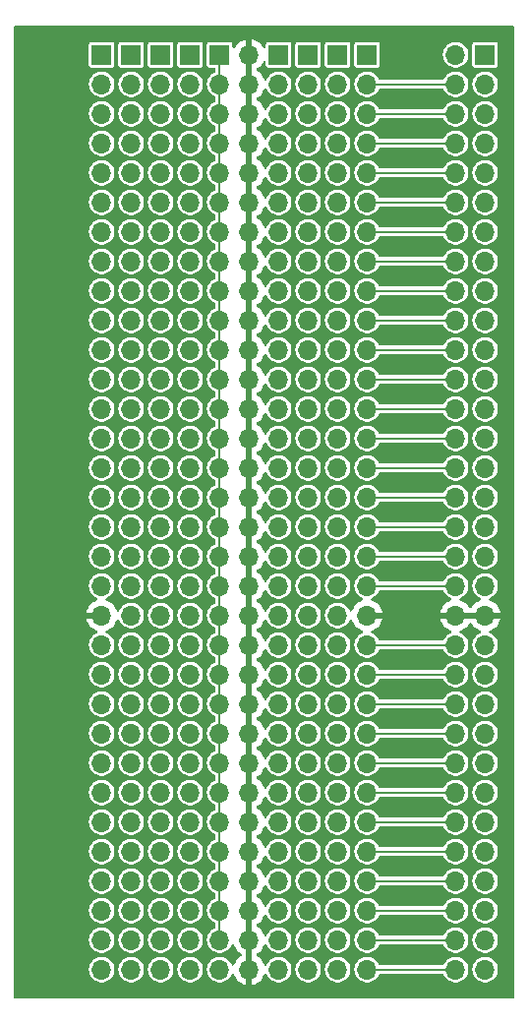
<source format=gbl>
G04 #@! TF.GenerationSoftware,KiCad,Pcbnew,(7.0.0)*
G04 #@! TF.CreationDate,2024-09-03T09:04:23-04:00*
G04 #@! TF.ProjectId,LB-BKOUT-02,4c422d42-4b4f-4555-942d-30322e6b6963,1*
G04 #@! TF.SameCoordinates,Original*
G04 #@! TF.FileFunction,Copper,L2,Bot*
G04 #@! TF.FilePolarity,Positive*
%FSLAX46Y46*%
G04 Gerber Fmt 4.6, Leading zero omitted, Abs format (unit mm)*
G04 Created by KiCad (PCBNEW (7.0.0)) date 2024-09-03 09:04:23*
%MOMM*%
%LPD*%
G01*
G04 APERTURE LIST*
G04 #@! TA.AperFunction,ComponentPad*
%ADD10R,1.700000X1.700000*%
G04 #@! TD*
G04 #@! TA.AperFunction,ComponentPad*
%ADD11O,1.700000X1.700000*%
G04 #@! TD*
G04 #@! TA.AperFunction,Conductor*
%ADD12C,0.203200*%
G04 #@! TD*
G04 APERTURE END LIST*
D10*
X193039999Y-53339999D03*
D11*
X193039999Y-55879999D03*
X193039999Y-58419999D03*
X193039999Y-60959999D03*
X193039999Y-63499999D03*
X193039999Y-66039999D03*
X193039999Y-68579999D03*
X193039999Y-71119999D03*
X193039999Y-73659999D03*
X193039999Y-76199999D03*
X193039999Y-78739999D03*
X193039999Y-81279999D03*
X193039999Y-83819999D03*
X193039999Y-86359999D03*
X193039999Y-88899999D03*
X193039999Y-91439999D03*
X193039999Y-93979999D03*
X193039999Y-96519999D03*
X193039999Y-99059999D03*
X193039999Y-101599999D03*
X193039999Y-104139999D03*
X193039999Y-106679999D03*
X193039999Y-109219999D03*
X193039999Y-111759999D03*
X193039999Y-114299999D03*
X193039999Y-116839999D03*
X193039999Y-119379999D03*
X193039999Y-121919999D03*
X193039999Y-124459999D03*
X193039999Y-126999999D03*
X193039999Y-129539999D03*
X193039999Y-132079999D03*
D10*
X190499999Y-53339999D03*
D11*
X190499999Y-55879999D03*
X190499999Y-58419999D03*
X190499999Y-60959999D03*
X190499999Y-63499999D03*
X190499999Y-66039999D03*
X190499999Y-68579999D03*
X190499999Y-71119999D03*
X190499999Y-73659999D03*
X190499999Y-76199999D03*
X190499999Y-78739999D03*
X190499999Y-81279999D03*
X190499999Y-83819999D03*
X190499999Y-86359999D03*
X190499999Y-88899999D03*
X190499999Y-91439999D03*
X190499999Y-93979999D03*
X190499999Y-96519999D03*
X190499999Y-99059999D03*
X190499999Y-101599999D03*
X190499999Y-104139999D03*
X190499999Y-106679999D03*
X190499999Y-109219999D03*
X190499999Y-111759999D03*
X190499999Y-114299999D03*
X190499999Y-116839999D03*
X190499999Y-119379999D03*
X190499999Y-121919999D03*
X190499999Y-124459999D03*
X190499999Y-126999999D03*
X190499999Y-129539999D03*
X190499999Y-132079999D03*
D10*
X187959999Y-53339999D03*
D11*
X187959999Y-55879999D03*
X187959999Y-58419999D03*
X187959999Y-60959999D03*
X187959999Y-63499999D03*
X187959999Y-66039999D03*
X187959999Y-68579999D03*
X187959999Y-71119999D03*
X187959999Y-73659999D03*
X187959999Y-76199999D03*
X187959999Y-78739999D03*
X187959999Y-81279999D03*
X187959999Y-83819999D03*
X187959999Y-86359999D03*
X187959999Y-88899999D03*
X187959999Y-91439999D03*
X187959999Y-93979999D03*
X187959999Y-96519999D03*
X187959999Y-99059999D03*
X187959999Y-101599999D03*
X187959999Y-104139999D03*
X187959999Y-106679999D03*
X187959999Y-109219999D03*
X187959999Y-111759999D03*
X187959999Y-114299999D03*
X187959999Y-116839999D03*
X187959999Y-119379999D03*
X187959999Y-121919999D03*
X187959999Y-124459999D03*
X187959999Y-126999999D03*
X187959999Y-129539999D03*
X187959999Y-132079999D03*
D10*
X185419999Y-53339999D03*
D11*
X185419999Y-55879999D03*
X185419999Y-58419999D03*
X185419999Y-60959999D03*
X185419999Y-63499999D03*
X185419999Y-66039999D03*
X185419999Y-68579999D03*
X185419999Y-71119999D03*
X185419999Y-73659999D03*
X185419999Y-76199999D03*
X185419999Y-78739999D03*
X185419999Y-81279999D03*
X185419999Y-83819999D03*
X185419999Y-86359999D03*
X185419999Y-88899999D03*
X185419999Y-91439999D03*
X185419999Y-93979999D03*
X185419999Y-96519999D03*
X185419999Y-99059999D03*
X185419999Y-101599999D03*
X185419999Y-104139999D03*
X185419999Y-106679999D03*
X185419999Y-109219999D03*
X185419999Y-111759999D03*
X185419999Y-114299999D03*
X185419999Y-116839999D03*
X185419999Y-119379999D03*
X185419999Y-121919999D03*
X185419999Y-124459999D03*
X185419999Y-126999999D03*
X185419999Y-129539999D03*
X185419999Y-132079999D03*
X182879999Y-132079999D03*
X180339999Y-132079999D03*
X182879999Y-129539999D03*
X180339999Y-129539999D03*
X182879999Y-126999999D03*
X180339999Y-126999999D03*
X182879999Y-124459999D03*
X180339999Y-124459999D03*
X182879999Y-121919999D03*
X180339999Y-121919999D03*
X182879999Y-119379999D03*
X180339999Y-119379999D03*
X182879999Y-116839999D03*
X180339999Y-116839999D03*
X182879999Y-114299999D03*
X180339999Y-114299999D03*
X182879999Y-111759999D03*
X180339999Y-111759999D03*
X182879999Y-109219999D03*
X180339999Y-109219999D03*
X182879999Y-106679999D03*
X180339999Y-106679999D03*
X182879999Y-104139999D03*
X180339999Y-104139999D03*
X182879999Y-101599999D03*
X180339999Y-101599999D03*
X182879999Y-99059999D03*
X180339999Y-99059999D03*
X182879999Y-96519999D03*
X180339999Y-96519999D03*
X182879999Y-93979999D03*
X180339999Y-93979999D03*
X182879999Y-91439999D03*
X180339999Y-91439999D03*
X182879999Y-88899999D03*
X180339999Y-88899999D03*
X182879999Y-86359999D03*
X180339999Y-86359999D03*
X182879999Y-83819999D03*
X180339999Y-83819999D03*
X182879999Y-81279999D03*
X180339999Y-81279999D03*
X182879999Y-78739999D03*
X180339999Y-78739999D03*
X182879999Y-76199999D03*
X180339999Y-76199999D03*
X182879999Y-73659999D03*
X180339999Y-73659999D03*
X182879999Y-71119999D03*
X180339999Y-71119999D03*
X182879999Y-68579999D03*
X180339999Y-68579999D03*
X182879999Y-66039999D03*
X180339999Y-66039999D03*
X182879999Y-63499999D03*
X180339999Y-63499999D03*
X182879999Y-60959999D03*
X180339999Y-60959999D03*
X182879999Y-58419999D03*
X180339999Y-58419999D03*
X182879999Y-55879999D03*
X180339999Y-55879999D03*
X182879999Y-53339999D03*
D10*
X180339999Y-53339999D03*
X177799999Y-53339999D03*
D11*
X177799999Y-55879999D03*
X177799999Y-58419999D03*
X177799999Y-60959999D03*
X177799999Y-63499999D03*
X177799999Y-66039999D03*
X177799999Y-68579999D03*
X177799999Y-71119999D03*
X177799999Y-73659999D03*
X177799999Y-76199999D03*
X177799999Y-78739999D03*
X177799999Y-81279999D03*
X177799999Y-83819999D03*
X177799999Y-86359999D03*
X177799999Y-88899999D03*
X177799999Y-91439999D03*
X177799999Y-93979999D03*
X177799999Y-96519999D03*
X177799999Y-99059999D03*
X177799999Y-101599999D03*
X177799999Y-104139999D03*
X177799999Y-106679999D03*
X177799999Y-109219999D03*
X177799999Y-111759999D03*
X177799999Y-114299999D03*
X177799999Y-116839999D03*
X177799999Y-119379999D03*
X177799999Y-121919999D03*
X177799999Y-124459999D03*
X177799999Y-126999999D03*
X177799999Y-129539999D03*
X177799999Y-132079999D03*
D10*
X175259999Y-53339999D03*
D11*
X175259999Y-55879999D03*
X175259999Y-58419999D03*
X175259999Y-60959999D03*
X175259999Y-63499999D03*
X175259999Y-66039999D03*
X175259999Y-68579999D03*
X175259999Y-71119999D03*
X175259999Y-73659999D03*
X175259999Y-76199999D03*
X175259999Y-78739999D03*
X175259999Y-81279999D03*
X175259999Y-83819999D03*
X175259999Y-86359999D03*
X175259999Y-88899999D03*
X175259999Y-91439999D03*
X175259999Y-93979999D03*
X175259999Y-96519999D03*
X175259999Y-99059999D03*
X175259999Y-101599999D03*
X175259999Y-104139999D03*
X175259999Y-106679999D03*
X175259999Y-109219999D03*
X175259999Y-111759999D03*
X175259999Y-114299999D03*
X175259999Y-116839999D03*
X175259999Y-119379999D03*
X175259999Y-121919999D03*
X175259999Y-124459999D03*
X175259999Y-126999999D03*
X175259999Y-129539999D03*
X175259999Y-132079999D03*
D10*
X172719999Y-53339999D03*
D11*
X172719999Y-55879999D03*
X172719999Y-58419999D03*
X172719999Y-60959999D03*
X172719999Y-63499999D03*
X172719999Y-66039999D03*
X172719999Y-68579999D03*
X172719999Y-71119999D03*
X172719999Y-73659999D03*
X172719999Y-76199999D03*
X172719999Y-78739999D03*
X172719999Y-81279999D03*
X172719999Y-83819999D03*
X172719999Y-86359999D03*
X172719999Y-88899999D03*
X172719999Y-91439999D03*
X172719999Y-93979999D03*
X172719999Y-96519999D03*
X172719999Y-99059999D03*
X172719999Y-101599999D03*
X172719999Y-104139999D03*
X172719999Y-106679999D03*
X172719999Y-109219999D03*
X172719999Y-111759999D03*
X172719999Y-114299999D03*
X172719999Y-116839999D03*
X172719999Y-119379999D03*
X172719999Y-121919999D03*
X172719999Y-124459999D03*
X172719999Y-126999999D03*
X172719999Y-129539999D03*
X172719999Y-132079999D03*
D10*
X170179999Y-53339999D03*
D11*
X170179999Y-55879999D03*
X170179999Y-58419999D03*
X170179999Y-60959999D03*
X170179999Y-63499999D03*
X170179999Y-66039999D03*
X170179999Y-68579999D03*
X170179999Y-71119999D03*
X170179999Y-73659999D03*
X170179999Y-76199999D03*
X170179999Y-78739999D03*
X170179999Y-81279999D03*
X170179999Y-83819999D03*
X170179999Y-86359999D03*
X170179999Y-88899999D03*
X170179999Y-91439999D03*
X170179999Y-93979999D03*
X170179999Y-96519999D03*
X170179999Y-99059999D03*
X170179999Y-101599999D03*
X170179999Y-104139999D03*
X170179999Y-106679999D03*
X170179999Y-109219999D03*
X170179999Y-111759999D03*
X170179999Y-114299999D03*
X170179999Y-116839999D03*
X170179999Y-119379999D03*
X170179999Y-121919999D03*
X170179999Y-124459999D03*
X170179999Y-126999999D03*
X170179999Y-129539999D03*
X170179999Y-132079999D03*
D10*
X203199999Y-53339999D03*
D11*
X200659999Y-53339999D03*
X203199999Y-55879999D03*
X200659999Y-55879999D03*
X203199999Y-58419999D03*
X200659999Y-58419999D03*
X203199999Y-60959999D03*
X200659999Y-60959999D03*
X203199999Y-63499999D03*
X200659999Y-63499999D03*
X203199999Y-66039999D03*
X200659999Y-66039999D03*
X203199999Y-68579999D03*
X200659999Y-68579999D03*
X203199999Y-71119999D03*
X200659999Y-71119999D03*
X203199999Y-73659999D03*
X200659999Y-73659999D03*
X203199999Y-76199999D03*
X200659999Y-76199999D03*
X203199999Y-78739999D03*
X200659999Y-78739999D03*
X203199999Y-81279999D03*
X200659999Y-81279999D03*
X203199999Y-83819999D03*
X200659999Y-83819999D03*
X203199999Y-86359999D03*
X200659999Y-86359999D03*
X203199999Y-88899999D03*
X200659999Y-88899999D03*
X203199999Y-91439999D03*
X200659999Y-91439999D03*
X203199999Y-93979999D03*
X200659999Y-93979999D03*
X203199999Y-96519999D03*
X200659999Y-96519999D03*
X203199999Y-99059999D03*
X200659999Y-99059999D03*
X203199999Y-101599999D03*
X200659999Y-101599999D03*
X203199999Y-104139999D03*
X200659999Y-104139999D03*
X203199999Y-106679999D03*
X200659999Y-106679999D03*
X203199999Y-109219999D03*
X200659999Y-109219999D03*
X203199999Y-111759999D03*
X200659999Y-111759999D03*
X203199999Y-114299999D03*
X200659999Y-114299999D03*
X203199999Y-116839999D03*
X200659999Y-116839999D03*
X203199999Y-119379999D03*
X200659999Y-119379999D03*
X203199999Y-121919999D03*
X200659999Y-121919999D03*
X203199999Y-124459999D03*
X200659999Y-124459999D03*
X203199999Y-126999999D03*
X200659999Y-126999999D03*
X203199999Y-129539999D03*
X200659999Y-129539999D03*
X203199999Y-132079999D03*
X200659999Y-132079999D03*
D12*
X180340000Y-127000000D02*
X180340000Y-129540000D01*
X180340000Y-124460000D02*
X180340000Y-127000000D01*
X180340000Y-121920000D02*
X180340000Y-124460000D01*
X180340000Y-119380000D02*
X180340000Y-121920000D01*
X180340000Y-116840000D02*
X180340000Y-119380000D01*
X180340000Y-116840000D02*
X180340000Y-114300000D01*
X180340000Y-111760000D02*
X180340000Y-114300000D01*
X180340000Y-109220000D02*
X180340000Y-111760000D01*
X180340000Y-106680000D02*
X180340000Y-109220000D01*
X180340000Y-104140000D02*
X180340000Y-106680000D01*
X180340000Y-101600000D02*
X180340000Y-104140000D01*
X180340000Y-99060000D02*
X180340000Y-101600000D01*
X180340000Y-96520000D02*
X180340000Y-99060000D01*
X180340000Y-93980000D02*
X180340000Y-96520000D01*
X180340000Y-91440000D02*
X180340000Y-93980000D01*
X180340000Y-88900000D02*
X180340000Y-91440000D01*
X180340000Y-86360000D02*
X180340000Y-88900000D01*
X180340000Y-86360000D02*
X180340000Y-83820000D01*
X180340000Y-81280000D02*
X180340000Y-83820000D01*
X180340000Y-78740000D02*
X180340000Y-81280000D01*
X180340000Y-76200000D02*
X180340000Y-78740000D01*
X180340000Y-73660000D02*
X180340000Y-76200000D01*
X180340000Y-71120000D02*
X180340000Y-73660000D01*
X180340000Y-68580000D02*
X180340000Y-71120000D01*
X180340000Y-66040000D02*
X180340000Y-68580000D01*
X180340000Y-63500000D02*
X180340000Y-66040000D01*
X180340000Y-60960000D02*
X180340000Y-63500000D01*
X180340000Y-58420000D02*
X180340000Y-60960000D01*
X180340000Y-55880000D02*
X180340000Y-58420000D01*
X180340000Y-53340000D02*
X180340000Y-55880000D01*
X193040000Y-132080000D02*
X200660000Y-132080000D01*
X193040000Y-129540000D02*
X200660000Y-129540000D01*
X193040000Y-127000000D02*
X200660000Y-127000000D01*
X193040000Y-124460000D02*
X200660000Y-124460000D01*
X193040000Y-121920000D02*
X200660000Y-121920000D01*
X193040000Y-119380000D02*
X200660000Y-119380000D01*
X193040000Y-116840000D02*
X200660000Y-116840000D01*
X193040000Y-114300000D02*
X200660000Y-114300000D01*
X193040000Y-111760000D02*
X200660000Y-111760000D01*
X193040000Y-109220000D02*
X200660000Y-109220000D01*
X193040000Y-106680000D02*
X200660000Y-106680000D01*
X193040000Y-104140000D02*
X200660000Y-104140000D01*
X193040000Y-99060000D02*
X200660000Y-99060000D01*
X193040000Y-96520000D02*
X200660000Y-96520000D01*
X193040000Y-93980000D02*
X200660000Y-93980000D01*
X193040000Y-91440000D02*
X200660000Y-91440000D01*
X193040000Y-88900000D02*
X200660000Y-88900000D01*
X193040000Y-86360000D02*
X200660000Y-86360000D01*
X193040000Y-83820000D02*
X200660000Y-83820000D01*
X193040000Y-81280000D02*
X200660000Y-81280000D01*
X193040000Y-78740000D02*
X200660000Y-78740000D01*
X193040000Y-76200000D02*
X200660000Y-76200000D01*
X193040000Y-73660000D02*
X200660000Y-73660000D01*
X193040000Y-71120000D02*
X200660000Y-71120000D01*
X193040000Y-68580000D02*
X200660000Y-68580000D01*
X193040000Y-66040000D02*
X200660000Y-66040000D01*
X193040000Y-63500000D02*
X200660000Y-63500000D01*
X200660000Y-60960000D02*
X193040000Y-60960000D01*
X193040000Y-58420000D02*
X200660000Y-58420000D01*
X200660000Y-55880000D02*
X193040000Y-55880000D01*
G04 #@! TA.AperFunction,Conductor*
G36*
X205627500Y-50867113D02*
G01*
X205672887Y-50912500D01*
X205689500Y-50974500D01*
X205689500Y-134445500D01*
X205672887Y-134507500D01*
X205627500Y-134552887D01*
X205565500Y-134569500D01*
X162734500Y-134569500D01*
X162672500Y-134552887D01*
X162627113Y-134507500D01*
X162610500Y-134445500D01*
X162610500Y-132080000D01*
X169070768Y-132080000D01*
X169089655Y-132283821D01*
X169145672Y-132480701D01*
X169148224Y-132485826D01*
X169148226Y-132485831D01*
X169234357Y-132658805D01*
X169234359Y-132658809D01*
X169236912Y-132663935D01*
X169240361Y-132668502D01*
X169240364Y-132668507D01*
X169356810Y-132822707D01*
X169356815Y-132822712D01*
X169360268Y-132827285D01*
X169364504Y-132831146D01*
X169364508Y-132831151D01*
X169467239Y-132924802D01*
X169511538Y-132965186D01*
X169685573Y-133072944D01*
X169876444Y-133146888D01*
X170077653Y-133184500D01*
X170276618Y-133184500D01*
X170282347Y-133184500D01*
X170483556Y-133146888D01*
X170674427Y-133072944D01*
X170848462Y-132965186D01*
X170999732Y-132827285D01*
X171123088Y-132663935D01*
X171214328Y-132480701D01*
X171270345Y-132283821D01*
X171289232Y-132080000D01*
X171610768Y-132080000D01*
X171629655Y-132283821D01*
X171685672Y-132480701D01*
X171688224Y-132485826D01*
X171688226Y-132485831D01*
X171774357Y-132658805D01*
X171774359Y-132658809D01*
X171776912Y-132663935D01*
X171780361Y-132668502D01*
X171780364Y-132668507D01*
X171896810Y-132822707D01*
X171896815Y-132822712D01*
X171900268Y-132827285D01*
X171904504Y-132831146D01*
X171904508Y-132831151D01*
X172007239Y-132924802D01*
X172051538Y-132965186D01*
X172225573Y-133072944D01*
X172416444Y-133146888D01*
X172617653Y-133184500D01*
X172816618Y-133184500D01*
X172822347Y-133184500D01*
X173023556Y-133146888D01*
X173214427Y-133072944D01*
X173388462Y-132965186D01*
X173539732Y-132827285D01*
X173663088Y-132663935D01*
X173754328Y-132480701D01*
X173810345Y-132283821D01*
X173829232Y-132080000D01*
X174150768Y-132080000D01*
X174169655Y-132283821D01*
X174225672Y-132480701D01*
X174228224Y-132485826D01*
X174228226Y-132485831D01*
X174314357Y-132658805D01*
X174314359Y-132658809D01*
X174316912Y-132663935D01*
X174320361Y-132668502D01*
X174320364Y-132668507D01*
X174436810Y-132822707D01*
X174436815Y-132822712D01*
X174440268Y-132827285D01*
X174444504Y-132831146D01*
X174444508Y-132831151D01*
X174547239Y-132924802D01*
X174591538Y-132965186D01*
X174765573Y-133072944D01*
X174956444Y-133146888D01*
X175157653Y-133184500D01*
X175356618Y-133184500D01*
X175362347Y-133184500D01*
X175563556Y-133146888D01*
X175754427Y-133072944D01*
X175928462Y-132965186D01*
X176079732Y-132827285D01*
X176203088Y-132663935D01*
X176294328Y-132480701D01*
X176350345Y-132283821D01*
X176369232Y-132080000D01*
X176690768Y-132080000D01*
X176709655Y-132283821D01*
X176765672Y-132480701D01*
X176768224Y-132485826D01*
X176768226Y-132485831D01*
X176854357Y-132658805D01*
X176854359Y-132658809D01*
X176856912Y-132663935D01*
X176860361Y-132668502D01*
X176860364Y-132668507D01*
X176976810Y-132822707D01*
X176976815Y-132822712D01*
X176980268Y-132827285D01*
X176984504Y-132831146D01*
X176984508Y-132831151D01*
X177087239Y-132924802D01*
X177131538Y-132965186D01*
X177305573Y-133072944D01*
X177496444Y-133146888D01*
X177697653Y-133184500D01*
X177896618Y-133184500D01*
X177902347Y-133184500D01*
X178103556Y-133146888D01*
X178294427Y-133072944D01*
X178468462Y-132965186D01*
X178619732Y-132827285D01*
X178743088Y-132663935D01*
X178834328Y-132480701D01*
X178890345Y-132283821D01*
X178909232Y-132080000D01*
X179230768Y-132080000D01*
X179249655Y-132283821D01*
X179305672Y-132480701D01*
X179308224Y-132485826D01*
X179308226Y-132485831D01*
X179394357Y-132658805D01*
X179394359Y-132658809D01*
X179396912Y-132663935D01*
X179400361Y-132668502D01*
X179400364Y-132668507D01*
X179516810Y-132822707D01*
X179516815Y-132822712D01*
X179520268Y-132827285D01*
X179524504Y-132831146D01*
X179524508Y-132831151D01*
X179627239Y-132924802D01*
X179671538Y-132965186D01*
X179845573Y-133072944D01*
X180036444Y-133146888D01*
X180237653Y-133184500D01*
X180436618Y-133184500D01*
X180442347Y-133184500D01*
X180643556Y-133146888D01*
X180834427Y-133072944D01*
X181008462Y-132965186D01*
X181159732Y-132827285D01*
X181283088Y-132663935D01*
X181368380Y-132492645D01*
X181406804Y-132447375D01*
X181461870Y-132425160D01*
X181520951Y-132431093D01*
X181570500Y-132463815D01*
X181599154Y-132515822D01*
X181605165Y-132538255D01*
X181608856Y-132548397D01*
X181704113Y-132752676D01*
X181709501Y-132762008D01*
X181838784Y-132946643D01*
X181845721Y-132954909D01*
X182005090Y-133114278D01*
X182013356Y-133121215D01*
X182197991Y-133250498D01*
X182207323Y-133255886D01*
X182411602Y-133351143D01*
X182421736Y-133354831D01*
X182616219Y-133406943D01*
X182627448Y-133407311D01*
X182630000Y-133396369D01*
X183130000Y-133396369D01*
X183132551Y-133407311D01*
X183143780Y-133406943D01*
X183338263Y-133354831D01*
X183348397Y-133351143D01*
X183552676Y-133255886D01*
X183562008Y-133250498D01*
X183746643Y-133121215D01*
X183754909Y-133114278D01*
X183914278Y-132954909D01*
X183921215Y-132946643D01*
X184050498Y-132762008D01*
X184055886Y-132752676D01*
X184151143Y-132548397D01*
X184154834Y-132538256D01*
X184160844Y-132515826D01*
X184189497Y-132463817D01*
X184239045Y-132431094D01*
X184298127Y-132425159D01*
X184353194Y-132447374D01*
X184391619Y-132492645D01*
X184474357Y-132658805D01*
X184474359Y-132658809D01*
X184476912Y-132663935D01*
X184480361Y-132668502D01*
X184480364Y-132668507D01*
X184596810Y-132822707D01*
X184596815Y-132822712D01*
X184600268Y-132827285D01*
X184604504Y-132831146D01*
X184604508Y-132831151D01*
X184707239Y-132924802D01*
X184751538Y-132965186D01*
X184925573Y-133072944D01*
X185116444Y-133146888D01*
X185317653Y-133184500D01*
X185516618Y-133184500D01*
X185522347Y-133184500D01*
X185723556Y-133146888D01*
X185914427Y-133072944D01*
X186088462Y-132965186D01*
X186239732Y-132827285D01*
X186363088Y-132663935D01*
X186454328Y-132480701D01*
X186510345Y-132283821D01*
X186529232Y-132080000D01*
X186850768Y-132080000D01*
X186869655Y-132283821D01*
X186925672Y-132480701D01*
X186928224Y-132485826D01*
X186928226Y-132485831D01*
X187014357Y-132658805D01*
X187014359Y-132658809D01*
X187016912Y-132663935D01*
X187020361Y-132668502D01*
X187020364Y-132668507D01*
X187136810Y-132822707D01*
X187136815Y-132822712D01*
X187140268Y-132827285D01*
X187144504Y-132831146D01*
X187144508Y-132831151D01*
X187247239Y-132924802D01*
X187291538Y-132965186D01*
X187465573Y-133072944D01*
X187656444Y-133146888D01*
X187857653Y-133184500D01*
X188056618Y-133184500D01*
X188062347Y-133184500D01*
X188263556Y-133146888D01*
X188454427Y-133072944D01*
X188628462Y-132965186D01*
X188779732Y-132827285D01*
X188903088Y-132663935D01*
X188994328Y-132480701D01*
X189050345Y-132283821D01*
X189069232Y-132080000D01*
X189390768Y-132080000D01*
X189409655Y-132283821D01*
X189465672Y-132480701D01*
X189468224Y-132485826D01*
X189468226Y-132485831D01*
X189554357Y-132658805D01*
X189554359Y-132658809D01*
X189556912Y-132663935D01*
X189560361Y-132668502D01*
X189560364Y-132668507D01*
X189676810Y-132822707D01*
X189676815Y-132822712D01*
X189680268Y-132827285D01*
X189684504Y-132831146D01*
X189684508Y-132831151D01*
X189787239Y-132924802D01*
X189831538Y-132965186D01*
X190005573Y-133072944D01*
X190196444Y-133146888D01*
X190397653Y-133184500D01*
X190596618Y-133184500D01*
X190602347Y-133184500D01*
X190803556Y-133146888D01*
X190994427Y-133072944D01*
X191168462Y-132965186D01*
X191319732Y-132827285D01*
X191443088Y-132663935D01*
X191534328Y-132480701D01*
X191590345Y-132283821D01*
X191609232Y-132080000D01*
X191930768Y-132080000D01*
X191949655Y-132283821D01*
X192005672Y-132480701D01*
X192008224Y-132485826D01*
X192008226Y-132485831D01*
X192094357Y-132658805D01*
X192094359Y-132658809D01*
X192096912Y-132663935D01*
X192100361Y-132668502D01*
X192100364Y-132668507D01*
X192216810Y-132822707D01*
X192216815Y-132822712D01*
X192220268Y-132827285D01*
X192224504Y-132831146D01*
X192224508Y-132831151D01*
X192327239Y-132924802D01*
X192371538Y-132965186D01*
X192545573Y-133072944D01*
X192736444Y-133146888D01*
X192937653Y-133184500D01*
X193136618Y-133184500D01*
X193142347Y-133184500D01*
X193343556Y-133146888D01*
X193534427Y-133072944D01*
X193708462Y-132965186D01*
X193859732Y-132827285D01*
X193983088Y-132663935D01*
X194062314Y-132504827D01*
X194108036Y-132454673D01*
X194173314Y-132436100D01*
X199526686Y-132436100D01*
X199591964Y-132454673D01*
X199637686Y-132504828D01*
X199714357Y-132658805D01*
X199714359Y-132658809D01*
X199716912Y-132663935D01*
X199720361Y-132668502D01*
X199720364Y-132668507D01*
X199836810Y-132822707D01*
X199836815Y-132822712D01*
X199840268Y-132827285D01*
X199844504Y-132831146D01*
X199844508Y-132831151D01*
X199947239Y-132924802D01*
X199991538Y-132965186D01*
X200165573Y-133072944D01*
X200356444Y-133146888D01*
X200557653Y-133184500D01*
X200756618Y-133184500D01*
X200762347Y-133184500D01*
X200963556Y-133146888D01*
X201154427Y-133072944D01*
X201328462Y-132965186D01*
X201479732Y-132827285D01*
X201603088Y-132663935D01*
X201694328Y-132480701D01*
X201750345Y-132283821D01*
X201769232Y-132080000D01*
X202090768Y-132080000D01*
X202109655Y-132283821D01*
X202165672Y-132480701D01*
X202168224Y-132485826D01*
X202168226Y-132485831D01*
X202254357Y-132658805D01*
X202254359Y-132658809D01*
X202256912Y-132663935D01*
X202260361Y-132668502D01*
X202260364Y-132668507D01*
X202376810Y-132822707D01*
X202376815Y-132822712D01*
X202380268Y-132827285D01*
X202384504Y-132831146D01*
X202384508Y-132831151D01*
X202487239Y-132924802D01*
X202531538Y-132965186D01*
X202705573Y-133072944D01*
X202896444Y-133146888D01*
X203097653Y-133184500D01*
X203296618Y-133184500D01*
X203302347Y-133184500D01*
X203503556Y-133146888D01*
X203694427Y-133072944D01*
X203868462Y-132965186D01*
X204019732Y-132827285D01*
X204143088Y-132663935D01*
X204234328Y-132480701D01*
X204290345Y-132283821D01*
X204309232Y-132080000D01*
X204290345Y-131876179D01*
X204234328Y-131679299D01*
X204143088Y-131496065D01*
X204139635Y-131491492D01*
X204023189Y-131337292D01*
X204023185Y-131337288D01*
X204019732Y-131332715D01*
X204015495Y-131328852D01*
X204015491Y-131328848D01*
X203872696Y-131198674D01*
X203872697Y-131198674D01*
X203868462Y-131194814D01*
X203863596Y-131191801D01*
X203863592Y-131191798D01*
X203699298Y-131090072D01*
X203694427Y-131087056D01*
X203689089Y-131084988D01*
X203689085Y-131084986D01*
X203508902Y-131015183D01*
X203508901Y-131015182D01*
X203503556Y-131013112D01*
X203497921Y-131012058D01*
X203497919Y-131012058D01*
X203307977Y-130976552D01*
X203307972Y-130976551D01*
X203302347Y-130975500D01*
X203097653Y-130975500D01*
X203092028Y-130976551D01*
X203092022Y-130976552D01*
X202902080Y-131012058D01*
X202902075Y-131012059D01*
X202896444Y-131013112D01*
X202891101Y-131015181D01*
X202891097Y-131015183D01*
X202710914Y-131084986D01*
X202710906Y-131084989D01*
X202705573Y-131087056D01*
X202700706Y-131090069D01*
X202700701Y-131090072D01*
X202536407Y-131191798D01*
X202536397Y-131191804D01*
X202531538Y-131194814D01*
X202527307Y-131198670D01*
X202527303Y-131198674D01*
X202384508Y-131328848D01*
X202384498Y-131328858D01*
X202380268Y-131332715D01*
X202376819Y-131337281D01*
X202376810Y-131337292D01*
X202260364Y-131491492D01*
X202260357Y-131491502D01*
X202256912Y-131496065D01*
X202254362Y-131501185D01*
X202254357Y-131501194D01*
X202168226Y-131674168D01*
X202168222Y-131674176D01*
X202165672Y-131679299D01*
X202164103Y-131684811D01*
X202164103Y-131684813D01*
X202149870Y-131734839D01*
X202109655Y-131876179D01*
X202090768Y-132080000D01*
X201769232Y-132080000D01*
X201750345Y-131876179D01*
X201694328Y-131679299D01*
X201603088Y-131496065D01*
X201599635Y-131491492D01*
X201483189Y-131337292D01*
X201483185Y-131337288D01*
X201479732Y-131332715D01*
X201475495Y-131328852D01*
X201475491Y-131328848D01*
X201332696Y-131198674D01*
X201332697Y-131198674D01*
X201328462Y-131194814D01*
X201323596Y-131191801D01*
X201323592Y-131191798D01*
X201159298Y-131090072D01*
X201154427Y-131087056D01*
X201149089Y-131084988D01*
X201149085Y-131084986D01*
X200968902Y-131015183D01*
X200968901Y-131015182D01*
X200963556Y-131013112D01*
X200957921Y-131012058D01*
X200957919Y-131012058D01*
X200767977Y-130976552D01*
X200767972Y-130976551D01*
X200762347Y-130975500D01*
X200557653Y-130975500D01*
X200552028Y-130976551D01*
X200552022Y-130976552D01*
X200362080Y-131012058D01*
X200362075Y-131012059D01*
X200356444Y-131013112D01*
X200351101Y-131015181D01*
X200351097Y-131015183D01*
X200170914Y-131084986D01*
X200170906Y-131084989D01*
X200165573Y-131087056D01*
X200160706Y-131090069D01*
X200160701Y-131090072D01*
X199996407Y-131191798D01*
X199996397Y-131191804D01*
X199991538Y-131194814D01*
X199987307Y-131198670D01*
X199987303Y-131198674D01*
X199844508Y-131328848D01*
X199844498Y-131328858D01*
X199840268Y-131332715D01*
X199836819Y-131337281D01*
X199836810Y-131337292D01*
X199720364Y-131491492D01*
X199720357Y-131491502D01*
X199716912Y-131496065D01*
X199714362Y-131501185D01*
X199714357Y-131501194D01*
X199637686Y-131655172D01*
X199591964Y-131705327D01*
X199526686Y-131723900D01*
X194173314Y-131723900D01*
X194108036Y-131705327D01*
X194062314Y-131655172D01*
X193985642Y-131501194D01*
X193985641Y-131501193D01*
X193983088Y-131496065D01*
X193979635Y-131491492D01*
X193863189Y-131337292D01*
X193863185Y-131337288D01*
X193859732Y-131332715D01*
X193855495Y-131328852D01*
X193855491Y-131328848D01*
X193712696Y-131198674D01*
X193712697Y-131198674D01*
X193708462Y-131194814D01*
X193703596Y-131191801D01*
X193703592Y-131191798D01*
X193539298Y-131090072D01*
X193534427Y-131087056D01*
X193529089Y-131084988D01*
X193529085Y-131084986D01*
X193348902Y-131015183D01*
X193348901Y-131015182D01*
X193343556Y-131013112D01*
X193337921Y-131012058D01*
X193337919Y-131012058D01*
X193147977Y-130976552D01*
X193147972Y-130976551D01*
X193142347Y-130975500D01*
X192937653Y-130975500D01*
X192932028Y-130976551D01*
X192932022Y-130976552D01*
X192742080Y-131012058D01*
X192742075Y-131012059D01*
X192736444Y-131013112D01*
X192731101Y-131015181D01*
X192731097Y-131015183D01*
X192550914Y-131084986D01*
X192550906Y-131084989D01*
X192545573Y-131087056D01*
X192540706Y-131090069D01*
X192540701Y-131090072D01*
X192376407Y-131191798D01*
X192376397Y-131191804D01*
X192371538Y-131194814D01*
X192367307Y-131198670D01*
X192367303Y-131198674D01*
X192224508Y-131328848D01*
X192224498Y-131328858D01*
X192220268Y-131332715D01*
X192216819Y-131337281D01*
X192216810Y-131337292D01*
X192100364Y-131491492D01*
X192100357Y-131491502D01*
X192096912Y-131496065D01*
X192094362Y-131501185D01*
X192094357Y-131501194D01*
X192008226Y-131674168D01*
X192008222Y-131674176D01*
X192005672Y-131679299D01*
X192004103Y-131684811D01*
X192004103Y-131684813D01*
X191989870Y-131734839D01*
X191949655Y-131876179D01*
X191930768Y-132080000D01*
X191609232Y-132080000D01*
X191590345Y-131876179D01*
X191534328Y-131679299D01*
X191443088Y-131496065D01*
X191439635Y-131491492D01*
X191323189Y-131337292D01*
X191323185Y-131337288D01*
X191319732Y-131332715D01*
X191315495Y-131328852D01*
X191315491Y-131328848D01*
X191172696Y-131198674D01*
X191172697Y-131198674D01*
X191168462Y-131194814D01*
X191163596Y-131191801D01*
X191163592Y-131191798D01*
X190999298Y-131090072D01*
X190994427Y-131087056D01*
X190989089Y-131084988D01*
X190989085Y-131084986D01*
X190808902Y-131015183D01*
X190808901Y-131015182D01*
X190803556Y-131013112D01*
X190797921Y-131012058D01*
X190797919Y-131012058D01*
X190607977Y-130976552D01*
X190607972Y-130976551D01*
X190602347Y-130975500D01*
X190397653Y-130975500D01*
X190392028Y-130976551D01*
X190392022Y-130976552D01*
X190202080Y-131012058D01*
X190202075Y-131012059D01*
X190196444Y-131013112D01*
X190191101Y-131015181D01*
X190191097Y-131015183D01*
X190010914Y-131084986D01*
X190010906Y-131084989D01*
X190005573Y-131087056D01*
X190000706Y-131090069D01*
X190000701Y-131090072D01*
X189836407Y-131191798D01*
X189836397Y-131191804D01*
X189831538Y-131194814D01*
X189827307Y-131198670D01*
X189827303Y-131198674D01*
X189684508Y-131328848D01*
X189684498Y-131328858D01*
X189680268Y-131332715D01*
X189676819Y-131337281D01*
X189676810Y-131337292D01*
X189560364Y-131491492D01*
X189560357Y-131491502D01*
X189556912Y-131496065D01*
X189554362Y-131501185D01*
X189554357Y-131501194D01*
X189468226Y-131674168D01*
X189468222Y-131674176D01*
X189465672Y-131679299D01*
X189464103Y-131684811D01*
X189464103Y-131684813D01*
X189449870Y-131734839D01*
X189409655Y-131876179D01*
X189390768Y-132080000D01*
X189069232Y-132080000D01*
X189050345Y-131876179D01*
X188994328Y-131679299D01*
X188903088Y-131496065D01*
X188899635Y-131491492D01*
X188783189Y-131337292D01*
X188783185Y-131337288D01*
X188779732Y-131332715D01*
X188775495Y-131328852D01*
X188775491Y-131328848D01*
X188632696Y-131198674D01*
X188632697Y-131198674D01*
X188628462Y-131194814D01*
X188623596Y-131191801D01*
X188623592Y-131191798D01*
X188459298Y-131090072D01*
X188454427Y-131087056D01*
X188449089Y-131084988D01*
X188449085Y-131084986D01*
X188268902Y-131015183D01*
X188268901Y-131015182D01*
X188263556Y-131013112D01*
X188257921Y-131012058D01*
X188257919Y-131012058D01*
X188067977Y-130976552D01*
X188067972Y-130976551D01*
X188062347Y-130975500D01*
X187857653Y-130975500D01*
X187852028Y-130976551D01*
X187852022Y-130976552D01*
X187662080Y-131012058D01*
X187662075Y-131012059D01*
X187656444Y-131013112D01*
X187651101Y-131015181D01*
X187651097Y-131015183D01*
X187470914Y-131084986D01*
X187470906Y-131084989D01*
X187465573Y-131087056D01*
X187460706Y-131090069D01*
X187460701Y-131090072D01*
X187296407Y-131191798D01*
X187296397Y-131191804D01*
X187291538Y-131194814D01*
X187287307Y-131198670D01*
X187287303Y-131198674D01*
X187144508Y-131328848D01*
X187144498Y-131328858D01*
X187140268Y-131332715D01*
X187136819Y-131337281D01*
X187136810Y-131337292D01*
X187020364Y-131491492D01*
X187020357Y-131491502D01*
X187016912Y-131496065D01*
X187014362Y-131501185D01*
X187014357Y-131501194D01*
X186928226Y-131674168D01*
X186928222Y-131674176D01*
X186925672Y-131679299D01*
X186924103Y-131684811D01*
X186924103Y-131684813D01*
X186909870Y-131734839D01*
X186869655Y-131876179D01*
X186850768Y-132080000D01*
X186529232Y-132080000D01*
X186510345Y-131876179D01*
X186454328Y-131679299D01*
X186363088Y-131496065D01*
X186359635Y-131491492D01*
X186243189Y-131337292D01*
X186243185Y-131337288D01*
X186239732Y-131332715D01*
X186235495Y-131328852D01*
X186235491Y-131328848D01*
X186092696Y-131198674D01*
X186092697Y-131198674D01*
X186088462Y-131194814D01*
X186083596Y-131191801D01*
X186083592Y-131191798D01*
X185919298Y-131090072D01*
X185914427Y-131087056D01*
X185909089Y-131084988D01*
X185909085Y-131084986D01*
X185728902Y-131015183D01*
X185728901Y-131015182D01*
X185723556Y-131013112D01*
X185717921Y-131012058D01*
X185717919Y-131012058D01*
X185527977Y-130976552D01*
X185527972Y-130976551D01*
X185522347Y-130975500D01*
X185317653Y-130975500D01*
X185312028Y-130976551D01*
X185312022Y-130976552D01*
X185122080Y-131012058D01*
X185122075Y-131012059D01*
X185116444Y-131013112D01*
X185111101Y-131015181D01*
X185111097Y-131015183D01*
X184930914Y-131084986D01*
X184930906Y-131084989D01*
X184925573Y-131087056D01*
X184920706Y-131090069D01*
X184920701Y-131090072D01*
X184756407Y-131191798D01*
X184756397Y-131191804D01*
X184751538Y-131194814D01*
X184747307Y-131198670D01*
X184747303Y-131198674D01*
X184604508Y-131328848D01*
X184604498Y-131328858D01*
X184600268Y-131332715D01*
X184596819Y-131337281D01*
X184596810Y-131337292D01*
X184480364Y-131491492D01*
X184480357Y-131491502D01*
X184476912Y-131496065D01*
X184474362Y-131501185D01*
X184474357Y-131501194D01*
X184391619Y-131667354D01*
X184353194Y-131712625D01*
X184298128Y-131734840D01*
X184239046Y-131728905D01*
X184189497Y-131696182D01*
X184160844Y-131644174D01*
X184154833Y-131621740D01*
X184151143Y-131611602D01*
X184055889Y-131407332D01*
X184050491Y-131397982D01*
X183921215Y-131213357D01*
X183914280Y-131205092D01*
X183754909Y-131045721D01*
X183746643Y-131038784D01*
X183564969Y-130911575D01*
X183526104Y-130867257D01*
X183512093Y-130810000D01*
X183526104Y-130752743D01*
X183564969Y-130708425D01*
X183746643Y-130581215D01*
X183754909Y-130574278D01*
X183914278Y-130414909D01*
X183921215Y-130406643D01*
X184050498Y-130222008D01*
X184055886Y-130212676D01*
X184151143Y-130008397D01*
X184154834Y-129998256D01*
X184160844Y-129975826D01*
X184189497Y-129923817D01*
X184239045Y-129891094D01*
X184298127Y-129885159D01*
X184353194Y-129907374D01*
X184391619Y-129952645D01*
X184474357Y-130118805D01*
X184474359Y-130118809D01*
X184476912Y-130123935D01*
X184480361Y-130128502D01*
X184480364Y-130128507D01*
X184596810Y-130282707D01*
X184596815Y-130282712D01*
X184600268Y-130287285D01*
X184604504Y-130291146D01*
X184604508Y-130291151D01*
X184707239Y-130384802D01*
X184751538Y-130425186D01*
X184925573Y-130532944D01*
X185116444Y-130606888D01*
X185317653Y-130644500D01*
X185516618Y-130644500D01*
X185522347Y-130644500D01*
X185723556Y-130606888D01*
X185914427Y-130532944D01*
X186088462Y-130425186D01*
X186239732Y-130287285D01*
X186363088Y-130123935D01*
X186454328Y-129940701D01*
X186510345Y-129743821D01*
X186529232Y-129540000D01*
X186850768Y-129540000D01*
X186869655Y-129743821D01*
X186925672Y-129940701D01*
X186928224Y-129945826D01*
X186928226Y-129945831D01*
X187014357Y-130118805D01*
X187014359Y-130118809D01*
X187016912Y-130123935D01*
X187020361Y-130128502D01*
X187020364Y-130128507D01*
X187136810Y-130282707D01*
X187136815Y-130282712D01*
X187140268Y-130287285D01*
X187144504Y-130291146D01*
X187144508Y-130291151D01*
X187247239Y-130384802D01*
X187291538Y-130425186D01*
X187465573Y-130532944D01*
X187656444Y-130606888D01*
X187857653Y-130644500D01*
X188056618Y-130644500D01*
X188062347Y-130644500D01*
X188263556Y-130606888D01*
X188454427Y-130532944D01*
X188628462Y-130425186D01*
X188779732Y-130287285D01*
X188903088Y-130123935D01*
X188994328Y-129940701D01*
X189050345Y-129743821D01*
X189069232Y-129540000D01*
X189390768Y-129540000D01*
X189409655Y-129743821D01*
X189465672Y-129940701D01*
X189468224Y-129945826D01*
X189468226Y-129945831D01*
X189554357Y-130118805D01*
X189554359Y-130118809D01*
X189556912Y-130123935D01*
X189560361Y-130128502D01*
X189560364Y-130128507D01*
X189676810Y-130282707D01*
X189676815Y-130282712D01*
X189680268Y-130287285D01*
X189684504Y-130291146D01*
X189684508Y-130291151D01*
X189787239Y-130384802D01*
X189831538Y-130425186D01*
X190005573Y-130532944D01*
X190196444Y-130606888D01*
X190397653Y-130644500D01*
X190596618Y-130644500D01*
X190602347Y-130644500D01*
X190803556Y-130606888D01*
X190994427Y-130532944D01*
X191168462Y-130425186D01*
X191319732Y-130287285D01*
X191443088Y-130123935D01*
X191534328Y-129940701D01*
X191590345Y-129743821D01*
X191609232Y-129540000D01*
X191930768Y-129540000D01*
X191949655Y-129743821D01*
X192005672Y-129940701D01*
X192008224Y-129945826D01*
X192008226Y-129945831D01*
X192094357Y-130118805D01*
X192094359Y-130118809D01*
X192096912Y-130123935D01*
X192100361Y-130128502D01*
X192100364Y-130128507D01*
X192216810Y-130282707D01*
X192216815Y-130282712D01*
X192220268Y-130287285D01*
X192224504Y-130291146D01*
X192224508Y-130291151D01*
X192327239Y-130384802D01*
X192371538Y-130425186D01*
X192545573Y-130532944D01*
X192736444Y-130606888D01*
X192937653Y-130644500D01*
X193136618Y-130644500D01*
X193142347Y-130644500D01*
X193343556Y-130606888D01*
X193534427Y-130532944D01*
X193708462Y-130425186D01*
X193859732Y-130287285D01*
X193983088Y-130123935D01*
X194062314Y-129964827D01*
X194108036Y-129914673D01*
X194173314Y-129896100D01*
X199526686Y-129896100D01*
X199591964Y-129914673D01*
X199637686Y-129964828D01*
X199714357Y-130118805D01*
X199714359Y-130118809D01*
X199716912Y-130123935D01*
X199720361Y-130128502D01*
X199720364Y-130128507D01*
X199836810Y-130282707D01*
X199836815Y-130282712D01*
X199840268Y-130287285D01*
X199844504Y-130291146D01*
X199844508Y-130291151D01*
X199947239Y-130384802D01*
X199991538Y-130425186D01*
X200165573Y-130532944D01*
X200356444Y-130606888D01*
X200557653Y-130644500D01*
X200756618Y-130644500D01*
X200762347Y-130644500D01*
X200963556Y-130606888D01*
X201154427Y-130532944D01*
X201328462Y-130425186D01*
X201479732Y-130287285D01*
X201603088Y-130123935D01*
X201694328Y-129940701D01*
X201750345Y-129743821D01*
X201769232Y-129540000D01*
X202090768Y-129540000D01*
X202109655Y-129743821D01*
X202165672Y-129940701D01*
X202168224Y-129945826D01*
X202168226Y-129945831D01*
X202254357Y-130118805D01*
X202254359Y-130118809D01*
X202256912Y-130123935D01*
X202260361Y-130128502D01*
X202260364Y-130128507D01*
X202376810Y-130282707D01*
X202376815Y-130282712D01*
X202380268Y-130287285D01*
X202384504Y-130291146D01*
X202384508Y-130291151D01*
X202487239Y-130384802D01*
X202531538Y-130425186D01*
X202705573Y-130532944D01*
X202896444Y-130606888D01*
X203097653Y-130644500D01*
X203296618Y-130644500D01*
X203302347Y-130644500D01*
X203503556Y-130606888D01*
X203694427Y-130532944D01*
X203868462Y-130425186D01*
X204019732Y-130287285D01*
X204143088Y-130123935D01*
X204234328Y-129940701D01*
X204290345Y-129743821D01*
X204309232Y-129540000D01*
X204290345Y-129336179D01*
X204234328Y-129139299D01*
X204143088Y-128956065D01*
X204139635Y-128951492D01*
X204023189Y-128797292D01*
X204023185Y-128797288D01*
X204019732Y-128792715D01*
X204015495Y-128788852D01*
X204015491Y-128788848D01*
X203872696Y-128658674D01*
X203872697Y-128658674D01*
X203868462Y-128654814D01*
X203863596Y-128651801D01*
X203863592Y-128651798D01*
X203699298Y-128550072D01*
X203694427Y-128547056D01*
X203689089Y-128544988D01*
X203689085Y-128544986D01*
X203508902Y-128475183D01*
X203508901Y-128475182D01*
X203503556Y-128473112D01*
X203497921Y-128472058D01*
X203497919Y-128472058D01*
X203307977Y-128436552D01*
X203307972Y-128436551D01*
X203302347Y-128435500D01*
X203097653Y-128435500D01*
X203092028Y-128436551D01*
X203092022Y-128436552D01*
X202902080Y-128472058D01*
X202902075Y-128472059D01*
X202896444Y-128473112D01*
X202891101Y-128475181D01*
X202891097Y-128475183D01*
X202710914Y-128544986D01*
X202710906Y-128544989D01*
X202705573Y-128547056D01*
X202700706Y-128550069D01*
X202700701Y-128550072D01*
X202536407Y-128651798D01*
X202536397Y-128651804D01*
X202531538Y-128654814D01*
X202527307Y-128658670D01*
X202527303Y-128658674D01*
X202384508Y-128788848D01*
X202384498Y-128788858D01*
X202380268Y-128792715D01*
X202376819Y-128797281D01*
X202376810Y-128797292D01*
X202260364Y-128951492D01*
X202260357Y-128951502D01*
X202256912Y-128956065D01*
X202254362Y-128961185D01*
X202254357Y-128961194D01*
X202168226Y-129134168D01*
X202168222Y-129134176D01*
X202165672Y-129139299D01*
X202164103Y-129144811D01*
X202164103Y-129144813D01*
X202149870Y-129194839D01*
X202109655Y-129336179D01*
X202090768Y-129540000D01*
X201769232Y-129540000D01*
X201750345Y-129336179D01*
X201694328Y-129139299D01*
X201603088Y-128956065D01*
X201599635Y-128951492D01*
X201483189Y-128797292D01*
X201483185Y-128797288D01*
X201479732Y-128792715D01*
X201475495Y-128788852D01*
X201475491Y-128788848D01*
X201332696Y-128658674D01*
X201332697Y-128658674D01*
X201328462Y-128654814D01*
X201323596Y-128651801D01*
X201323592Y-128651798D01*
X201159298Y-128550072D01*
X201154427Y-128547056D01*
X201149089Y-128544988D01*
X201149085Y-128544986D01*
X200968902Y-128475183D01*
X200968901Y-128475182D01*
X200963556Y-128473112D01*
X200957921Y-128472058D01*
X200957919Y-128472058D01*
X200767977Y-128436552D01*
X200767972Y-128436551D01*
X200762347Y-128435500D01*
X200557653Y-128435500D01*
X200552028Y-128436551D01*
X200552022Y-128436552D01*
X200362080Y-128472058D01*
X200362075Y-128472059D01*
X200356444Y-128473112D01*
X200351101Y-128475181D01*
X200351097Y-128475183D01*
X200170914Y-128544986D01*
X200170906Y-128544989D01*
X200165573Y-128547056D01*
X200160706Y-128550069D01*
X200160701Y-128550072D01*
X199996407Y-128651798D01*
X199996397Y-128651804D01*
X199991538Y-128654814D01*
X199987307Y-128658670D01*
X199987303Y-128658674D01*
X199844508Y-128788848D01*
X199844498Y-128788858D01*
X199840268Y-128792715D01*
X199836819Y-128797281D01*
X199836810Y-128797292D01*
X199720364Y-128951492D01*
X199720357Y-128951502D01*
X199716912Y-128956065D01*
X199714362Y-128961185D01*
X199714357Y-128961194D01*
X199637686Y-129115172D01*
X199591964Y-129165327D01*
X199526686Y-129183900D01*
X194173314Y-129183900D01*
X194108036Y-129165327D01*
X194062314Y-129115172D01*
X193985642Y-128961194D01*
X193985641Y-128961193D01*
X193983088Y-128956065D01*
X193979635Y-128951492D01*
X193863189Y-128797292D01*
X193863185Y-128797288D01*
X193859732Y-128792715D01*
X193855495Y-128788852D01*
X193855491Y-128788848D01*
X193712696Y-128658674D01*
X193712697Y-128658674D01*
X193708462Y-128654814D01*
X193703596Y-128651801D01*
X193703592Y-128651798D01*
X193539298Y-128550072D01*
X193534427Y-128547056D01*
X193529089Y-128544988D01*
X193529085Y-128544986D01*
X193348902Y-128475183D01*
X193348901Y-128475182D01*
X193343556Y-128473112D01*
X193337921Y-128472058D01*
X193337919Y-128472058D01*
X193147977Y-128436552D01*
X193147972Y-128436551D01*
X193142347Y-128435500D01*
X192937653Y-128435500D01*
X192932028Y-128436551D01*
X192932022Y-128436552D01*
X192742080Y-128472058D01*
X192742075Y-128472059D01*
X192736444Y-128473112D01*
X192731101Y-128475181D01*
X192731097Y-128475183D01*
X192550914Y-128544986D01*
X192550906Y-128544989D01*
X192545573Y-128547056D01*
X192540706Y-128550069D01*
X192540701Y-128550072D01*
X192376407Y-128651798D01*
X192376397Y-128651804D01*
X192371538Y-128654814D01*
X192367307Y-128658670D01*
X192367303Y-128658674D01*
X192224508Y-128788848D01*
X192224498Y-128788858D01*
X192220268Y-128792715D01*
X192216819Y-128797281D01*
X192216810Y-128797292D01*
X192100364Y-128951492D01*
X192100357Y-128951502D01*
X192096912Y-128956065D01*
X192094362Y-128961185D01*
X192094357Y-128961194D01*
X192008226Y-129134168D01*
X192008222Y-129134176D01*
X192005672Y-129139299D01*
X192004103Y-129144811D01*
X192004103Y-129144813D01*
X191989870Y-129194839D01*
X191949655Y-129336179D01*
X191930768Y-129540000D01*
X191609232Y-129540000D01*
X191590345Y-129336179D01*
X191534328Y-129139299D01*
X191443088Y-128956065D01*
X191439635Y-128951492D01*
X191323189Y-128797292D01*
X191323185Y-128797288D01*
X191319732Y-128792715D01*
X191315495Y-128788852D01*
X191315491Y-128788848D01*
X191172696Y-128658674D01*
X191172697Y-128658674D01*
X191168462Y-128654814D01*
X191163596Y-128651801D01*
X191163592Y-128651798D01*
X190999298Y-128550072D01*
X190994427Y-128547056D01*
X190989089Y-128544988D01*
X190989085Y-128544986D01*
X190808902Y-128475183D01*
X190808901Y-128475182D01*
X190803556Y-128473112D01*
X190797921Y-128472058D01*
X190797919Y-128472058D01*
X190607977Y-128436552D01*
X190607972Y-128436551D01*
X190602347Y-128435500D01*
X190397653Y-128435500D01*
X190392028Y-128436551D01*
X190392022Y-128436552D01*
X190202080Y-128472058D01*
X190202075Y-128472059D01*
X190196444Y-128473112D01*
X190191101Y-128475181D01*
X190191097Y-128475183D01*
X190010914Y-128544986D01*
X190010906Y-128544989D01*
X190005573Y-128547056D01*
X190000706Y-128550069D01*
X190000701Y-128550072D01*
X189836407Y-128651798D01*
X189836397Y-128651804D01*
X189831538Y-128654814D01*
X189827307Y-128658670D01*
X189827303Y-128658674D01*
X189684508Y-128788848D01*
X189684498Y-128788858D01*
X189680268Y-128792715D01*
X189676819Y-128797281D01*
X189676810Y-128797292D01*
X189560364Y-128951492D01*
X189560357Y-128951502D01*
X189556912Y-128956065D01*
X189554362Y-128961185D01*
X189554357Y-128961194D01*
X189468226Y-129134168D01*
X189468222Y-129134176D01*
X189465672Y-129139299D01*
X189464103Y-129144811D01*
X189464103Y-129144813D01*
X189449870Y-129194839D01*
X189409655Y-129336179D01*
X189390768Y-129540000D01*
X189069232Y-129540000D01*
X189050345Y-129336179D01*
X188994328Y-129139299D01*
X188903088Y-128956065D01*
X188899635Y-128951492D01*
X188783189Y-128797292D01*
X188783185Y-128797288D01*
X188779732Y-128792715D01*
X188775495Y-128788852D01*
X188775491Y-128788848D01*
X188632696Y-128658674D01*
X188632697Y-128658674D01*
X188628462Y-128654814D01*
X188623596Y-128651801D01*
X188623592Y-128651798D01*
X188459298Y-128550072D01*
X188454427Y-128547056D01*
X188449089Y-128544988D01*
X188449085Y-128544986D01*
X188268902Y-128475183D01*
X188268901Y-128475182D01*
X188263556Y-128473112D01*
X188257921Y-128472058D01*
X188257919Y-128472058D01*
X188067977Y-128436552D01*
X188067972Y-128436551D01*
X188062347Y-128435500D01*
X187857653Y-128435500D01*
X187852028Y-128436551D01*
X187852022Y-128436552D01*
X187662080Y-128472058D01*
X187662075Y-128472059D01*
X187656444Y-128473112D01*
X187651101Y-128475181D01*
X187651097Y-128475183D01*
X187470914Y-128544986D01*
X187470906Y-128544989D01*
X187465573Y-128547056D01*
X187460706Y-128550069D01*
X187460701Y-128550072D01*
X187296407Y-128651798D01*
X187296397Y-128651804D01*
X187291538Y-128654814D01*
X187287307Y-128658670D01*
X187287303Y-128658674D01*
X187144508Y-128788848D01*
X187144498Y-128788858D01*
X187140268Y-128792715D01*
X187136819Y-128797281D01*
X187136810Y-128797292D01*
X187020364Y-128951492D01*
X187020357Y-128951502D01*
X187016912Y-128956065D01*
X187014362Y-128961185D01*
X187014357Y-128961194D01*
X186928226Y-129134168D01*
X186928222Y-129134176D01*
X186925672Y-129139299D01*
X186924103Y-129144811D01*
X186924103Y-129144813D01*
X186909870Y-129194839D01*
X186869655Y-129336179D01*
X186850768Y-129540000D01*
X186529232Y-129540000D01*
X186510345Y-129336179D01*
X186454328Y-129139299D01*
X186363088Y-128956065D01*
X186359635Y-128951492D01*
X186243189Y-128797292D01*
X186243185Y-128797288D01*
X186239732Y-128792715D01*
X186235495Y-128788852D01*
X186235491Y-128788848D01*
X186092696Y-128658674D01*
X186092697Y-128658674D01*
X186088462Y-128654814D01*
X186083596Y-128651801D01*
X186083592Y-128651798D01*
X185919298Y-128550072D01*
X185914427Y-128547056D01*
X185909089Y-128544988D01*
X185909085Y-128544986D01*
X185728902Y-128475183D01*
X185728901Y-128475182D01*
X185723556Y-128473112D01*
X185717921Y-128472058D01*
X185717919Y-128472058D01*
X185527977Y-128436552D01*
X185527972Y-128436551D01*
X185522347Y-128435500D01*
X185317653Y-128435500D01*
X185312028Y-128436551D01*
X185312022Y-128436552D01*
X185122080Y-128472058D01*
X185122075Y-128472059D01*
X185116444Y-128473112D01*
X185111101Y-128475181D01*
X185111097Y-128475183D01*
X184930914Y-128544986D01*
X184930906Y-128544989D01*
X184925573Y-128547056D01*
X184920706Y-128550069D01*
X184920701Y-128550072D01*
X184756407Y-128651798D01*
X184756397Y-128651804D01*
X184751538Y-128654814D01*
X184747307Y-128658670D01*
X184747303Y-128658674D01*
X184604508Y-128788848D01*
X184604498Y-128788858D01*
X184600268Y-128792715D01*
X184596819Y-128797281D01*
X184596810Y-128797292D01*
X184480364Y-128951492D01*
X184480357Y-128951502D01*
X184476912Y-128956065D01*
X184474362Y-128961185D01*
X184474357Y-128961194D01*
X184391619Y-129127354D01*
X184353194Y-129172625D01*
X184298128Y-129194840D01*
X184239046Y-129188905D01*
X184189497Y-129156182D01*
X184160844Y-129104174D01*
X184154833Y-129081740D01*
X184151143Y-129071602D01*
X184055889Y-128867332D01*
X184050491Y-128857982D01*
X183921215Y-128673357D01*
X183914280Y-128665092D01*
X183754909Y-128505721D01*
X183746643Y-128498784D01*
X183564969Y-128371574D01*
X183526103Y-128327255D01*
X183512093Y-128269999D01*
X183526104Y-128212742D01*
X183564970Y-128168424D01*
X183746638Y-128041219D01*
X183754909Y-128034278D01*
X183914278Y-127874909D01*
X183921215Y-127866643D01*
X184050498Y-127682008D01*
X184055886Y-127672676D01*
X184151143Y-127468397D01*
X184154834Y-127458256D01*
X184160844Y-127435826D01*
X184189497Y-127383817D01*
X184239045Y-127351094D01*
X184298127Y-127345159D01*
X184353194Y-127367374D01*
X184391619Y-127412645D01*
X184474357Y-127578805D01*
X184474359Y-127578809D01*
X184476912Y-127583935D01*
X184480361Y-127588502D01*
X184480364Y-127588507D01*
X184596810Y-127742707D01*
X184596815Y-127742712D01*
X184600268Y-127747285D01*
X184604504Y-127751146D01*
X184604508Y-127751151D01*
X184707239Y-127844802D01*
X184751538Y-127885186D01*
X184925573Y-127992944D01*
X185116444Y-128066888D01*
X185317653Y-128104500D01*
X185516618Y-128104500D01*
X185522347Y-128104500D01*
X185723556Y-128066888D01*
X185914427Y-127992944D01*
X186088462Y-127885186D01*
X186239732Y-127747285D01*
X186363088Y-127583935D01*
X186454328Y-127400701D01*
X186510345Y-127203821D01*
X186529232Y-127000000D01*
X186850768Y-127000000D01*
X186869655Y-127203821D01*
X186925672Y-127400701D01*
X186928224Y-127405826D01*
X186928226Y-127405831D01*
X187014357Y-127578805D01*
X187014359Y-127578809D01*
X187016912Y-127583935D01*
X187020361Y-127588502D01*
X187020364Y-127588507D01*
X187136810Y-127742707D01*
X187136815Y-127742712D01*
X187140268Y-127747285D01*
X187144504Y-127751146D01*
X187144508Y-127751151D01*
X187247239Y-127844802D01*
X187291538Y-127885186D01*
X187465573Y-127992944D01*
X187656444Y-128066888D01*
X187857653Y-128104500D01*
X188056618Y-128104500D01*
X188062347Y-128104500D01*
X188263556Y-128066888D01*
X188454427Y-127992944D01*
X188628462Y-127885186D01*
X188779732Y-127747285D01*
X188903088Y-127583935D01*
X188994328Y-127400701D01*
X189050345Y-127203821D01*
X189069232Y-127000000D01*
X189390768Y-127000000D01*
X189409655Y-127203821D01*
X189465672Y-127400701D01*
X189468224Y-127405826D01*
X189468226Y-127405831D01*
X189554357Y-127578805D01*
X189554359Y-127578809D01*
X189556912Y-127583935D01*
X189560361Y-127588502D01*
X189560364Y-127588507D01*
X189676810Y-127742707D01*
X189676815Y-127742712D01*
X189680268Y-127747285D01*
X189684504Y-127751146D01*
X189684508Y-127751151D01*
X189787239Y-127844802D01*
X189831538Y-127885186D01*
X190005573Y-127992944D01*
X190196444Y-128066888D01*
X190397653Y-128104500D01*
X190596618Y-128104500D01*
X190602347Y-128104500D01*
X190803556Y-128066888D01*
X190994427Y-127992944D01*
X191168462Y-127885186D01*
X191319732Y-127747285D01*
X191443088Y-127583935D01*
X191534328Y-127400701D01*
X191590345Y-127203821D01*
X191609232Y-127000000D01*
X191930768Y-127000000D01*
X191949655Y-127203821D01*
X192005672Y-127400701D01*
X192008224Y-127405826D01*
X192008226Y-127405831D01*
X192094357Y-127578805D01*
X192094359Y-127578809D01*
X192096912Y-127583935D01*
X192100361Y-127588502D01*
X192100364Y-127588507D01*
X192216810Y-127742707D01*
X192216815Y-127742712D01*
X192220268Y-127747285D01*
X192224504Y-127751146D01*
X192224508Y-127751151D01*
X192327239Y-127844802D01*
X192371538Y-127885186D01*
X192545573Y-127992944D01*
X192736444Y-128066888D01*
X192937653Y-128104500D01*
X193136618Y-128104500D01*
X193142347Y-128104500D01*
X193343556Y-128066888D01*
X193534427Y-127992944D01*
X193708462Y-127885186D01*
X193859732Y-127747285D01*
X193983088Y-127583935D01*
X194062314Y-127424827D01*
X194108036Y-127374673D01*
X194173314Y-127356100D01*
X199526686Y-127356100D01*
X199591964Y-127374673D01*
X199637686Y-127424828D01*
X199714357Y-127578805D01*
X199714359Y-127578809D01*
X199716912Y-127583935D01*
X199720361Y-127588502D01*
X199720364Y-127588507D01*
X199836810Y-127742707D01*
X199836815Y-127742712D01*
X199840268Y-127747285D01*
X199844504Y-127751146D01*
X199844508Y-127751151D01*
X199947239Y-127844802D01*
X199991538Y-127885186D01*
X200165573Y-127992944D01*
X200356444Y-128066888D01*
X200557653Y-128104500D01*
X200756618Y-128104500D01*
X200762347Y-128104500D01*
X200963556Y-128066888D01*
X201154427Y-127992944D01*
X201328462Y-127885186D01*
X201479732Y-127747285D01*
X201603088Y-127583935D01*
X201694328Y-127400701D01*
X201750345Y-127203821D01*
X201769232Y-127000000D01*
X202090768Y-127000000D01*
X202109655Y-127203821D01*
X202165672Y-127400701D01*
X202168224Y-127405826D01*
X202168226Y-127405831D01*
X202254357Y-127578805D01*
X202254359Y-127578809D01*
X202256912Y-127583935D01*
X202260361Y-127588502D01*
X202260364Y-127588507D01*
X202376810Y-127742707D01*
X202376815Y-127742712D01*
X202380268Y-127747285D01*
X202384504Y-127751146D01*
X202384508Y-127751151D01*
X202487239Y-127844802D01*
X202531538Y-127885186D01*
X202705573Y-127992944D01*
X202896444Y-128066888D01*
X203097653Y-128104500D01*
X203296618Y-128104500D01*
X203302347Y-128104500D01*
X203503556Y-128066888D01*
X203694427Y-127992944D01*
X203868462Y-127885186D01*
X204019732Y-127747285D01*
X204143088Y-127583935D01*
X204234328Y-127400701D01*
X204290345Y-127203821D01*
X204309232Y-127000000D01*
X204290345Y-126796179D01*
X204234328Y-126599299D01*
X204143088Y-126416065D01*
X204139635Y-126411492D01*
X204023189Y-126257292D01*
X204023185Y-126257288D01*
X204019732Y-126252715D01*
X204015495Y-126248852D01*
X204015491Y-126248848D01*
X203872696Y-126118674D01*
X203872697Y-126118674D01*
X203868462Y-126114814D01*
X203863596Y-126111801D01*
X203863592Y-126111798D01*
X203699298Y-126010072D01*
X203694427Y-126007056D01*
X203689089Y-126004988D01*
X203689085Y-126004986D01*
X203508902Y-125935183D01*
X203508901Y-125935182D01*
X203503556Y-125933112D01*
X203497921Y-125932058D01*
X203497919Y-125932058D01*
X203307977Y-125896552D01*
X203307972Y-125896551D01*
X203302347Y-125895500D01*
X203097653Y-125895500D01*
X203092028Y-125896551D01*
X203092022Y-125896552D01*
X202902080Y-125932058D01*
X202902075Y-125932059D01*
X202896444Y-125933112D01*
X202891101Y-125935181D01*
X202891097Y-125935183D01*
X202710914Y-126004986D01*
X202710906Y-126004989D01*
X202705573Y-126007056D01*
X202700706Y-126010069D01*
X202700701Y-126010072D01*
X202536407Y-126111798D01*
X202536397Y-126111804D01*
X202531538Y-126114814D01*
X202527307Y-126118670D01*
X202527303Y-126118674D01*
X202384508Y-126248848D01*
X202384498Y-126248858D01*
X202380268Y-126252715D01*
X202376819Y-126257281D01*
X202376810Y-126257292D01*
X202260364Y-126411492D01*
X202260357Y-126411502D01*
X202256912Y-126416065D01*
X202254362Y-126421185D01*
X202254357Y-126421194D01*
X202168226Y-126594168D01*
X202168222Y-126594176D01*
X202165672Y-126599299D01*
X202164103Y-126604811D01*
X202164103Y-126604813D01*
X202149870Y-126654839D01*
X202109655Y-126796179D01*
X202090768Y-127000000D01*
X201769232Y-127000000D01*
X201750345Y-126796179D01*
X201694328Y-126599299D01*
X201603088Y-126416065D01*
X201599635Y-126411492D01*
X201483189Y-126257292D01*
X201483185Y-126257288D01*
X201479732Y-126252715D01*
X201475495Y-126248852D01*
X201475491Y-126248848D01*
X201332696Y-126118674D01*
X201332697Y-126118674D01*
X201328462Y-126114814D01*
X201323596Y-126111801D01*
X201323592Y-126111798D01*
X201159298Y-126010072D01*
X201154427Y-126007056D01*
X201149089Y-126004988D01*
X201149085Y-126004986D01*
X200968902Y-125935183D01*
X200968901Y-125935182D01*
X200963556Y-125933112D01*
X200957921Y-125932058D01*
X200957919Y-125932058D01*
X200767977Y-125896552D01*
X200767972Y-125896551D01*
X200762347Y-125895500D01*
X200557653Y-125895500D01*
X200552028Y-125896551D01*
X200552022Y-125896552D01*
X200362080Y-125932058D01*
X200362075Y-125932059D01*
X200356444Y-125933112D01*
X200351101Y-125935181D01*
X200351097Y-125935183D01*
X200170914Y-126004986D01*
X200170906Y-126004989D01*
X200165573Y-126007056D01*
X200160706Y-126010069D01*
X200160701Y-126010072D01*
X199996407Y-126111798D01*
X199996397Y-126111804D01*
X199991538Y-126114814D01*
X199987307Y-126118670D01*
X199987303Y-126118674D01*
X199844508Y-126248848D01*
X199844498Y-126248858D01*
X199840268Y-126252715D01*
X199836819Y-126257281D01*
X199836810Y-126257292D01*
X199720364Y-126411492D01*
X199720357Y-126411502D01*
X199716912Y-126416065D01*
X199714362Y-126421185D01*
X199714357Y-126421194D01*
X199637686Y-126575172D01*
X199591964Y-126625327D01*
X199526686Y-126643900D01*
X194173314Y-126643900D01*
X194108036Y-126625327D01*
X194062314Y-126575172D01*
X193985642Y-126421194D01*
X193985641Y-126421193D01*
X193983088Y-126416065D01*
X193979635Y-126411492D01*
X193863189Y-126257292D01*
X193863185Y-126257288D01*
X193859732Y-126252715D01*
X193855495Y-126248852D01*
X193855491Y-126248848D01*
X193712696Y-126118674D01*
X193712697Y-126118674D01*
X193708462Y-126114814D01*
X193703596Y-126111801D01*
X193703592Y-126111798D01*
X193539298Y-126010072D01*
X193534427Y-126007056D01*
X193529089Y-126004988D01*
X193529085Y-126004986D01*
X193348902Y-125935183D01*
X193348901Y-125935182D01*
X193343556Y-125933112D01*
X193337921Y-125932058D01*
X193337919Y-125932058D01*
X193147977Y-125896552D01*
X193147972Y-125896551D01*
X193142347Y-125895500D01*
X192937653Y-125895500D01*
X192932028Y-125896551D01*
X192932022Y-125896552D01*
X192742080Y-125932058D01*
X192742075Y-125932059D01*
X192736444Y-125933112D01*
X192731101Y-125935181D01*
X192731097Y-125935183D01*
X192550914Y-126004986D01*
X192550906Y-126004989D01*
X192545573Y-126007056D01*
X192540706Y-126010069D01*
X192540701Y-126010072D01*
X192376407Y-126111798D01*
X192376397Y-126111804D01*
X192371538Y-126114814D01*
X192367307Y-126118670D01*
X192367303Y-126118674D01*
X192224508Y-126248848D01*
X192224498Y-126248858D01*
X192220268Y-126252715D01*
X192216819Y-126257281D01*
X192216810Y-126257292D01*
X192100364Y-126411492D01*
X192100357Y-126411502D01*
X192096912Y-126416065D01*
X192094362Y-126421185D01*
X192094357Y-126421194D01*
X192008226Y-126594168D01*
X192008222Y-126594176D01*
X192005672Y-126599299D01*
X192004103Y-126604811D01*
X192004103Y-126604813D01*
X191989870Y-126654839D01*
X191949655Y-126796179D01*
X191930768Y-127000000D01*
X191609232Y-127000000D01*
X191590345Y-126796179D01*
X191534328Y-126599299D01*
X191443088Y-126416065D01*
X191439635Y-126411492D01*
X191323189Y-126257292D01*
X191323185Y-126257288D01*
X191319732Y-126252715D01*
X191315495Y-126248852D01*
X191315491Y-126248848D01*
X191172696Y-126118674D01*
X191172697Y-126118674D01*
X191168462Y-126114814D01*
X191163596Y-126111801D01*
X191163592Y-126111798D01*
X190999298Y-126010072D01*
X190994427Y-126007056D01*
X190989089Y-126004988D01*
X190989085Y-126004986D01*
X190808902Y-125935183D01*
X190808901Y-125935182D01*
X190803556Y-125933112D01*
X190797921Y-125932058D01*
X190797919Y-125932058D01*
X190607977Y-125896552D01*
X190607972Y-125896551D01*
X190602347Y-125895500D01*
X190397653Y-125895500D01*
X190392028Y-125896551D01*
X190392022Y-125896552D01*
X190202080Y-125932058D01*
X190202075Y-125932059D01*
X190196444Y-125933112D01*
X190191101Y-125935181D01*
X190191097Y-125935183D01*
X190010914Y-126004986D01*
X190010906Y-126004989D01*
X190005573Y-126007056D01*
X190000706Y-126010069D01*
X190000701Y-126010072D01*
X189836407Y-126111798D01*
X189836397Y-126111804D01*
X189831538Y-126114814D01*
X189827307Y-126118670D01*
X189827303Y-126118674D01*
X189684508Y-126248848D01*
X189684498Y-126248858D01*
X189680268Y-126252715D01*
X189676819Y-126257281D01*
X189676810Y-126257292D01*
X189560364Y-126411492D01*
X189560357Y-126411502D01*
X189556912Y-126416065D01*
X189554362Y-126421185D01*
X189554357Y-126421194D01*
X189468226Y-126594168D01*
X189468222Y-126594176D01*
X189465672Y-126599299D01*
X189464103Y-126604811D01*
X189464103Y-126604813D01*
X189449870Y-126654839D01*
X189409655Y-126796179D01*
X189390768Y-127000000D01*
X189069232Y-127000000D01*
X189050345Y-126796179D01*
X188994328Y-126599299D01*
X188903088Y-126416065D01*
X188899635Y-126411492D01*
X188783189Y-126257292D01*
X188783185Y-126257288D01*
X188779732Y-126252715D01*
X188775495Y-126248852D01*
X188775491Y-126248848D01*
X188632696Y-126118674D01*
X188632697Y-126118674D01*
X188628462Y-126114814D01*
X188623596Y-126111801D01*
X188623592Y-126111798D01*
X188459298Y-126010072D01*
X188454427Y-126007056D01*
X188449089Y-126004988D01*
X188449085Y-126004986D01*
X188268902Y-125935183D01*
X188268901Y-125935182D01*
X188263556Y-125933112D01*
X188257921Y-125932058D01*
X188257919Y-125932058D01*
X188067977Y-125896552D01*
X188067972Y-125896551D01*
X188062347Y-125895500D01*
X187857653Y-125895500D01*
X187852028Y-125896551D01*
X187852022Y-125896552D01*
X187662080Y-125932058D01*
X187662075Y-125932059D01*
X187656444Y-125933112D01*
X187651101Y-125935181D01*
X187651097Y-125935183D01*
X187470914Y-126004986D01*
X187470906Y-126004989D01*
X187465573Y-126007056D01*
X187460706Y-126010069D01*
X187460701Y-126010072D01*
X187296407Y-126111798D01*
X187296397Y-126111804D01*
X187291538Y-126114814D01*
X187287307Y-126118670D01*
X187287303Y-126118674D01*
X187144508Y-126248848D01*
X187144498Y-126248858D01*
X187140268Y-126252715D01*
X187136819Y-126257281D01*
X187136810Y-126257292D01*
X187020364Y-126411492D01*
X187020357Y-126411502D01*
X187016912Y-126416065D01*
X187014362Y-126421185D01*
X187014357Y-126421194D01*
X186928226Y-126594168D01*
X186928222Y-126594176D01*
X186925672Y-126599299D01*
X186924103Y-126604811D01*
X186924103Y-126604813D01*
X186909870Y-126654839D01*
X186869655Y-126796179D01*
X186850768Y-127000000D01*
X186529232Y-127000000D01*
X186510345Y-126796179D01*
X186454328Y-126599299D01*
X186363088Y-126416065D01*
X186359635Y-126411492D01*
X186243189Y-126257292D01*
X186243185Y-126257288D01*
X186239732Y-126252715D01*
X186235495Y-126248852D01*
X186235491Y-126248848D01*
X186092696Y-126118674D01*
X186092697Y-126118674D01*
X186088462Y-126114814D01*
X186083596Y-126111801D01*
X186083592Y-126111798D01*
X185919298Y-126010072D01*
X185914427Y-126007056D01*
X185909089Y-126004988D01*
X185909085Y-126004986D01*
X185728902Y-125935183D01*
X185728901Y-125935182D01*
X185723556Y-125933112D01*
X185717921Y-125932058D01*
X185717919Y-125932058D01*
X185527977Y-125896552D01*
X185527972Y-125896551D01*
X185522347Y-125895500D01*
X185317653Y-125895500D01*
X185312028Y-125896551D01*
X185312022Y-125896552D01*
X185122080Y-125932058D01*
X185122075Y-125932059D01*
X185116444Y-125933112D01*
X185111101Y-125935181D01*
X185111097Y-125935183D01*
X184930914Y-126004986D01*
X184930906Y-126004989D01*
X184925573Y-126007056D01*
X184920706Y-126010069D01*
X184920701Y-126010072D01*
X184756407Y-126111798D01*
X184756397Y-126111804D01*
X184751538Y-126114814D01*
X184747307Y-126118670D01*
X184747303Y-126118674D01*
X184604508Y-126248848D01*
X184604498Y-126248858D01*
X184600268Y-126252715D01*
X184596819Y-126257281D01*
X184596810Y-126257292D01*
X184480364Y-126411492D01*
X184480357Y-126411502D01*
X184476912Y-126416065D01*
X184474362Y-126421185D01*
X184474357Y-126421194D01*
X184391619Y-126587354D01*
X184353194Y-126632625D01*
X184298128Y-126654840D01*
X184239046Y-126648905D01*
X184189497Y-126616182D01*
X184160844Y-126564174D01*
X184154833Y-126541740D01*
X184151143Y-126531602D01*
X184055889Y-126327332D01*
X184050491Y-126317982D01*
X183921215Y-126133357D01*
X183914280Y-126125092D01*
X183754909Y-125965721D01*
X183746643Y-125958784D01*
X183564969Y-125831575D01*
X183526104Y-125787257D01*
X183512093Y-125730000D01*
X183526104Y-125672743D01*
X183564969Y-125628425D01*
X183746643Y-125501215D01*
X183754909Y-125494278D01*
X183914278Y-125334909D01*
X183921215Y-125326643D01*
X184050498Y-125142008D01*
X184055886Y-125132676D01*
X184151143Y-124928397D01*
X184154834Y-124918256D01*
X184160844Y-124895826D01*
X184189497Y-124843817D01*
X184239045Y-124811094D01*
X184298127Y-124805159D01*
X184353194Y-124827374D01*
X184391619Y-124872645D01*
X184474357Y-125038805D01*
X184474359Y-125038809D01*
X184476912Y-125043935D01*
X184480361Y-125048502D01*
X184480364Y-125048507D01*
X184596810Y-125202707D01*
X184596815Y-125202712D01*
X184600268Y-125207285D01*
X184604504Y-125211146D01*
X184604508Y-125211151D01*
X184707239Y-125304802D01*
X184751538Y-125345186D01*
X184925573Y-125452944D01*
X185116444Y-125526888D01*
X185317653Y-125564500D01*
X185516618Y-125564500D01*
X185522347Y-125564500D01*
X185723556Y-125526888D01*
X185914427Y-125452944D01*
X186088462Y-125345186D01*
X186239732Y-125207285D01*
X186363088Y-125043935D01*
X186454328Y-124860701D01*
X186510345Y-124663821D01*
X186529232Y-124460000D01*
X186850768Y-124460000D01*
X186869655Y-124663821D01*
X186925672Y-124860701D01*
X186928224Y-124865826D01*
X186928226Y-124865831D01*
X187014357Y-125038805D01*
X187014359Y-125038809D01*
X187016912Y-125043935D01*
X187020361Y-125048502D01*
X187020364Y-125048507D01*
X187136810Y-125202707D01*
X187136815Y-125202712D01*
X187140268Y-125207285D01*
X187144504Y-125211146D01*
X187144508Y-125211151D01*
X187247239Y-125304802D01*
X187291538Y-125345186D01*
X187465573Y-125452944D01*
X187656444Y-125526888D01*
X187857653Y-125564500D01*
X188056618Y-125564500D01*
X188062347Y-125564500D01*
X188263556Y-125526888D01*
X188454427Y-125452944D01*
X188628462Y-125345186D01*
X188779732Y-125207285D01*
X188903088Y-125043935D01*
X188994328Y-124860701D01*
X189050345Y-124663821D01*
X189069232Y-124460000D01*
X189390768Y-124460000D01*
X189409655Y-124663821D01*
X189465672Y-124860701D01*
X189468224Y-124865826D01*
X189468226Y-124865831D01*
X189554357Y-125038805D01*
X189554359Y-125038809D01*
X189556912Y-125043935D01*
X189560361Y-125048502D01*
X189560364Y-125048507D01*
X189676810Y-125202707D01*
X189676815Y-125202712D01*
X189680268Y-125207285D01*
X189684504Y-125211146D01*
X189684508Y-125211151D01*
X189787239Y-125304802D01*
X189831538Y-125345186D01*
X190005573Y-125452944D01*
X190196444Y-125526888D01*
X190397653Y-125564500D01*
X190596618Y-125564500D01*
X190602347Y-125564500D01*
X190803556Y-125526888D01*
X190994427Y-125452944D01*
X191168462Y-125345186D01*
X191319732Y-125207285D01*
X191443088Y-125043935D01*
X191534328Y-124860701D01*
X191590345Y-124663821D01*
X191609232Y-124460000D01*
X191930768Y-124460000D01*
X191949655Y-124663821D01*
X192005672Y-124860701D01*
X192008224Y-124865826D01*
X192008226Y-124865831D01*
X192094357Y-125038805D01*
X192094359Y-125038809D01*
X192096912Y-125043935D01*
X192100361Y-125048502D01*
X192100364Y-125048507D01*
X192216810Y-125202707D01*
X192216815Y-125202712D01*
X192220268Y-125207285D01*
X192224504Y-125211146D01*
X192224508Y-125211151D01*
X192327239Y-125304802D01*
X192371538Y-125345186D01*
X192545573Y-125452944D01*
X192736444Y-125526888D01*
X192937653Y-125564500D01*
X193136618Y-125564500D01*
X193142347Y-125564500D01*
X193343556Y-125526888D01*
X193534427Y-125452944D01*
X193708462Y-125345186D01*
X193859732Y-125207285D01*
X193983088Y-125043935D01*
X194062314Y-124884827D01*
X194108036Y-124834673D01*
X194173314Y-124816100D01*
X199526686Y-124816100D01*
X199591964Y-124834673D01*
X199637686Y-124884828D01*
X199714357Y-125038805D01*
X199714359Y-125038809D01*
X199716912Y-125043935D01*
X199720361Y-125048502D01*
X199720364Y-125048507D01*
X199836810Y-125202707D01*
X199836815Y-125202712D01*
X199840268Y-125207285D01*
X199844504Y-125211146D01*
X199844508Y-125211151D01*
X199947239Y-125304802D01*
X199991538Y-125345186D01*
X200165573Y-125452944D01*
X200356444Y-125526888D01*
X200557653Y-125564500D01*
X200756618Y-125564500D01*
X200762347Y-125564500D01*
X200963556Y-125526888D01*
X201154427Y-125452944D01*
X201328462Y-125345186D01*
X201479732Y-125207285D01*
X201603088Y-125043935D01*
X201694328Y-124860701D01*
X201750345Y-124663821D01*
X201769232Y-124460000D01*
X202090768Y-124460000D01*
X202109655Y-124663821D01*
X202165672Y-124860701D01*
X202168224Y-124865826D01*
X202168226Y-124865831D01*
X202254357Y-125038805D01*
X202254359Y-125038809D01*
X202256912Y-125043935D01*
X202260361Y-125048502D01*
X202260364Y-125048507D01*
X202376810Y-125202707D01*
X202376815Y-125202712D01*
X202380268Y-125207285D01*
X202384504Y-125211146D01*
X202384508Y-125211151D01*
X202487239Y-125304802D01*
X202531538Y-125345186D01*
X202705573Y-125452944D01*
X202896444Y-125526888D01*
X203097653Y-125564500D01*
X203296618Y-125564500D01*
X203302347Y-125564500D01*
X203503556Y-125526888D01*
X203694427Y-125452944D01*
X203868462Y-125345186D01*
X204019732Y-125207285D01*
X204143088Y-125043935D01*
X204234328Y-124860701D01*
X204290345Y-124663821D01*
X204309232Y-124460000D01*
X204290345Y-124256179D01*
X204234328Y-124059299D01*
X204143088Y-123876065D01*
X204139635Y-123871492D01*
X204023189Y-123717292D01*
X204023185Y-123717288D01*
X204019732Y-123712715D01*
X204015495Y-123708852D01*
X204015491Y-123708848D01*
X203872696Y-123578674D01*
X203872697Y-123578674D01*
X203868462Y-123574814D01*
X203863596Y-123571801D01*
X203863592Y-123571798D01*
X203699298Y-123470072D01*
X203694427Y-123467056D01*
X203689089Y-123464988D01*
X203689085Y-123464986D01*
X203508902Y-123395183D01*
X203508901Y-123395182D01*
X203503556Y-123393112D01*
X203497921Y-123392058D01*
X203497919Y-123392058D01*
X203307977Y-123356552D01*
X203307972Y-123356551D01*
X203302347Y-123355500D01*
X203097653Y-123355500D01*
X203092028Y-123356551D01*
X203092022Y-123356552D01*
X202902080Y-123392058D01*
X202902075Y-123392059D01*
X202896444Y-123393112D01*
X202891101Y-123395181D01*
X202891097Y-123395183D01*
X202710914Y-123464986D01*
X202710906Y-123464989D01*
X202705573Y-123467056D01*
X202700706Y-123470069D01*
X202700701Y-123470072D01*
X202536407Y-123571798D01*
X202536397Y-123571804D01*
X202531538Y-123574814D01*
X202527307Y-123578670D01*
X202527303Y-123578674D01*
X202384508Y-123708848D01*
X202384498Y-123708858D01*
X202380268Y-123712715D01*
X202376819Y-123717281D01*
X202376810Y-123717292D01*
X202260364Y-123871492D01*
X202260357Y-123871502D01*
X202256912Y-123876065D01*
X202254362Y-123881185D01*
X202254357Y-123881194D01*
X202168226Y-124054168D01*
X202168222Y-124054176D01*
X202165672Y-124059299D01*
X202164103Y-124064811D01*
X202164103Y-124064813D01*
X202149870Y-124114839D01*
X202109655Y-124256179D01*
X202090768Y-124460000D01*
X201769232Y-124460000D01*
X201750345Y-124256179D01*
X201694328Y-124059299D01*
X201603088Y-123876065D01*
X201599635Y-123871492D01*
X201483189Y-123717292D01*
X201483185Y-123717288D01*
X201479732Y-123712715D01*
X201475495Y-123708852D01*
X201475491Y-123708848D01*
X201332696Y-123578674D01*
X201332697Y-123578674D01*
X201328462Y-123574814D01*
X201323596Y-123571801D01*
X201323592Y-123571798D01*
X201159298Y-123470072D01*
X201154427Y-123467056D01*
X201149089Y-123464988D01*
X201149085Y-123464986D01*
X200968902Y-123395183D01*
X200968901Y-123395182D01*
X200963556Y-123393112D01*
X200957921Y-123392058D01*
X200957919Y-123392058D01*
X200767977Y-123356552D01*
X200767972Y-123356551D01*
X200762347Y-123355500D01*
X200557653Y-123355500D01*
X200552028Y-123356551D01*
X200552022Y-123356552D01*
X200362080Y-123392058D01*
X200362075Y-123392059D01*
X200356444Y-123393112D01*
X200351101Y-123395181D01*
X200351097Y-123395183D01*
X200170914Y-123464986D01*
X200170906Y-123464989D01*
X200165573Y-123467056D01*
X200160706Y-123470069D01*
X200160701Y-123470072D01*
X199996407Y-123571798D01*
X199996397Y-123571804D01*
X199991538Y-123574814D01*
X199987307Y-123578670D01*
X199987303Y-123578674D01*
X199844508Y-123708848D01*
X199844498Y-123708858D01*
X199840268Y-123712715D01*
X199836819Y-123717281D01*
X199836810Y-123717292D01*
X199720364Y-123871492D01*
X199720357Y-123871502D01*
X199716912Y-123876065D01*
X199714362Y-123881185D01*
X199714357Y-123881194D01*
X199637686Y-124035172D01*
X199591964Y-124085327D01*
X199526686Y-124103900D01*
X194173314Y-124103900D01*
X194108036Y-124085327D01*
X194062314Y-124035172D01*
X193985642Y-123881194D01*
X193985641Y-123881193D01*
X193983088Y-123876065D01*
X193979635Y-123871492D01*
X193863189Y-123717292D01*
X193863185Y-123717288D01*
X193859732Y-123712715D01*
X193855495Y-123708852D01*
X193855491Y-123708848D01*
X193712696Y-123578674D01*
X193712697Y-123578674D01*
X193708462Y-123574814D01*
X193703596Y-123571801D01*
X193703592Y-123571798D01*
X193539298Y-123470072D01*
X193534427Y-123467056D01*
X193529089Y-123464988D01*
X193529085Y-123464986D01*
X193348902Y-123395183D01*
X193348901Y-123395182D01*
X193343556Y-123393112D01*
X193337921Y-123392058D01*
X193337919Y-123392058D01*
X193147977Y-123356552D01*
X193147972Y-123356551D01*
X193142347Y-123355500D01*
X192937653Y-123355500D01*
X192932028Y-123356551D01*
X192932022Y-123356552D01*
X192742080Y-123392058D01*
X192742075Y-123392059D01*
X192736444Y-123393112D01*
X192731101Y-123395181D01*
X192731097Y-123395183D01*
X192550914Y-123464986D01*
X192550906Y-123464989D01*
X192545573Y-123467056D01*
X192540706Y-123470069D01*
X192540701Y-123470072D01*
X192376407Y-123571798D01*
X192376397Y-123571804D01*
X192371538Y-123574814D01*
X192367307Y-123578670D01*
X192367303Y-123578674D01*
X192224508Y-123708848D01*
X192224498Y-123708858D01*
X192220268Y-123712715D01*
X192216819Y-123717281D01*
X192216810Y-123717292D01*
X192100364Y-123871492D01*
X192100357Y-123871502D01*
X192096912Y-123876065D01*
X192094362Y-123881185D01*
X192094357Y-123881194D01*
X192008226Y-124054168D01*
X192008222Y-124054176D01*
X192005672Y-124059299D01*
X192004103Y-124064811D01*
X192004103Y-124064813D01*
X191989870Y-124114839D01*
X191949655Y-124256179D01*
X191930768Y-124460000D01*
X191609232Y-124460000D01*
X191590345Y-124256179D01*
X191534328Y-124059299D01*
X191443088Y-123876065D01*
X191439635Y-123871492D01*
X191323189Y-123717292D01*
X191323185Y-123717288D01*
X191319732Y-123712715D01*
X191315495Y-123708852D01*
X191315491Y-123708848D01*
X191172696Y-123578674D01*
X191172697Y-123578674D01*
X191168462Y-123574814D01*
X191163596Y-123571801D01*
X191163592Y-123571798D01*
X190999298Y-123470072D01*
X190994427Y-123467056D01*
X190989089Y-123464988D01*
X190989085Y-123464986D01*
X190808902Y-123395183D01*
X190808901Y-123395182D01*
X190803556Y-123393112D01*
X190797921Y-123392058D01*
X190797919Y-123392058D01*
X190607977Y-123356552D01*
X190607972Y-123356551D01*
X190602347Y-123355500D01*
X190397653Y-123355500D01*
X190392028Y-123356551D01*
X190392022Y-123356552D01*
X190202080Y-123392058D01*
X190202075Y-123392059D01*
X190196444Y-123393112D01*
X190191101Y-123395181D01*
X190191097Y-123395183D01*
X190010914Y-123464986D01*
X190010906Y-123464989D01*
X190005573Y-123467056D01*
X190000706Y-123470069D01*
X190000701Y-123470072D01*
X189836407Y-123571798D01*
X189836397Y-123571804D01*
X189831538Y-123574814D01*
X189827307Y-123578670D01*
X189827303Y-123578674D01*
X189684508Y-123708848D01*
X189684498Y-123708858D01*
X189680268Y-123712715D01*
X189676819Y-123717281D01*
X189676810Y-123717292D01*
X189560364Y-123871492D01*
X189560357Y-123871502D01*
X189556912Y-123876065D01*
X189554362Y-123881185D01*
X189554357Y-123881194D01*
X189468226Y-124054168D01*
X189468222Y-124054176D01*
X189465672Y-124059299D01*
X189464103Y-124064811D01*
X189464103Y-124064813D01*
X189449870Y-124114839D01*
X189409655Y-124256179D01*
X189390768Y-124460000D01*
X189069232Y-124460000D01*
X189050345Y-124256179D01*
X188994328Y-124059299D01*
X188903088Y-123876065D01*
X188899635Y-123871492D01*
X188783189Y-123717292D01*
X188783185Y-123717288D01*
X188779732Y-123712715D01*
X188775495Y-123708852D01*
X188775491Y-123708848D01*
X188632696Y-123578674D01*
X188632697Y-123578674D01*
X188628462Y-123574814D01*
X188623596Y-123571801D01*
X188623592Y-123571798D01*
X188459298Y-123470072D01*
X188454427Y-123467056D01*
X188449089Y-123464988D01*
X188449085Y-123464986D01*
X188268902Y-123395183D01*
X188268901Y-123395182D01*
X188263556Y-123393112D01*
X188257921Y-123392058D01*
X188257919Y-123392058D01*
X188067977Y-123356552D01*
X188067972Y-123356551D01*
X188062347Y-123355500D01*
X187857653Y-123355500D01*
X187852028Y-123356551D01*
X187852022Y-123356552D01*
X187662080Y-123392058D01*
X187662075Y-123392059D01*
X187656444Y-123393112D01*
X187651101Y-123395181D01*
X187651097Y-123395183D01*
X187470914Y-123464986D01*
X187470906Y-123464989D01*
X187465573Y-123467056D01*
X187460706Y-123470069D01*
X187460701Y-123470072D01*
X187296407Y-123571798D01*
X187296397Y-123571804D01*
X187291538Y-123574814D01*
X187287307Y-123578670D01*
X187287303Y-123578674D01*
X187144508Y-123708848D01*
X187144498Y-123708858D01*
X187140268Y-123712715D01*
X187136819Y-123717281D01*
X187136810Y-123717292D01*
X187020364Y-123871492D01*
X187020357Y-123871502D01*
X187016912Y-123876065D01*
X187014362Y-123881185D01*
X187014357Y-123881194D01*
X186928226Y-124054168D01*
X186928222Y-124054176D01*
X186925672Y-124059299D01*
X186924103Y-124064811D01*
X186924103Y-124064813D01*
X186909870Y-124114839D01*
X186869655Y-124256179D01*
X186850768Y-124460000D01*
X186529232Y-124460000D01*
X186510345Y-124256179D01*
X186454328Y-124059299D01*
X186363088Y-123876065D01*
X186359635Y-123871492D01*
X186243189Y-123717292D01*
X186243185Y-123717288D01*
X186239732Y-123712715D01*
X186235495Y-123708852D01*
X186235491Y-123708848D01*
X186092696Y-123578674D01*
X186092697Y-123578674D01*
X186088462Y-123574814D01*
X186083596Y-123571801D01*
X186083592Y-123571798D01*
X185919298Y-123470072D01*
X185914427Y-123467056D01*
X185909089Y-123464988D01*
X185909085Y-123464986D01*
X185728902Y-123395183D01*
X185728901Y-123395182D01*
X185723556Y-123393112D01*
X185717921Y-123392058D01*
X185717919Y-123392058D01*
X185527977Y-123356552D01*
X185527972Y-123356551D01*
X185522347Y-123355500D01*
X185317653Y-123355500D01*
X185312028Y-123356551D01*
X185312022Y-123356552D01*
X185122080Y-123392058D01*
X185122075Y-123392059D01*
X185116444Y-123393112D01*
X185111101Y-123395181D01*
X185111097Y-123395183D01*
X184930914Y-123464986D01*
X184930906Y-123464989D01*
X184925573Y-123467056D01*
X184920706Y-123470069D01*
X184920701Y-123470072D01*
X184756407Y-123571798D01*
X184756397Y-123571804D01*
X184751538Y-123574814D01*
X184747307Y-123578670D01*
X184747303Y-123578674D01*
X184604508Y-123708848D01*
X184604498Y-123708858D01*
X184600268Y-123712715D01*
X184596819Y-123717281D01*
X184596810Y-123717292D01*
X184480364Y-123871492D01*
X184480357Y-123871502D01*
X184476912Y-123876065D01*
X184474362Y-123881185D01*
X184474357Y-123881194D01*
X184391619Y-124047354D01*
X184353194Y-124092625D01*
X184298128Y-124114840D01*
X184239046Y-124108905D01*
X184189497Y-124076182D01*
X184160844Y-124024174D01*
X184154833Y-124001740D01*
X184151143Y-123991602D01*
X184055889Y-123787332D01*
X184050491Y-123777982D01*
X183921215Y-123593357D01*
X183914280Y-123585092D01*
X183754909Y-123425721D01*
X183746643Y-123418784D01*
X183564969Y-123291574D01*
X183526103Y-123247255D01*
X183512093Y-123189999D01*
X183526104Y-123132742D01*
X183564970Y-123088424D01*
X183746638Y-122961219D01*
X183754909Y-122954278D01*
X183914278Y-122794909D01*
X183921215Y-122786643D01*
X184050498Y-122602008D01*
X184055886Y-122592676D01*
X184151143Y-122388397D01*
X184154834Y-122378256D01*
X184160844Y-122355826D01*
X184189497Y-122303817D01*
X184239045Y-122271094D01*
X184298127Y-122265159D01*
X184353194Y-122287374D01*
X184391619Y-122332645D01*
X184474357Y-122498805D01*
X184474359Y-122498809D01*
X184476912Y-122503935D01*
X184480361Y-122508502D01*
X184480364Y-122508507D01*
X184596810Y-122662707D01*
X184596815Y-122662712D01*
X184600268Y-122667285D01*
X184604504Y-122671146D01*
X184604508Y-122671151D01*
X184707239Y-122764802D01*
X184751538Y-122805186D01*
X184925573Y-122912944D01*
X185116444Y-122986888D01*
X185317653Y-123024500D01*
X185516618Y-123024500D01*
X185522347Y-123024500D01*
X185723556Y-122986888D01*
X185914427Y-122912944D01*
X186088462Y-122805186D01*
X186239732Y-122667285D01*
X186363088Y-122503935D01*
X186454328Y-122320701D01*
X186510345Y-122123821D01*
X186529232Y-121920000D01*
X186850768Y-121920000D01*
X186869655Y-122123821D01*
X186925672Y-122320701D01*
X186928224Y-122325826D01*
X186928226Y-122325831D01*
X187014357Y-122498805D01*
X187014359Y-122498809D01*
X187016912Y-122503935D01*
X187020361Y-122508502D01*
X187020364Y-122508507D01*
X187136810Y-122662707D01*
X187136815Y-122662712D01*
X187140268Y-122667285D01*
X187144504Y-122671146D01*
X187144508Y-122671151D01*
X187247239Y-122764802D01*
X187291538Y-122805186D01*
X187465573Y-122912944D01*
X187656444Y-122986888D01*
X187857653Y-123024500D01*
X188056618Y-123024500D01*
X188062347Y-123024500D01*
X188263556Y-122986888D01*
X188454427Y-122912944D01*
X188628462Y-122805186D01*
X188779732Y-122667285D01*
X188903088Y-122503935D01*
X188994328Y-122320701D01*
X189050345Y-122123821D01*
X189069232Y-121920000D01*
X189390768Y-121920000D01*
X189409655Y-122123821D01*
X189465672Y-122320701D01*
X189468224Y-122325826D01*
X189468226Y-122325831D01*
X189554357Y-122498805D01*
X189554359Y-122498809D01*
X189556912Y-122503935D01*
X189560361Y-122508502D01*
X189560364Y-122508507D01*
X189676810Y-122662707D01*
X189676815Y-122662712D01*
X189680268Y-122667285D01*
X189684504Y-122671146D01*
X189684508Y-122671151D01*
X189787239Y-122764802D01*
X189831538Y-122805186D01*
X190005573Y-122912944D01*
X190196444Y-122986888D01*
X190397653Y-123024500D01*
X190596618Y-123024500D01*
X190602347Y-123024500D01*
X190803556Y-122986888D01*
X190994427Y-122912944D01*
X191168462Y-122805186D01*
X191319732Y-122667285D01*
X191443088Y-122503935D01*
X191534328Y-122320701D01*
X191590345Y-122123821D01*
X191609232Y-121920000D01*
X191930768Y-121920000D01*
X191949655Y-122123821D01*
X192005672Y-122320701D01*
X192008224Y-122325826D01*
X192008226Y-122325831D01*
X192094357Y-122498805D01*
X192094359Y-122498809D01*
X192096912Y-122503935D01*
X192100361Y-122508502D01*
X192100364Y-122508507D01*
X192216810Y-122662707D01*
X192216815Y-122662712D01*
X192220268Y-122667285D01*
X192224504Y-122671146D01*
X192224508Y-122671151D01*
X192327239Y-122764802D01*
X192371538Y-122805186D01*
X192545573Y-122912944D01*
X192736444Y-122986888D01*
X192937653Y-123024500D01*
X193136618Y-123024500D01*
X193142347Y-123024500D01*
X193343556Y-122986888D01*
X193534427Y-122912944D01*
X193708462Y-122805186D01*
X193859732Y-122667285D01*
X193983088Y-122503935D01*
X194062314Y-122344827D01*
X194108036Y-122294673D01*
X194173314Y-122276100D01*
X199526686Y-122276100D01*
X199591964Y-122294673D01*
X199637686Y-122344828D01*
X199714357Y-122498805D01*
X199714359Y-122498809D01*
X199716912Y-122503935D01*
X199720361Y-122508502D01*
X199720364Y-122508507D01*
X199836810Y-122662707D01*
X199836815Y-122662712D01*
X199840268Y-122667285D01*
X199844504Y-122671146D01*
X199844508Y-122671151D01*
X199947239Y-122764802D01*
X199991538Y-122805186D01*
X200165573Y-122912944D01*
X200356444Y-122986888D01*
X200557653Y-123024500D01*
X200756618Y-123024500D01*
X200762347Y-123024500D01*
X200963556Y-122986888D01*
X201154427Y-122912944D01*
X201328462Y-122805186D01*
X201479732Y-122667285D01*
X201603088Y-122503935D01*
X201694328Y-122320701D01*
X201750345Y-122123821D01*
X201769232Y-121920000D01*
X202090768Y-121920000D01*
X202109655Y-122123821D01*
X202165672Y-122320701D01*
X202168224Y-122325826D01*
X202168226Y-122325831D01*
X202254357Y-122498805D01*
X202254359Y-122498809D01*
X202256912Y-122503935D01*
X202260361Y-122508502D01*
X202260364Y-122508507D01*
X202376810Y-122662707D01*
X202376815Y-122662712D01*
X202380268Y-122667285D01*
X202384504Y-122671146D01*
X202384508Y-122671151D01*
X202487239Y-122764802D01*
X202531538Y-122805186D01*
X202705573Y-122912944D01*
X202896444Y-122986888D01*
X203097653Y-123024500D01*
X203296618Y-123024500D01*
X203302347Y-123024500D01*
X203503556Y-122986888D01*
X203694427Y-122912944D01*
X203868462Y-122805186D01*
X204019732Y-122667285D01*
X204143088Y-122503935D01*
X204234328Y-122320701D01*
X204290345Y-122123821D01*
X204309232Y-121920000D01*
X204290345Y-121716179D01*
X204234328Y-121519299D01*
X204143088Y-121336065D01*
X204139635Y-121331492D01*
X204023189Y-121177292D01*
X204023185Y-121177288D01*
X204019732Y-121172715D01*
X204015495Y-121168852D01*
X204015491Y-121168848D01*
X203872696Y-121038674D01*
X203872697Y-121038674D01*
X203868462Y-121034814D01*
X203863596Y-121031801D01*
X203863592Y-121031798D01*
X203699298Y-120930072D01*
X203694427Y-120927056D01*
X203689089Y-120924988D01*
X203689085Y-120924986D01*
X203508902Y-120855183D01*
X203508901Y-120855182D01*
X203503556Y-120853112D01*
X203497921Y-120852058D01*
X203497919Y-120852058D01*
X203307977Y-120816552D01*
X203307972Y-120816551D01*
X203302347Y-120815500D01*
X203097653Y-120815500D01*
X203092028Y-120816551D01*
X203092022Y-120816552D01*
X202902080Y-120852058D01*
X202902075Y-120852059D01*
X202896444Y-120853112D01*
X202891101Y-120855181D01*
X202891097Y-120855183D01*
X202710914Y-120924986D01*
X202710906Y-120924989D01*
X202705573Y-120927056D01*
X202700706Y-120930069D01*
X202700701Y-120930072D01*
X202536407Y-121031798D01*
X202536397Y-121031804D01*
X202531538Y-121034814D01*
X202527307Y-121038670D01*
X202527303Y-121038674D01*
X202384508Y-121168848D01*
X202384498Y-121168858D01*
X202380268Y-121172715D01*
X202376819Y-121177281D01*
X202376810Y-121177292D01*
X202260364Y-121331492D01*
X202260357Y-121331502D01*
X202256912Y-121336065D01*
X202254362Y-121341185D01*
X202254357Y-121341194D01*
X202168226Y-121514168D01*
X202168222Y-121514176D01*
X202165672Y-121519299D01*
X202164103Y-121524811D01*
X202164103Y-121524813D01*
X202149870Y-121574839D01*
X202109655Y-121716179D01*
X202090768Y-121920000D01*
X201769232Y-121920000D01*
X201750345Y-121716179D01*
X201694328Y-121519299D01*
X201603088Y-121336065D01*
X201599635Y-121331492D01*
X201483189Y-121177292D01*
X201483185Y-121177288D01*
X201479732Y-121172715D01*
X201475495Y-121168852D01*
X201475491Y-121168848D01*
X201332696Y-121038674D01*
X201332697Y-121038674D01*
X201328462Y-121034814D01*
X201323596Y-121031801D01*
X201323592Y-121031798D01*
X201159298Y-120930072D01*
X201154427Y-120927056D01*
X201149089Y-120924988D01*
X201149085Y-120924986D01*
X200968902Y-120855183D01*
X200968901Y-120855182D01*
X200963556Y-120853112D01*
X200957921Y-120852058D01*
X200957919Y-120852058D01*
X200767977Y-120816552D01*
X200767972Y-120816551D01*
X200762347Y-120815500D01*
X200557653Y-120815500D01*
X200552028Y-120816551D01*
X200552022Y-120816552D01*
X200362080Y-120852058D01*
X200362075Y-120852059D01*
X200356444Y-120853112D01*
X200351101Y-120855181D01*
X200351097Y-120855183D01*
X200170914Y-120924986D01*
X200170906Y-120924989D01*
X200165573Y-120927056D01*
X200160706Y-120930069D01*
X200160701Y-120930072D01*
X199996407Y-121031798D01*
X199996397Y-121031804D01*
X199991538Y-121034814D01*
X199987307Y-121038670D01*
X199987303Y-121038674D01*
X199844508Y-121168848D01*
X199844498Y-121168858D01*
X199840268Y-121172715D01*
X199836819Y-121177281D01*
X199836810Y-121177292D01*
X199720364Y-121331492D01*
X199720357Y-121331502D01*
X199716912Y-121336065D01*
X199714362Y-121341185D01*
X199714357Y-121341194D01*
X199637686Y-121495172D01*
X199591964Y-121545327D01*
X199526686Y-121563900D01*
X194173314Y-121563900D01*
X194108036Y-121545327D01*
X194062314Y-121495172D01*
X193985642Y-121341194D01*
X193985641Y-121341193D01*
X193983088Y-121336065D01*
X193979635Y-121331492D01*
X193863189Y-121177292D01*
X193863185Y-121177288D01*
X193859732Y-121172715D01*
X193855495Y-121168852D01*
X193855491Y-121168848D01*
X193712696Y-121038674D01*
X193712697Y-121038674D01*
X193708462Y-121034814D01*
X193703596Y-121031801D01*
X193703592Y-121031798D01*
X193539298Y-120930072D01*
X193534427Y-120927056D01*
X193529089Y-120924988D01*
X193529085Y-120924986D01*
X193348902Y-120855183D01*
X193348901Y-120855182D01*
X193343556Y-120853112D01*
X193337921Y-120852058D01*
X193337919Y-120852058D01*
X193147977Y-120816552D01*
X193147972Y-120816551D01*
X193142347Y-120815500D01*
X192937653Y-120815500D01*
X192932028Y-120816551D01*
X192932022Y-120816552D01*
X192742080Y-120852058D01*
X192742075Y-120852059D01*
X192736444Y-120853112D01*
X192731101Y-120855181D01*
X192731097Y-120855183D01*
X192550914Y-120924986D01*
X192550906Y-120924989D01*
X192545573Y-120927056D01*
X192540706Y-120930069D01*
X192540701Y-120930072D01*
X192376407Y-121031798D01*
X192376397Y-121031804D01*
X192371538Y-121034814D01*
X192367307Y-121038670D01*
X192367303Y-121038674D01*
X192224508Y-121168848D01*
X192224498Y-121168858D01*
X192220268Y-121172715D01*
X192216819Y-121177281D01*
X192216810Y-121177292D01*
X192100364Y-121331492D01*
X192100357Y-121331502D01*
X192096912Y-121336065D01*
X192094362Y-121341185D01*
X192094357Y-121341194D01*
X192008226Y-121514168D01*
X192008222Y-121514176D01*
X192005672Y-121519299D01*
X192004103Y-121524811D01*
X192004103Y-121524813D01*
X191989870Y-121574839D01*
X191949655Y-121716179D01*
X191930768Y-121920000D01*
X191609232Y-121920000D01*
X191590345Y-121716179D01*
X191534328Y-121519299D01*
X191443088Y-121336065D01*
X191439635Y-121331492D01*
X191323189Y-121177292D01*
X191323185Y-121177288D01*
X191319732Y-121172715D01*
X191315495Y-121168852D01*
X191315491Y-121168848D01*
X191172696Y-121038674D01*
X191172697Y-121038674D01*
X191168462Y-121034814D01*
X191163596Y-121031801D01*
X191163592Y-121031798D01*
X190999298Y-120930072D01*
X190994427Y-120927056D01*
X190989089Y-120924988D01*
X190989085Y-120924986D01*
X190808902Y-120855183D01*
X190808901Y-120855182D01*
X190803556Y-120853112D01*
X190797921Y-120852058D01*
X190797919Y-120852058D01*
X190607977Y-120816552D01*
X190607972Y-120816551D01*
X190602347Y-120815500D01*
X190397653Y-120815500D01*
X190392028Y-120816551D01*
X190392022Y-120816552D01*
X190202080Y-120852058D01*
X190202075Y-120852059D01*
X190196444Y-120853112D01*
X190191101Y-120855181D01*
X190191097Y-120855183D01*
X190010914Y-120924986D01*
X190010906Y-120924989D01*
X190005573Y-120927056D01*
X190000706Y-120930069D01*
X190000701Y-120930072D01*
X189836407Y-121031798D01*
X189836397Y-121031804D01*
X189831538Y-121034814D01*
X189827307Y-121038670D01*
X189827303Y-121038674D01*
X189684508Y-121168848D01*
X189684498Y-121168858D01*
X189680268Y-121172715D01*
X189676819Y-121177281D01*
X189676810Y-121177292D01*
X189560364Y-121331492D01*
X189560357Y-121331502D01*
X189556912Y-121336065D01*
X189554362Y-121341185D01*
X189554357Y-121341194D01*
X189468226Y-121514168D01*
X189468222Y-121514176D01*
X189465672Y-121519299D01*
X189464103Y-121524811D01*
X189464103Y-121524813D01*
X189449870Y-121574839D01*
X189409655Y-121716179D01*
X189390768Y-121920000D01*
X189069232Y-121920000D01*
X189050345Y-121716179D01*
X188994328Y-121519299D01*
X188903088Y-121336065D01*
X188899635Y-121331492D01*
X188783189Y-121177292D01*
X188783185Y-121177288D01*
X188779732Y-121172715D01*
X188775495Y-121168852D01*
X188775491Y-121168848D01*
X188632696Y-121038674D01*
X188632697Y-121038674D01*
X188628462Y-121034814D01*
X188623596Y-121031801D01*
X188623592Y-121031798D01*
X188459298Y-120930072D01*
X188454427Y-120927056D01*
X188449089Y-120924988D01*
X188449085Y-120924986D01*
X188268902Y-120855183D01*
X188268901Y-120855182D01*
X188263556Y-120853112D01*
X188257921Y-120852058D01*
X188257919Y-120852058D01*
X188067977Y-120816552D01*
X188067972Y-120816551D01*
X188062347Y-120815500D01*
X187857653Y-120815500D01*
X187852028Y-120816551D01*
X187852022Y-120816552D01*
X187662080Y-120852058D01*
X187662075Y-120852059D01*
X187656444Y-120853112D01*
X187651101Y-120855181D01*
X187651097Y-120855183D01*
X187470914Y-120924986D01*
X187470906Y-120924989D01*
X187465573Y-120927056D01*
X187460706Y-120930069D01*
X187460701Y-120930072D01*
X187296407Y-121031798D01*
X187296397Y-121031804D01*
X187291538Y-121034814D01*
X187287307Y-121038670D01*
X187287303Y-121038674D01*
X187144508Y-121168848D01*
X187144498Y-121168858D01*
X187140268Y-121172715D01*
X187136819Y-121177281D01*
X187136810Y-121177292D01*
X187020364Y-121331492D01*
X187020357Y-121331502D01*
X187016912Y-121336065D01*
X187014362Y-121341185D01*
X187014357Y-121341194D01*
X186928226Y-121514168D01*
X186928222Y-121514176D01*
X186925672Y-121519299D01*
X186924103Y-121524811D01*
X186924103Y-121524813D01*
X186909870Y-121574839D01*
X186869655Y-121716179D01*
X186850768Y-121920000D01*
X186529232Y-121920000D01*
X186510345Y-121716179D01*
X186454328Y-121519299D01*
X186363088Y-121336065D01*
X186359635Y-121331492D01*
X186243189Y-121177292D01*
X186243185Y-121177288D01*
X186239732Y-121172715D01*
X186235495Y-121168852D01*
X186235491Y-121168848D01*
X186092696Y-121038674D01*
X186092697Y-121038674D01*
X186088462Y-121034814D01*
X186083596Y-121031801D01*
X186083592Y-121031798D01*
X185919298Y-120930072D01*
X185914427Y-120927056D01*
X185909089Y-120924988D01*
X185909085Y-120924986D01*
X185728902Y-120855183D01*
X185728901Y-120855182D01*
X185723556Y-120853112D01*
X185717921Y-120852058D01*
X185717919Y-120852058D01*
X185527977Y-120816552D01*
X185527972Y-120816551D01*
X185522347Y-120815500D01*
X185317653Y-120815500D01*
X185312028Y-120816551D01*
X185312022Y-120816552D01*
X185122080Y-120852058D01*
X185122075Y-120852059D01*
X185116444Y-120853112D01*
X185111101Y-120855181D01*
X185111097Y-120855183D01*
X184930914Y-120924986D01*
X184930906Y-120924989D01*
X184925573Y-120927056D01*
X184920706Y-120930069D01*
X184920701Y-120930072D01*
X184756407Y-121031798D01*
X184756397Y-121031804D01*
X184751538Y-121034814D01*
X184747307Y-121038670D01*
X184747303Y-121038674D01*
X184604508Y-121168848D01*
X184604498Y-121168858D01*
X184600268Y-121172715D01*
X184596819Y-121177281D01*
X184596810Y-121177292D01*
X184480364Y-121331492D01*
X184480357Y-121331502D01*
X184476912Y-121336065D01*
X184474362Y-121341185D01*
X184474357Y-121341194D01*
X184391619Y-121507354D01*
X184353194Y-121552625D01*
X184298128Y-121574840D01*
X184239046Y-121568905D01*
X184189497Y-121536182D01*
X184160844Y-121484174D01*
X184154833Y-121461740D01*
X184151143Y-121451602D01*
X184055889Y-121247332D01*
X184050491Y-121237982D01*
X183921215Y-121053357D01*
X183914280Y-121045092D01*
X183754909Y-120885721D01*
X183746643Y-120878784D01*
X183564969Y-120751575D01*
X183526104Y-120707257D01*
X183512093Y-120650000D01*
X183526104Y-120592743D01*
X183564969Y-120548425D01*
X183746643Y-120421215D01*
X183754909Y-120414278D01*
X183914278Y-120254909D01*
X183921215Y-120246643D01*
X184050498Y-120062008D01*
X184055886Y-120052676D01*
X184151143Y-119848397D01*
X184154834Y-119838256D01*
X184160844Y-119815826D01*
X184189497Y-119763817D01*
X184239045Y-119731094D01*
X184298127Y-119725159D01*
X184353194Y-119747374D01*
X184391619Y-119792645D01*
X184474357Y-119958805D01*
X184474359Y-119958809D01*
X184476912Y-119963935D01*
X184480361Y-119968502D01*
X184480364Y-119968507D01*
X184596810Y-120122707D01*
X184596815Y-120122712D01*
X184600268Y-120127285D01*
X184604504Y-120131146D01*
X184604508Y-120131151D01*
X184707239Y-120224802D01*
X184751538Y-120265186D01*
X184925573Y-120372944D01*
X185116444Y-120446888D01*
X185317653Y-120484500D01*
X185516618Y-120484500D01*
X185522347Y-120484500D01*
X185723556Y-120446888D01*
X185914427Y-120372944D01*
X186088462Y-120265186D01*
X186239732Y-120127285D01*
X186363088Y-119963935D01*
X186454328Y-119780701D01*
X186510345Y-119583821D01*
X186529232Y-119380000D01*
X186850768Y-119380000D01*
X186869655Y-119583821D01*
X186925672Y-119780701D01*
X186928224Y-119785826D01*
X186928226Y-119785831D01*
X187014357Y-119958805D01*
X187014359Y-119958809D01*
X187016912Y-119963935D01*
X187020361Y-119968502D01*
X187020364Y-119968507D01*
X187136810Y-120122707D01*
X187136815Y-120122712D01*
X187140268Y-120127285D01*
X187144504Y-120131146D01*
X187144508Y-120131151D01*
X187247239Y-120224802D01*
X187291538Y-120265186D01*
X187465573Y-120372944D01*
X187656444Y-120446888D01*
X187857653Y-120484500D01*
X188056618Y-120484500D01*
X188062347Y-120484500D01*
X188263556Y-120446888D01*
X188454427Y-120372944D01*
X188628462Y-120265186D01*
X188779732Y-120127285D01*
X188903088Y-119963935D01*
X188994328Y-119780701D01*
X189050345Y-119583821D01*
X189069232Y-119380000D01*
X189390768Y-119380000D01*
X189409655Y-119583821D01*
X189465672Y-119780701D01*
X189468224Y-119785826D01*
X189468226Y-119785831D01*
X189554357Y-119958805D01*
X189554359Y-119958809D01*
X189556912Y-119963935D01*
X189560361Y-119968502D01*
X189560364Y-119968507D01*
X189676810Y-120122707D01*
X189676815Y-120122712D01*
X189680268Y-120127285D01*
X189684504Y-120131146D01*
X189684508Y-120131151D01*
X189787239Y-120224802D01*
X189831538Y-120265186D01*
X190005573Y-120372944D01*
X190196444Y-120446888D01*
X190397653Y-120484500D01*
X190596618Y-120484500D01*
X190602347Y-120484500D01*
X190803556Y-120446888D01*
X190994427Y-120372944D01*
X191168462Y-120265186D01*
X191319732Y-120127285D01*
X191443088Y-119963935D01*
X191534328Y-119780701D01*
X191590345Y-119583821D01*
X191609232Y-119380000D01*
X191930768Y-119380000D01*
X191949655Y-119583821D01*
X192005672Y-119780701D01*
X192008224Y-119785826D01*
X192008226Y-119785831D01*
X192094357Y-119958805D01*
X192094359Y-119958809D01*
X192096912Y-119963935D01*
X192100361Y-119968502D01*
X192100364Y-119968507D01*
X192216810Y-120122707D01*
X192216815Y-120122712D01*
X192220268Y-120127285D01*
X192224504Y-120131146D01*
X192224508Y-120131151D01*
X192327239Y-120224802D01*
X192371538Y-120265186D01*
X192545573Y-120372944D01*
X192736444Y-120446888D01*
X192937653Y-120484500D01*
X193136618Y-120484500D01*
X193142347Y-120484500D01*
X193343556Y-120446888D01*
X193534427Y-120372944D01*
X193708462Y-120265186D01*
X193859732Y-120127285D01*
X193983088Y-119963935D01*
X194062314Y-119804827D01*
X194108036Y-119754673D01*
X194173314Y-119736100D01*
X199526686Y-119736100D01*
X199591964Y-119754673D01*
X199637686Y-119804828D01*
X199714357Y-119958805D01*
X199714359Y-119958809D01*
X199716912Y-119963935D01*
X199720361Y-119968502D01*
X199720364Y-119968507D01*
X199836810Y-120122707D01*
X199836815Y-120122712D01*
X199840268Y-120127285D01*
X199844504Y-120131146D01*
X199844508Y-120131151D01*
X199947239Y-120224802D01*
X199991538Y-120265186D01*
X200165573Y-120372944D01*
X200356444Y-120446888D01*
X200557653Y-120484500D01*
X200756618Y-120484500D01*
X200762347Y-120484500D01*
X200963556Y-120446888D01*
X201154427Y-120372944D01*
X201328462Y-120265186D01*
X201479732Y-120127285D01*
X201603088Y-119963935D01*
X201694328Y-119780701D01*
X201750345Y-119583821D01*
X201769232Y-119380000D01*
X202090768Y-119380000D01*
X202109655Y-119583821D01*
X202165672Y-119780701D01*
X202168224Y-119785826D01*
X202168226Y-119785831D01*
X202254357Y-119958805D01*
X202254359Y-119958809D01*
X202256912Y-119963935D01*
X202260361Y-119968502D01*
X202260364Y-119968507D01*
X202376810Y-120122707D01*
X202376815Y-120122712D01*
X202380268Y-120127285D01*
X202384504Y-120131146D01*
X202384508Y-120131151D01*
X202487239Y-120224802D01*
X202531538Y-120265186D01*
X202705573Y-120372944D01*
X202896444Y-120446888D01*
X203097653Y-120484500D01*
X203296618Y-120484500D01*
X203302347Y-120484500D01*
X203503556Y-120446888D01*
X203694427Y-120372944D01*
X203868462Y-120265186D01*
X204019732Y-120127285D01*
X204143088Y-119963935D01*
X204234328Y-119780701D01*
X204290345Y-119583821D01*
X204309232Y-119380000D01*
X204290345Y-119176179D01*
X204234328Y-118979299D01*
X204143088Y-118796065D01*
X204139635Y-118791492D01*
X204023189Y-118637292D01*
X204023185Y-118637288D01*
X204019732Y-118632715D01*
X204015495Y-118628852D01*
X204015491Y-118628848D01*
X203872696Y-118498674D01*
X203872697Y-118498674D01*
X203868462Y-118494814D01*
X203863596Y-118491801D01*
X203863592Y-118491798D01*
X203699298Y-118390072D01*
X203694427Y-118387056D01*
X203689089Y-118384988D01*
X203689085Y-118384986D01*
X203508902Y-118315183D01*
X203508901Y-118315182D01*
X203503556Y-118313112D01*
X203497921Y-118312058D01*
X203497919Y-118312058D01*
X203307977Y-118276552D01*
X203307972Y-118276551D01*
X203302347Y-118275500D01*
X203097653Y-118275500D01*
X203092028Y-118276551D01*
X203092022Y-118276552D01*
X202902080Y-118312058D01*
X202902075Y-118312059D01*
X202896444Y-118313112D01*
X202891101Y-118315181D01*
X202891097Y-118315183D01*
X202710914Y-118384986D01*
X202710906Y-118384989D01*
X202705573Y-118387056D01*
X202700706Y-118390069D01*
X202700701Y-118390072D01*
X202536407Y-118491798D01*
X202536397Y-118491804D01*
X202531538Y-118494814D01*
X202527307Y-118498670D01*
X202527303Y-118498674D01*
X202384508Y-118628848D01*
X202384498Y-118628858D01*
X202380268Y-118632715D01*
X202376819Y-118637281D01*
X202376810Y-118637292D01*
X202260364Y-118791492D01*
X202260357Y-118791502D01*
X202256912Y-118796065D01*
X202254362Y-118801185D01*
X202254357Y-118801194D01*
X202168226Y-118974168D01*
X202168222Y-118974176D01*
X202165672Y-118979299D01*
X202164103Y-118984811D01*
X202164103Y-118984813D01*
X202149870Y-119034839D01*
X202109655Y-119176179D01*
X202090768Y-119380000D01*
X201769232Y-119380000D01*
X201750345Y-119176179D01*
X201694328Y-118979299D01*
X201603088Y-118796065D01*
X201599635Y-118791492D01*
X201483189Y-118637292D01*
X201483185Y-118637288D01*
X201479732Y-118632715D01*
X201475495Y-118628852D01*
X201475491Y-118628848D01*
X201332696Y-118498674D01*
X201332697Y-118498674D01*
X201328462Y-118494814D01*
X201323596Y-118491801D01*
X201323592Y-118491798D01*
X201159298Y-118390072D01*
X201154427Y-118387056D01*
X201149089Y-118384988D01*
X201149085Y-118384986D01*
X200968902Y-118315183D01*
X200968901Y-118315182D01*
X200963556Y-118313112D01*
X200957921Y-118312058D01*
X200957919Y-118312058D01*
X200767977Y-118276552D01*
X200767972Y-118276551D01*
X200762347Y-118275500D01*
X200557653Y-118275500D01*
X200552028Y-118276551D01*
X200552022Y-118276552D01*
X200362080Y-118312058D01*
X200362075Y-118312059D01*
X200356444Y-118313112D01*
X200351101Y-118315181D01*
X200351097Y-118315183D01*
X200170914Y-118384986D01*
X200170906Y-118384989D01*
X200165573Y-118387056D01*
X200160706Y-118390069D01*
X200160701Y-118390072D01*
X199996407Y-118491798D01*
X199996397Y-118491804D01*
X199991538Y-118494814D01*
X199987307Y-118498670D01*
X199987303Y-118498674D01*
X199844508Y-118628848D01*
X199844498Y-118628858D01*
X199840268Y-118632715D01*
X199836819Y-118637281D01*
X199836810Y-118637292D01*
X199720364Y-118791492D01*
X199720357Y-118791502D01*
X199716912Y-118796065D01*
X199714362Y-118801185D01*
X199714357Y-118801194D01*
X199637686Y-118955172D01*
X199591964Y-119005327D01*
X199526686Y-119023900D01*
X194173314Y-119023900D01*
X194108036Y-119005327D01*
X194062314Y-118955172D01*
X193985642Y-118801194D01*
X193985641Y-118801193D01*
X193983088Y-118796065D01*
X193979635Y-118791492D01*
X193863189Y-118637292D01*
X193863185Y-118637288D01*
X193859732Y-118632715D01*
X193855495Y-118628852D01*
X193855491Y-118628848D01*
X193712696Y-118498674D01*
X193712697Y-118498674D01*
X193708462Y-118494814D01*
X193703596Y-118491801D01*
X193703592Y-118491798D01*
X193539298Y-118390072D01*
X193534427Y-118387056D01*
X193529089Y-118384988D01*
X193529085Y-118384986D01*
X193348902Y-118315183D01*
X193348901Y-118315182D01*
X193343556Y-118313112D01*
X193337921Y-118312058D01*
X193337919Y-118312058D01*
X193147977Y-118276552D01*
X193147972Y-118276551D01*
X193142347Y-118275500D01*
X192937653Y-118275500D01*
X192932028Y-118276551D01*
X192932022Y-118276552D01*
X192742080Y-118312058D01*
X192742075Y-118312059D01*
X192736444Y-118313112D01*
X192731101Y-118315181D01*
X192731097Y-118315183D01*
X192550914Y-118384986D01*
X192550906Y-118384989D01*
X192545573Y-118387056D01*
X192540706Y-118390069D01*
X192540701Y-118390072D01*
X192376407Y-118491798D01*
X192376397Y-118491804D01*
X192371538Y-118494814D01*
X192367307Y-118498670D01*
X192367303Y-118498674D01*
X192224508Y-118628848D01*
X192224498Y-118628858D01*
X192220268Y-118632715D01*
X192216819Y-118637281D01*
X192216810Y-118637292D01*
X192100364Y-118791492D01*
X192100357Y-118791502D01*
X192096912Y-118796065D01*
X192094362Y-118801185D01*
X192094357Y-118801194D01*
X192008226Y-118974168D01*
X192008222Y-118974176D01*
X192005672Y-118979299D01*
X192004103Y-118984811D01*
X192004103Y-118984813D01*
X191989870Y-119034839D01*
X191949655Y-119176179D01*
X191930768Y-119380000D01*
X191609232Y-119380000D01*
X191590345Y-119176179D01*
X191534328Y-118979299D01*
X191443088Y-118796065D01*
X191439635Y-118791492D01*
X191323189Y-118637292D01*
X191323185Y-118637288D01*
X191319732Y-118632715D01*
X191315495Y-118628852D01*
X191315491Y-118628848D01*
X191172696Y-118498674D01*
X191172697Y-118498674D01*
X191168462Y-118494814D01*
X191163596Y-118491801D01*
X191163592Y-118491798D01*
X190999298Y-118390072D01*
X190994427Y-118387056D01*
X190989089Y-118384988D01*
X190989085Y-118384986D01*
X190808902Y-118315183D01*
X190808901Y-118315182D01*
X190803556Y-118313112D01*
X190797921Y-118312058D01*
X190797919Y-118312058D01*
X190607977Y-118276552D01*
X190607972Y-118276551D01*
X190602347Y-118275500D01*
X190397653Y-118275500D01*
X190392028Y-118276551D01*
X190392022Y-118276552D01*
X190202080Y-118312058D01*
X190202075Y-118312059D01*
X190196444Y-118313112D01*
X190191101Y-118315181D01*
X190191097Y-118315183D01*
X190010914Y-118384986D01*
X190010906Y-118384989D01*
X190005573Y-118387056D01*
X190000706Y-118390069D01*
X190000701Y-118390072D01*
X189836407Y-118491798D01*
X189836397Y-118491804D01*
X189831538Y-118494814D01*
X189827307Y-118498670D01*
X189827303Y-118498674D01*
X189684508Y-118628848D01*
X189684498Y-118628858D01*
X189680268Y-118632715D01*
X189676819Y-118637281D01*
X189676810Y-118637292D01*
X189560364Y-118791492D01*
X189560357Y-118791502D01*
X189556912Y-118796065D01*
X189554362Y-118801185D01*
X189554357Y-118801194D01*
X189468226Y-118974168D01*
X189468222Y-118974176D01*
X189465672Y-118979299D01*
X189464103Y-118984811D01*
X189464103Y-118984813D01*
X189449870Y-119034839D01*
X189409655Y-119176179D01*
X189390768Y-119380000D01*
X189069232Y-119380000D01*
X189050345Y-119176179D01*
X188994328Y-118979299D01*
X188903088Y-118796065D01*
X188899635Y-118791492D01*
X188783189Y-118637292D01*
X188783185Y-118637288D01*
X188779732Y-118632715D01*
X188775495Y-118628852D01*
X188775491Y-118628848D01*
X188632696Y-118498674D01*
X188632697Y-118498674D01*
X188628462Y-118494814D01*
X188623596Y-118491801D01*
X188623592Y-118491798D01*
X188459298Y-118390072D01*
X188454427Y-118387056D01*
X188449089Y-118384988D01*
X188449085Y-118384986D01*
X188268902Y-118315183D01*
X188268901Y-118315182D01*
X188263556Y-118313112D01*
X188257921Y-118312058D01*
X188257919Y-118312058D01*
X188067977Y-118276552D01*
X188067972Y-118276551D01*
X188062347Y-118275500D01*
X187857653Y-118275500D01*
X187852028Y-118276551D01*
X187852022Y-118276552D01*
X187662080Y-118312058D01*
X187662075Y-118312059D01*
X187656444Y-118313112D01*
X187651101Y-118315181D01*
X187651097Y-118315183D01*
X187470914Y-118384986D01*
X187470906Y-118384989D01*
X187465573Y-118387056D01*
X187460706Y-118390069D01*
X187460701Y-118390072D01*
X187296407Y-118491798D01*
X187296397Y-118491804D01*
X187291538Y-118494814D01*
X187287307Y-118498670D01*
X187287303Y-118498674D01*
X187144508Y-118628848D01*
X187144498Y-118628858D01*
X187140268Y-118632715D01*
X187136819Y-118637281D01*
X187136810Y-118637292D01*
X187020364Y-118791492D01*
X187020357Y-118791502D01*
X187016912Y-118796065D01*
X187014362Y-118801185D01*
X187014357Y-118801194D01*
X186928226Y-118974168D01*
X186928222Y-118974176D01*
X186925672Y-118979299D01*
X186924103Y-118984811D01*
X186924103Y-118984813D01*
X186909870Y-119034839D01*
X186869655Y-119176179D01*
X186850768Y-119380000D01*
X186529232Y-119380000D01*
X186510345Y-119176179D01*
X186454328Y-118979299D01*
X186363088Y-118796065D01*
X186359635Y-118791492D01*
X186243189Y-118637292D01*
X186243185Y-118637288D01*
X186239732Y-118632715D01*
X186235495Y-118628852D01*
X186235491Y-118628848D01*
X186092696Y-118498674D01*
X186092697Y-118498674D01*
X186088462Y-118494814D01*
X186083596Y-118491801D01*
X186083592Y-118491798D01*
X185919298Y-118390072D01*
X185914427Y-118387056D01*
X185909089Y-118384988D01*
X185909085Y-118384986D01*
X185728902Y-118315183D01*
X185728901Y-118315182D01*
X185723556Y-118313112D01*
X185717921Y-118312058D01*
X185717919Y-118312058D01*
X185527977Y-118276552D01*
X185527972Y-118276551D01*
X185522347Y-118275500D01*
X185317653Y-118275500D01*
X185312028Y-118276551D01*
X185312022Y-118276552D01*
X185122080Y-118312058D01*
X185122075Y-118312059D01*
X185116444Y-118313112D01*
X185111101Y-118315181D01*
X185111097Y-118315183D01*
X184930914Y-118384986D01*
X184930906Y-118384989D01*
X184925573Y-118387056D01*
X184920706Y-118390069D01*
X184920701Y-118390072D01*
X184756407Y-118491798D01*
X184756397Y-118491804D01*
X184751538Y-118494814D01*
X184747307Y-118498670D01*
X184747303Y-118498674D01*
X184604508Y-118628848D01*
X184604498Y-118628858D01*
X184600268Y-118632715D01*
X184596819Y-118637281D01*
X184596810Y-118637292D01*
X184480364Y-118791492D01*
X184480357Y-118791502D01*
X184476912Y-118796065D01*
X184474362Y-118801185D01*
X184474357Y-118801194D01*
X184391619Y-118967354D01*
X184353194Y-119012625D01*
X184298128Y-119034840D01*
X184239046Y-119028905D01*
X184189497Y-118996182D01*
X184160844Y-118944174D01*
X184154833Y-118921740D01*
X184151143Y-118911602D01*
X184055889Y-118707332D01*
X184050491Y-118697982D01*
X183921215Y-118513357D01*
X183914280Y-118505092D01*
X183754909Y-118345721D01*
X183746643Y-118338784D01*
X183564969Y-118211575D01*
X183526104Y-118167257D01*
X183512093Y-118110000D01*
X183526104Y-118052743D01*
X183564969Y-118008425D01*
X183746643Y-117881215D01*
X183754909Y-117874278D01*
X183914278Y-117714909D01*
X183921215Y-117706643D01*
X184050498Y-117522008D01*
X184055886Y-117512676D01*
X184151143Y-117308397D01*
X184154834Y-117298256D01*
X184160844Y-117275826D01*
X184189497Y-117223817D01*
X184239045Y-117191094D01*
X184298127Y-117185159D01*
X184353194Y-117207374D01*
X184391619Y-117252645D01*
X184474357Y-117418805D01*
X184474359Y-117418809D01*
X184476912Y-117423935D01*
X184480361Y-117428502D01*
X184480364Y-117428507D01*
X184596810Y-117582707D01*
X184596815Y-117582712D01*
X184600268Y-117587285D01*
X184604504Y-117591146D01*
X184604508Y-117591151D01*
X184707239Y-117684802D01*
X184751538Y-117725186D01*
X184925573Y-117832944D01*
X185116444Y-117906888D01*
X185317653Y-117944500D01*
X185516618Y-117944500D01*
X185522347Y-117944500D01*
X185723556Y-117906888D01*
X185914427Y-117832944D01*
X186088462Y-117725186D01*
X186239732Y-117587285D01*
X186363088Y-117423935D01*
X186454328Y-117240701D01*
X186510345Y-117043821D01*
X186529232Y-116840000D01*
X186850768Y-116840000D01*
X186869655Y-117043821D01*
X186925672Y-117240701D01*
X186928224Y-117245826D01*
X186928226Y-117245831D01*
X187014357Y-117418805D01*
X187014359Y-117418809D01*
X187016912Y-117423935D01*
X187020361Y-117428502D01*
X187020364Y-117428507D01*
X187136810Y-117582707D01*
X187136815Y-117582712D01*
X187140268Y-117587285D01*
X187144504Y-117591146D01*
X187144508Y-117591151D01*
X187247239Y-117684802D01*
X187291538Y-117725186D01*
X187465573Y-117832944D01*
X187656444Y-117906888D01*
X187857653Y-117944500D01*
X188056618Y-117944500D01*
X188062347Y-117944500D01*
X188263556Y-117906888D01*
X188454427Y-117832944D01*
X188628462Y-117725186D01*
X188779732Y-117587285D01*
X188903088Y-117423935D01*
X188994328Y-117240701D01*
X189050345Y-117043821D01*
X189069232Y-116840000D01*
X189390768Y-116840000D01*
X189409655Y-117043821D01*
X189465672Y-117240701D01*
X189468224Y-117245826D01*
X189468226Y-117245831D01*
X189554357Y-117418805D01*
X189554359Y-117418809D01*
X189556912Y-117423935D01*
X189560361Y-117428502D01*
X189560364Y-117428507D01*
X189676810Y-117582707D01*
X189676815Y-117582712D01*
X189680268Y-117587285D01*
X189684504Y-117591146D01*
X189684508Y-117591151D01*
X189787239Y-117684802D01*
X189831538Y-117725186D01*
X190005573Y-117832944D01*
X190196444Y-117906888D01*
X190397653Y-117944500D01*
X190596618Y-117944500D01*
X190602347Y-117944500D01*
X190803556Y-117906888D01*
X190994427Y-117832944D01*
X191168462Y-117725186D01*
X191319732Y-117587285D01*
X191443088Y-117423935D01*
X191534328Y-117240701D01*
X191590345Y-117043821D01*
X191609232Y-116840000D01*
X191930768Y-116840000D01*
X191949655Y-117043821D01*
X192005672Y-117240701D01*
X192008224Y-117245826D01*
X192008226Y-117245831D01*
X192094357Y-117418805D01*
X192094359Y-117418809D01*
X192096912Y-117423935D01*
X192100361Y-117428502D01*
X192100364Y-117428507D01*
X192216810Y-117582707D01*
X192216815Y-117582712D01*
X192220268Y-117587285D01*
X192224504Y-117591146D01*
X192224508Y-117591151D01*
X192327239Y-117684802D01*
X192371538Y-117725186D01*
X192545573Y-117832944D01*
X192736444Y-117906888D01*
X192937653Y-117944500D01*
X193136618Y-117944500D01*
X193142347Y-117944500D01*
X193343556Y-117906888D01*
X193534427Y-117832944D01*
X193708462Y-117725186D01*
X193859732Y-117587285D01*
X193983088Y-117423935D01*
X194062314Y-117264827D01*
X194108036Y-117214673D01*
X194173314Y-117196100D01*
X199526686Y-117196100D01*
X199591964Y-117214673D01*
X199637686Y-117264828D01*
X199714357Y-117418805D01*
X199714359Y-117418809D01*
X199716912Y-117423935D01*
X199720361Y-117428502D01*
X199720364Y-117428507D01*
X199836810Y-117582707D01*
X199836815Y-117582712D01*
X199840268Y-117587285D01*
X199844504Y-117591146D01*
X199844508Y-117591151D01*
X199947239Y-117684802D01*
X199991538Y-117725186D01*
X200165573Y-117832944D01*
X200356444Y-117906888D01*
X200557653Y-117944500D01*
X200756618Y-117944500D01*
X200762347Y-117944500D01*
X200963556Y-117906888D01*
X201154427Y-117832944D01*
X201328462Y-117725186D01*
X201479732Y-117587285D01*
X201603088Y-117423935D01*
X201694328Y-117240701D01*
X201750345Y-117043821D01*
X201769232Y-116840000D01*
X202090768Y-116840000D01*
X202109655Y-117043821D01*
X202165672Y-117240701D01*
X202168224Y-117245826D01*
X202168226Y-117245831D01*
X202254357Y-117418805D01*
X202254359Y-117418809D01*
X202256912Y-117423935D01*
X202260361Y-117428502D01*
X202260364Y-117428507D01*
X202376810Y-117582707D01*
X202376815Y-117582712D01*
X202380268Y-117587285D01*
X202384504Y-117591146D01*
X202384508Y-117591151D01*
X202487239Y-117684802D01*
X202531538Y-117725186D01*
X202705573Y-117832944D01*
X202896444Y-117906888D01*
X203097653Y-117944500D01*
X203296618Y-117944500D01*
X203302347Y-117944500D01*
X203503556Y-117906888D01*
X203694427Y-117832944D01*
X203868462Y-117725186D01*
X204019732Y-117587285D01*
X204143088Y-117423935D01*
X204234328Y-117240701D01*
X204290345Y-117043821D01*
X204309232Y-116840000D01*
X204290345Y-116636179D01*
X204234328Y-116439299D01*
X204143088Y-116256065D01*
X204139635Y-116251492D01*
X204023189Y-116097292D01*
X204023185Y-116097288D01*
X204019732Y-116092715D01*
X204015495Y-116088852D01*
X204015491Y-116088848D01*
X203872696Y-115958674D01*
X203872697Y-115958674D01*
X203868462Y-115954814D01*
X203863596Y-115951801D01*
X203863592Y-115951798D01*
X203699298Y-115850072D01*
X203694427Y-115847056D01*
X203689089Y-115844988D01*
X203689085Y-115844986D01*
X203508902Y-115775183D01*
X203508901Y-115775182D01*
X203503556Y-115773112D01*
X203497921Y-115772058D01*
X203497919Y-115772058D01*
X203307977Y-115736552D01*
X203307972Y-115736551D01*
X203302347Y-115735500D01*
X203097653Y-115735500D01*
X203092028Y-115736551D01*
X203092022Y-115736552D01*
X202902080Y-115772058D01*
X202902075Y-115772059D01*
X202896444Y-115773112D01*
X202891101Y-115775181D01*
X202891097Y-115775183D01*
X202710914Y-115844986D01*
X202710906Y-115844989D01*
X202705573Y-115847056D01*
X202700706Y-115850069D01*
X202700701Y-115850072D01*
X202536407Y-115951798D01*
X202536397Y-115951804D01*
X202531538Y-115954814D01*
X202527307Y-115958670D01*
X202527303Y-115958674D01*
X202384508Y-116088848D01*
X202384498Y-116088858D01*
X202380268Y-116092715D01*
X202376819Y-116097281D01*
X202376810Y-116097292D01*
X202260364Y-116251492D01*
X202260357Y-116251502D01*
X202256912Y-116256065D01*
X202254362Y-116261185D01*
X202254357Y-116261194D01*
X202168226Y-116434168D01*
X202168222Y-116434176D01*
X202165672Y-116439299D01*
X202164103Y-116444811D01*
X202164103Y-116444813D01*
X202149870Y-116494839D01*
X202109655Y-116636179D01*
X202090768Y-116840000D01*
X201769232Y-116840000D01*
X201750345Y-116636179D01*
X201694328Y-116439299D01*
X201603088Y-116256065D01*
X201599635Y-116251492D01*
X201483189Y-116097292D01*
X201483185Y-116097288D01*
X201479732Y-116092715D01*
X201475495Y-116088852D01*
X201475491Y-116088848D01*
X201332696Y-115958674D01*
X201332697Y-115958674D01*
X201328462Y-115954814D01*
X201323596Y-115951801D01*
X201323592Y-115951798D01*
X201159298Y-115850072D01*
X201154427Y-115847056D01*
X201149089Y-115844988D01*
X201149085Y-115844986D01*
X200968902Y-115775183D01*
X200968901Y-115775182D01*
X200963556Y-115773112D01*
X200957921Y-115772058D01*
X200957919Y-115772058D01*
X200767977Y-115736552D01*
X200767972Y-115736551D01*
X200762347Y-115735500D01*
X200557653Y-115735500D01*
X200552028Y-115736551D01*
X200552022Y-115736552D01*
X200362080Y-115772058D01*
X200362075Y-115772059D01*
X200356444Y-115773112D01*
X200351101Y-115775181D01*
X200351097Y-115775183D01*
X200170914Y-115844986D01*
X200170906Y-115844989D01*
X200165573Y-115847056D01*
X200160706Y-115850069D01*
X200160701Y-115850072D01*
X199996407Y-115951798D01*
X199996397Y-115951804D01*
X199991538Y-115954814D01*
X199987307Y-115958670D01*
X199987303Y-115958674D01*
X199844508Y-116088848D01*
X199844498Y-116088858D01*
X199840268Y-116092715D01*
X199836819Y-116097281D01*
X199836810Y-116097292D01*
X199720364Y-116251492D01*
X199720357Y-116251502D01*
X199716912Y-116256065D01*
X199714362Y-116261185D01*
X199714357Y-116261194D01*
X199637686Y-116415172D01*
X199591964Y-116465327D01*
X199526686Y-116483900D01*
X194173314Y-116483900D01*
X194108036Y-116465327D01*
X194062314Y-116415172D01*
X193985642Y-116261194D01*
X193985641Y-116261193D01*
X193983088Y-116256065D01*
X193979635Y-116251492D01*
X193863189Y-116097292D01*
X193863185Y-116097288D01*
X193859732Y-116092715D01*
X193855495Y-116088852D01*
X193855491Y-116088848D01*
X193712696Y-115958674D01*
X193712697Y-115958674D01*
X193708462Y-115954814D01*
X193703596Y-115951801D01*
X193703592Y-115951798D01*
X193539298Y-115850072D01*
X193534427Y-115847056D01*
X193529089Y-115844988D01*
X193529085Y-115844986D01*
X193348902Y-115775183D01*
X193348901Y-115775182D01*
X193343556Y-115773112D01*
X193337921Y-115772058D01*
X193337919Y-115772058D01*
X193147977Y-115736552D01*
X193147972Y-115736551D01*
X193142347Y-115735500D01*
X192937653Y-115735500D01*
X192932028Y-115736551D01*
X192932022Y-115736552D01*
X192742080Y-115772058D01*
X192742075Y-115772059D01*
X192736444Y-115773112D01*
X192731101Y-115775181D01*
X192731097Y-115775183D01*
X192550914Y-115844986D01*
X192550906Y-115844989D01*
X192545573Y-115847056D01*
X192540706Y-115850069D01*
X192540701Y-115850072D01*
X192376407Y-115951798D01*
X192376397Y-115951804D01*
X192371538Y-115954814D01*
X192367307Y-115958670D01*
X192367303Y-115958674D01*
X192224508Y-116088848D01*
X192224498Y-116088858D01*
X192220268Y-116092715D01*
X192216819Y-116097281D01*
X192216810Y-116097292D01*
X192100364Y-116251492D01*
X192100357Y-116251502D01*
X192096912Y-116256065D01*
X192094362Y-116261185D01*
X192094357Y-116261194D01*
X192008226Y-116434168D01*
X192008222Y-116434176D01*
X192005672Y-116439299D01*
X192004103Y-116444811D01*
X192004103Y-116444813D01*
X191989870Y-116494839D01*
X191949655Y-116636179D01*
X191930768Y-116840000D01*
X191609232Y-116840000D01*
X191590345Y-116636179D01*
X191534328Y-116439299D01*
X191443088Y-116256065D01*
X191439635Y-116251492D01*
X191323189Y-116097292D01*
X191323185Y-116097288D01*
X191319732Y-116092715D01*
X191315495Y-116088852D01*
X191315491Y-116088848D01*
X191172696Y-115958674D01*
X191172697Y-115958674D01*
X191168462Y-115954814D01*
X191163596Y-115951801D01*
X191163592Y-115951798D01*
X190999298Y-115850072D01*
X190994427Y-115847056D01*
X190989089Y-115844988D01*
X190989085Y-115844986D01*
X190808902Y-115775183D01*
X190808901Y-115775182D01*
X190803556Y-115773112D01*
X190797921Y-115772058D01*
X190797919Y-115772058D01*
X190607977Y-115736552D01*
X190607972Y-115736551D01*
X190602347Y-115735500D01*
X190397653Y-115735500D01*
X190392028Y-115736551D01*
X190392022Y-115736552D01*
X190202080Y-115772058D01*
X190202075Y-115772059D01*
X190196444Y-115773112D01*
X190191101Y-115775181D01*
X190191097Y-115775183D01*
X190010914Y-115844986D01*
X190010906Y-115844989D01*
X190005573Y-115847056D01*
X190000706Y-115850069D01*
X190000701Y-115850072D01*
X189836407Y-115951798D01*
X189836397Y-115951804D01*
X189831538Y-115954814D01*
X189827307Y-115958670D01*
X189827303Y-115958674D01*
X189684508Y-116088848D01*
X189684498Y-116088858D01*
X189680268Y-116092715D01*
X189676819Y-116097281D01*
X189676810Y-116097292D01*
X189560364Y-116251492D01*
X189560357Y-116251502D01*
X189556912Y-116256065D01*
X189554362Y-116261185D01*
X189554357Y-116261194D01*
X189468226Y-116434168D01*
X189468222Y-116434176D01*
X189465672Y-116439299D01*
X189464103Y-116444811D01*
X189464103Y-116444813D01*
X189449870Y-116494839D01*
X189409655Y-116636179D01*
X189390768Y-116840000D01*
X189069232Y-116840000D01*
X189050345Y-116636179D01*
X188994328Y-116439299D01*
X188903088Y-116256065D01*
X188899635Y-116251492D01*
X188783189Y-116097292D01*
X188783185Y-116097288D01*
X188779732Y-116092715D01*
X188775495Y-116088852D01*
X188775491Y-116088848D01*
X188632696Y-115958674D01*
X188632697Y-115958674D01*
X188628462Y-115954814D01*
X188623596Y-115951801D01*
X188623592Y-115951798D01*
X188459298Y-115850072D01*
X188454427Y-115847056D01*
X188449089Y-115844988D01*
X188449085Y-115844986D01*
X188268902Y-115775183D01*
X188268901Y-115775182D01*
X188263556Y-115773112D01*
X188257921Y-115772058D01*
X188257919Y-115772058D01*
X188067977Y-115736552D01*
X188067972Y-115736551D01*
X188062347Y-115735500D01*
X187857653Y-115735500D01*
X187852028Y-115736551D01*
X187852022Y-115736552D01*
X187662080Y-115772058D01*
X187662075Y-115772059D01*
X187656444Y-115773112D01*
X187651101Y-115775181D01*
X187651097Y-115775183D01*
X187470914Y-115844986D01*
X187470906Y-115844989D01*
X187465573Y-115847056D01*
X187460706Y-115850069D01*
X187460701Y-115850072D01*
X187296407Y-115951798D01*
X187296397Y-115951804D01*
X187291538Y-115954814D01*
X187287307Y-115958670D01*
X187287303Y-115958674D01*
X187144508Y-116088848D01*
X187144498Y-116088858D01*
X187140268Y-116092715D01*
X187136819Y-116097281D01*
X187136810Y-116097292D01*
X187020364Y-116251492D01*
X187020357Y-116251502D01*
X187016912Y-116256065D01*
X187014362Y-116261185D01*
X187014357Y-116261194D01*
X186928226Y-116434168D01*
X186928222Y-116434176D01*
X186925672Y-116439299D01*
X186924103Y-116444811D01*
X186924103Y-116444813D01*
X186909870Y-116494839D01*
X186869655Y-116636179D01*
X186850768Y-116840000D01*
X186529232Y-116840000D01*
X186510345Y-116636179D01*
X186454328Y-116439299D01*
X186363088Y-116256065D01*
X186359635Y-116251492D01*
X186243189Y-116097292D01*
X186243185Y-116097288D01*
X186239732Y-116092715D01*
X186235495Y-116088852D01*
X186235491Y-116088848D01*
X186092696Y-115958674D01*
X186092697Y-115958674D01*
X186088462Y-115954814D01*
X186083596Y-115951801D01*
X186083592Y-115951798D01*
X185919298Y-115850072D01*
X185914427Y-115847056D01*
X185909089Y-115844988D01*
X185909085Y-115844986D01*
X185728902Y-115775183D01*
X185728901Y-115775182D01*
X185723556Y-115773112D01*
X185717921Y-115772058D01*
X185717919Y-115772058D01*
X185527977Y-115736552D01*
X185527972Y-115736551D01*
X185522347Y-115735500D01*
X185317653Y-115735500D01*
X185312028Y-115736551D01*
X185312022Y-115736552D01*
X185122080Y-115772058D01*
X185122075Y-115772059D01*
X185116444Y-115773112D01*
X185111101Y-115775181D01*
X185111097Y-115775183D01*
X184930914Y-115844986D01*
X184930906Y-115844989D01*
X184925573Y-115847056D01*
X184920706Y-115850069D01*
X184920701Y-115850072D01*
X184756407Y-115951798D01*
X184756397Y-115951804D01*
X184751538Y-115954814D01*
X184747307Y-115958670D01*
X184747303Y-115958674D01*
X184604508Y-116088848D01*
X184604498Y-116088858D01*
X184600268Y-116092715D01*
X184596819Y-116097281D01*
X184596810Y-116097292D01*
X184480364Y-116251492D01*
X184480357Y-116251502D01*
X184476912Y-116256065D01*
X184474362Y-116261185D01*
X184474357Y-116261194D01*
X184391619Y-116427354D01*
X184353194Y-116472625D01*
X184298128Y-116494840D01*
X184239046Y-116488905D01*
X184189497Y-116456182D01*
X184160844Y-116404174D01*
X184154833Y-116381740D01*
X184151143Y-116371602D01*
X184055889Y-116167332D01*
X184050491Y-116157982D01*
X183921215Y-115973357D01*
X183914280Y-115965092D01*
X183754909Y-115805721D01*
X183746643Y-115798784D01*
X183564969Y-115671575D01*
X183526104Y-115627257D01*
X183512093Y-115570000D01*
X183526104Y-115512743D01*
X183564969Y-115468425D01*
X183746643Y-115341215D01*
X183754909Y-115334278D01*
X183914278Y-115174909D01*
X183921215Y-115166643D01*
X184050498Y-114982008D01*
X184055886Y-114972676D01*
X184151143Y-114768397D01*
X184154834Y-114758256D01*
X184160844Y-114735826D01*
X184189497Y-114683817D01*
X184239045Y-114651094D01*
X184298127Y-114645159D01*
X184353194Y-114667374D01*
X184391619Y-114712645D01*
X184474357Y-114878805D01*
X184474359Y-114878809D01*
X184476912Y-114883935D01*
X184480361Y-114888502D01*
X184480364Y-114888507D01*
X184596810Y-115042707D01*
X184596815Y-115042712D01*
X184600268Y-115047285D01*
X184604504Y-115051146D01*
X184604508Y-115051151D01*
X184707239Y-115144802D01*
X184751538Y-115185186D01*
X184925573Y-115292944D01*
X185116444Y-115366888D01*
X185317653Y-115404500D01*
X185516618Y-115404500D01*
X185522347Y-115404500D01*
X185723556Y-115366888D01*
X185914427Y-115292944D01*
X186088462Y-115185186D01*
X186239732Y-115047285D01*
X186363088Y-114883935D01*
X186454328Y-114700701D01*
X186510345Y-114503821D01*
X186529232Y-114300000D01*
X186850768Y-114300000D01*
X186869655Y-114503821D01*
X186925672Y-114700701D01*
X186928224Y-114705826D01*
X186928226Y-114705831D01*
X187014357Y-114878805D01*
X187014359Y-114878809D01*
X187016912Y-114883935D01*
X187020361Y-114888502D01*
X187020364Y-114888507D01*
X187136810Y-115042707D01*
X187136815Y-115042712D01*
X187140268Y-115047285D01*
X187144504Y-115051146D01*
X187144508Y-115051151D01*
X187247239Y-115144802D01*
X187291538Y-115185186D01*
X187465573Y-115292944D01*
X187656444Y-115366888D01*
X187857653Y-115404500D01*
X188056618Y-115404500D01*
X188062347Y-115404500D01*
X188263556Y-115366888D01*
X188454427Y-115292944D01*
X188628462Y-115185186D01*
X188779732Y-115047285D01*
X188903088Y-114883935D01*
X188994328Y-114700701D01*
X189050345Y-114503821D01*
X189069232Y-114300000D01*
X189390768Y-114300000D01*
X189409655Y-114503821D01*
X189465672Y-114700701D01*
X189468224Y-114705826D01*
X189468226Y-114705831D01*
X189554357Y-114878805D01*
X189554359Y-114878809D01*
X189556912Y-114883935D01*
X189560361Y-114888502D01*
X189560364Y-114888507D01*
X189676810Y-115042707D01*
X189676815Y-115042712D01*
X189680268Y-115047285D01*
X189684504Y-115051146D01*
X189684508Y-115051151D01*
X189787239Y-115144802D01*
X189831538Y-115185186D01*
X190005573Y-115292944D01*
X190196444Y-115366888D01*
X190397653Y-115404500D01*
X190596618Y-115404500D01*
X190602347Y-115404500D01*
X190803556Y-115366888D01*
X190994427Y-115292944D01*
X191168462Y-115185186D01*
X191319732Y-115047285D01*
X191443088Y-114883935D01*
X191534328Y-114700701D01*
X191590345Y-114503821D01*
X191609232Y-114300000D01*
X191930768Y-114300000D01*
X191949655Y-114503821D01*
X192005672Y-114700701D01*
X192008224Y-114705826D01*
X192008226Y-114705831D01*
X192094357Y-114878805D01*
X192094359Y-114878809D01*
X192096912Y-114883935D01*
X192100361Y-114888502D01*
X192100364Y-114888507D01*
X192216810Y-115042707D01*
X192216815Y-115042712D01*
X192220268Y-115047285D01*
X192224504Y-115051146D01*
X192224508Y-115051151D01*
X192327239Y-115144802D01*
X192371538Y-115185186D01*
X192545573Y-115292944D01*
X192736444Y-115366888D01*
X192937653Y-115404500D01*
X193136618Y-115404500D01*
X193142347Y-115404500D01*
X193343556Y-115366888D01*
X193534427Y-115292944D01*
X193708462Y-115185186D01*
X193859732Y-115047285D01*
X193983088Y-114883935D01*
X194062314Y-114724827D01*
X194108036Y-114674673D01*
X194173314Y-114656100D01*
X199526686Y-114656100D01*
X199591964Y-114674673D01*
X199637686Y-114724828D01*
X199714357Y-114878805D01*
X199714359Y-114878809D01*
X199716912Y-114883935D01*
X199720361Y-114888502D01*
X199720364Y-114888507D01*
X199836810Y-115042707D01*
X199836815Y-115042712D01*
X199840268Y-115047285D01*
X199844504Y-115051146D01*
X199844508Y-115051151D01*
X199947239Y-115144802D01*
X199991538Y-115185186D01*
X200165573Y-115292944D01*
X200356444Y-115366888D01*
X200557653Y-115404500D01*
X200756618Y-115404500D01*
X200762347Y-115404500D01*
X200963556Y-115366888D01*
X201154427Y-115292944D01*
X201328462Y-115185186D01*
X201479732Y-115047285D01*
X201603088Y-114883935D01*
X201694328Y-114700701D01*
X201750345Y-114503821D01*
X201769232Y-114300000D01*
X202090768Y-114300000D01*
X202109655Y-114503821D01*
X202165672Y-114700701D01*
X202168224Y-114705826D01*
X202168226Y-114705831D01*
X202254357Y-114878805D01*
X202254359Y-114878809D01*
X202256912Y-114883935D01*
X202260361Y-114888502D01*
X202260364Y-114888507D01*
X202376810Y-115042707D01*
X202376815Y-115042712D01*
X202380268Y-115047285D01*
X202384504Y-115051146D01*
X202384508Y-115051151D01*
X202487239Y-115144802D01*
X202531538Y-115185186D01*
X202705573Y-115292944D01*
X202896444Y-115366888D01*
X203097653Y-115404500D01*
X203296618Y-115404500D01*
X203302347Y-115404500D01*
X203503556Y-115366888D01*
X203694427Y-115292944D01*
X203868462Y-115185186D01*
X204019732Y-115047285D01*
X204143088Y-114883935D01*
X204234328Y-114700701D01*
X204290345Y-114503821D01*
X204309232Y-114300000D01*
X204290345Y-114096179D01*
X204234328Y-113899299D01*
X204143088Y-113716065D01*
X204139635Y-113711492D01*
X204023189Y-113557292D01*
X204023185Y-113557288D01*
X204019732Y-113552715D01*
X204015495Y-113548852D01*
X204015491Y-113548848D01*
X203872696Y-113418674D01*
X203872697Y-113418674D01*
X203868462Y-113414814D01*
X203863596Y-113411801D01*
X203863592Y-113411798D01*
X203699298Y-113310072D01*
X203694427Y-113307056D01*
X203689089Y-113304988D01*
X203689085Y-113304986D01*
X203508902Y-113235183D01*
X203508901Y-113235182D01*
X203503556Y-113233112D01*
X203497921Y-113232058D01*
X203497919Y-113232058D01*
X203307977Y-113196552D01*
X203307972Y-113196551D01*
X203302347Y-113195500D01*
X203097653Y-113195500D01*
X203092028Y-113196551D01*
X203092022Y-113196552D01*
X202902080Y-113232058D01*
X202902075Y-113232059D01*
X202896444Y-113233112D01*
X202891101Y-113235181D01*
X202891097Y-113235183D01*
X202710914Y-113304986D01*
X202710906Y-113304989D01*
X202705573Y-113307056D01*
X202700706Y-113310069D01*
X202700701Y-113310072D01*
X202536407Y-113411798D01*
X202536397Y-113411804D01*
X202531538Y-113414814D01*
X202527307Y-113418670D01*
X202527303Y-113418674D01*
X202384508Y-113548848D01*
X202384498Y-113548858D01*
X202380268Y-113552715D01*
X202376819Y-113557281D01*
X202376810Y-113557292D01*
X202260364Y-113711492D01*
X202260357Y-113711502D01*
X202256912Y-113716065D01*
X202254362Y-113721185D01*
X202254357Y-113721194D01*
X202168226Y-113894168D01*
X202168222Y-113894176D01*
X202165672Y-113899299D01*
X202164103Y-113904811D01*
X202164103Y-113904813D01*
X202149870Y-113954839D01*
X202109655Y-114096179D01*
X202090768Y-114300000D01*
X201769232Y-114300000D01*
X201750345Y-114096179D01*
X201694328Y-113899299D01*
X201603088Y-113716065D01*
X201599635Y-113711492D01*
X201483189Y-113557292D01*
X201483185Y-113557288D01*
X201479732Y-113552715D01*
X201475495Y-113548852D01*
X201475491Y-113548848D01*
X201332696Y-113418674D01*
X201332697Y-113418674D01*
X201328462Y-113414814D01*
X201323596Y-113411801D01*
X201323592Y-113411798D01*
X201159298Y-113310072D01*
X201154427Y-113307056D01*
X201149089Y-113304988D01*
X201149085Y-113304986D01*
X200968902Y-113235183D01*
X200968901Y-113235182D01*
X200963556Y-113233112D01*
X200957921Y-113232058D01*
X200957919Y-113232058D01*
X200767977Y-113196552D01*
X200767972Y-113196551D01*
X200762347Y-113195500D01*
X200557653Y-113195500D01*
X200552028Y-113196551D01*
X200552022Y-113196552D01*
X200362080Y-113232058D01*
X200362075Y-113232059D01*
X200356444Y-113233112D01*
X200351101Y-113235181D01*
X200351097Y-113235183D01*
X200170914Y-113304986D01*
X200170906Y-113304989D01*
X200165573Y-113307056D01*
X200160706Y-113310069D01*
X200160701Y-113310072D01*
X199996407Y-113411798D01*
X199996397Y-113411804D01*
X199991538Y-113414814D01*
X199987307Y-113418670D01*
X199987303Y-113418674D01*
X199844508Y-113548848D01*
X199844498Y-113548858D01*
X199840268Y-113552715D01*
X199836819Y-113557281D01*
X199836810Y-113557292D01*
X199720364Y-113711492D01*
X199720357Y-113711502D01*
X199716912Y-113716065D01*
X199714362Y-113721185D01*
X199714357Y-113721194D01*
X199637686Y-113875172D01*
X199591964Y-113925327D01*
X199526686Y-113943900D01*
X194173314Y-113943900D01*
X194108036Y-113925327D01*
X194062314Y-113875172D01*
X193985642Y-113721194D01*
X193985641Y-113721193D01*
X193983088Y-113716065D01*
X193979635Y-113711492D01*
X193863189Y-113557292D01*
X193863185Y-113557288D01*
X193859732Y-113552715D01*
X193855495Y-113548852D01*
X193855491Y-113548848D01*
X193712696Y-113418674D01*
X193712697Y-113418674D01*
X193708462Y-113414814D01*
X193703596Y-113411801D01*
X193703592Y-113411798D01*
X193539298Y-113310072D01*
X193534427Y-113307056D01*
X193529089Y-113304988D01*
X193529085Y-113304986D01*
X193348902Y-113235183D01*
X193348901Y-113235182D01*
X193343556Y-113233112D01*
X193337921Y-113232058D01*
X193337919Y-113232058D01*
X193147977Y-113196552D01*
X193147972Y-113196551D01*
X193142347Y-113195500D01*
X192937653Y-113195500D01*
X192932028Y-113196551D01*
X192932022Y-113196552D01*
X192742080Y-113232058D01*
X192742075Y-113232059D01*
X192736444Y-113233112D01*
X192731101Y-113235181D01*
X192731097Y-113235183D01*
X192550914Y-113304986D01*
X192550906Y-113304989D01*
X192545573Y-113307056D01*
X192540706Y-113310069D01*
X192540701Y-113310072D01*
X192376407Y-113411798D01*
X192376397Y-113411804D01*
X192371538Y-113414814D01*
X192367307Y-113418670D01*
X192367303Y-113418674D01*
X192224508Y-113548848D01*
X192224498Y-113548858D01*
X192220268Y-113552715D01*
X192216819Y-113557281D01*
X192216810Y-113557292D01*
X192100364Y-113711492D01*
X192100357Y-113711502D01*
X192096912Y-113716065D01*
X192094362Y-113721185D01*
X192094357Y-113721194D01*
X192008226Y-113894168D01*
X192008222Y-113894176D01*
X192005672Y-113899299D01*
X192004103Y-113904811D01*
X192004103Y-113904813D01*
X191989870Y-113954839D01*
X191949655Y-114096179D01*
X191930768Y-114300000D01*
X191609232Y-114300000D01*
X191590345Y-114096179D01*
X191534328Y-113899299D01*
X191443088Y-113716065D01*
X191439635Y-113711492D01*
X191323189Y-113557292D01*
X191323185Y-113557288D01*
X191319732Y-113552715D01*
X191315495Y-113548852D01*
X191315491Y-113548848D01*
X191172696Y-113418674D01*
X191172697Y-113418674D01*
X191168462Y-113414814D01*
X191163596Y-113411801D01*
X191163592Y-113411798D01*
X190999298Y-113310072D01*
X190994427Y-113307056D01*
X190989089Y-113304988D01*
X190989085Y-113304986D01*
X190808902Y-113235183D01*
X190808901Y-113235182D01*
X190803556Y-113233112D01*
X190797921Y-113232058D01*
X190797919Y-113232058D01*
X190607977Y-113196552D01*
X190607972Y-113196551D01*
X190602347Y-113195500D01*
X190397653Y-113195500D01*
X190392028Y-113196551D01*
X190392022Y-113196552D01*
X190202080Y-113232058D01*
X190202075Y-113232059D01*
X190196444Y-113233112D01*
X190191101Y-113235181D01*
X190191097Y-113235183D01*
X190010914Y-113304986D01*
X190010906Y-113304989D01*
X190005573Y-113307056D01*
X190000706Y-113310069D01*
X190000701Y-113310072D01*
X189836407Y-113411798D01*
X189836397Y-113411804D01*
X189831538Y-113414814D01*
X189827307Y-113418670D01*
X189827303Y-113418674D01*
X189684508Y-113548848D01*
X189684498Y-113548858D01*
X189680268Y-113552715D01*
X189676819Y-113557281D01*
X189676810Y-113557292D01*
X189560364Y-113711492D01*
X189560357Y-113711502D01*
X189556912Y-113716065D01*
X189554362Y-113721185D01*
X189554357Y-113721194D01*
X189468226Y-113894168D01*
X189468222Y-113894176D01*
X189465672Y-113899299D01*
X189464103Y-113904811D01*
X189464103Y-113904813D01*
X189449870Y-113954839D01*
X189409655Y-114096179D01*
X189390768Y-114300000D01*
X189069232Y-114300000D01*
X189050345Y-114096179D01*
X188994328Y-113899299D01*
X188903088Y-113716065D01*
X188899635Y-113711492D01*
X188783189Y-113557292D01*
X188783185Y-113557288D01*
X188779732Y-113552715D01*
X188775495Y-113548852D01*
X188775491Y-113548848D01*
X188632696Y-113418674D01*
X188632697Y-113418674D01*
X188628462Y-113414814D01*
X188623596Y-113411801D01*
X188623592Y-113411798D01*
X188459298Y-113310072D01*
X188454427Y-113307056D01*
X188449089Y-113304988D01*
X188449085Y-113304986D01*
X188268902Y-113235183D01*
X188268901Y-113235182D01*
X188263556Y-113233112D01*
X188257921Y-113232058D01*
X188257919Y-113232058D01*
X188067977Y-113196552D01*
X188067972Y-113196551D01*
X188062347Y-113195500D01*
X187857653Y-113195500D01*
X187852028Y-113196551D01*
X187852022Y-113196552D01*
X187662080Y-113232058D01*
X187662075Y-113232059D01*
X187656444Y-113233112D01*
X187651101Y-113235181D01*
X187651097Y-113235183D01*
X187470914Y-113304986D01*
X187470906Y-113304989D01*
X187465573Y-113307056D01*
X187460706Y-113310069D01*
X187460701Y-113310072D01*
X187296407Y-113411798D01*
X187296397Y-113411804D01*
X187291538Y-113414814D01*
X187287307Y-113418670D01*
X187287303Y-113418674D01*
X187144508Y-113548848D01*
X187144498Y-113548858D01*
X187140268Y-113552715D01*
X187136819Y-113557281D01*
X187136810Y-113557292D01*
X187020364Y-113711492D01*
X187020357Y-113711502D01*
X187016912Y-113716065D01*
X187014362Y-113721185D01*
X187014357Y-113721194D01*
X186928226Y-113894168D01*
X186928222Y-113894176D01*
X186925672Y-113899299D01*
X186924103Y-113904811D01*
X186924103Y-113904813D01*
X186909870Y-113954839D01*
X186869655Y-114096179D01*
X186850768Y-114300000D01*
X186529232Y-114300000D01*
X186510345Y-114096179D01*
X186454328Y-113899299D01*
X186363088Y-113716065D01*
X186359635Y-113711492D01*
X186243189Y-113557292D01*
X186243185Y-113557288D01*
X186239732Y-113552715D01*
X186235495Y-113548852D01*
X186235491Y-113548848D01*
X186092696Y-113418674D01*
X186092697Y-113418674D01*
X186088462Y-113414814D01*
X186083596Y-113411801D01*
X186083592Y-113411798D01*
X185919298Y-113310072D01*
X185914427Y-113307056D01*
X185909089Y-113304988D01*
X185909085Y-113304986D01*
X185728902Y-113235183D01*
X185728901Y-113235182D01*
X185723556Y-113233112D01*
X185717921Y-113232058D01*
X185717919Y-113232058D01*
X185527977Y-113196552D01*
X185527972Y-113196551D01*
X185522347Y-113195500D01*
X185317653Y-113195500D01*
X185312028Y-113196551D01*
X185312022Y-113196552D01*
X185122080Y-113232058D01*
X185122075Y-113232059D01*
X185116444Y-113233112D01*
X185111101Y-113235181D01*
X185111097Y-113235183D01*
X184930914Y-113304986D01*
X184930906Y-113304989D01*
X184925573Y-113307056D01*
X184920706Y-113310069D01*
X184920701Y-113310072D01*
X184756407Y-113411798D01*
X184756397Y-113411804D01*
X184751538Y-113414814D01*
X184747307Y-113418670D01*
X184747303Y-113418674D01*
X184604508Y-113548848D01*
X184604498Y-113548858D01*
X184600268Y-113552715D01*
X184596819Y-113557281D01*
X184596810Y-113557292D01*
X184480364Y-113711492D01*
X184480357Y-113711502D01*
X184476912Y-113716065D01*
X184474362Y-113721185D01*
X184474357Y-113721194D01*
X184391619Y-113887354D01*
X184353194Y-113932625D01*
X184298128Y-113954840D01*
X184239046Y-113948905D01*
X184189497Y-113916182D01*
X184160844Y-113864174D01*
X184154833Y-113841740D01*
X184151143Y-113831602D01*
X184055889Y-113627332D01*
X184050491Y-113617982D01*
X183921215Y-113433357D01*
X183914280Y-113425092D01*
X183754909Y-113265721D01*
X183746643Y-113258784D01*
X183564969Y-113131574D01*
X183526103Y-113087255D01*
X183512093Y-113029999D01*
X183526104Y-112972742D01*
X183564970Y-112928424D01*
X183746638Y-112801219D01*
X183754909Y-112794278D01*
X183914278Y-112634909D01*
X183921215Y-112626643D01*
X184050498Y-112442008D01*
X184055886Y-112432676D01*
X184151143Y-112228397D01*
X184154834Y-112218256D01*
X184160844Y-112195826D01*
X184189497Y-112143817D01*
X184239045Y-112111094D01*
X184298127Y-112105159D01*
X184353194Y-112127374D01*
X184391619Y-112172645D01*
X184474357Y-112338805D01*
X184474359Y-112338809D01*
X184476912Y-112343935D01*
X184480361Y-112348502D01*
X184480364Y-112348507D01*
X184596810Y-112502707D01*
X184596815Y-112502712D01*
X184600268Y-112507285D01*
X184604504Y-112511146D01*
X184604508Y-112511151D01*
X184707239Y-112604802D01*
X184751538Y-112645186D01*
X184925573Y-112752944D01*
X185116444Y-112826888D01*
X185317653Y-112864500D01*
X185516618Y-112864500D01*
X185522347Y-112864500D01*
X185723556Y-112826888D01*
X185914427Y-112752944D01*
X186088462Y-112645186D01*
X186239732Y-112507285D01*
X186363088Y-112343935D01*
X186454328Y-112160701D01*
X186510345Y-111963821D01*
X186529232Y-111760000D01*
X186850768Y-111760000D01*
X186869655Y-111963821D01*
X186925672Y-112160701D01*
X186928224Y-112165826D01*
X186928226Y-112165831D01*
X187014357Y-112338805D01*
X187014359Y-112338809D01*
X187016912Y-112343935D01*
X187020361Y-112348502D01*
X187020364Y-112348507D01*
X187136810Y-112502707D01*
X187136815Y-112502712D01*
X187140268Y-112507285D01*
X187144504Y-112511146D01*
X187144508Y-112511151D01*
X187247239Y-112604802D01*
X187291538Y-112645186D01*
X187465573Y-112752944D01*
X187656444Y-112826888D01*
X187857653Y-112864500D01*
X188056618Y-112864500D01*
X188062347Y-112864500D01*
X188263556Y-112826888D01*
X188454427Y-112752944D01*
X188628462Y-112645186D01*
X188779732Y-112507285D01*
X188903088Y-112343935D01*
X188994328Y-112160701D01*
X189050345Y-111963821D01*
X189069232Y-111760000D01*
X189390768Y-111760000D01*
X189409655Y-111963821D01*
X189465672Y-112160701D01*
X189468224Y-112165826D01*
X189468226Y-112165831D01*
X189554357Y-112338805D01*
X189554359Y-112338809D01*
X189556912Y-112343935D01*
X189560361Y-112348502D01*
X189560364Y-112348507D01*
X189676810Y-112502707D01*
X189676815Y-112502712D01*
X189680268Y-112507285D01*
X189684504Y-112511146D01*
X189684508Y-112511151D01*
X189787239Y-112604802D01*
X189831538Y-112645186D01*
X190005573Y-112752944D01*
X190196444Y-112826888D01*
X190397653Y-112864500D01*
X190596618Y-112864500D01*
X190602347Y-112864500D01*
X190803556Y-112826888D01*
X190994427Y-112752944D01*
X191168462Y-112645186D01*
X191319732Y-112507285D01*
X191443088Y-112343935D01*
X191534328Y-112160701D01*
X191590345Y-111963821D01*
X191609232Y-111760000D01*
X191930768Y-111760000D01*
X191949655Y-111963821D01*
X192005672Y-112160701D01*
X192008224Y-112165826D01*
X192008226Y-112165831D01*
X192094357Y-112338805D01*
X192094359Y-112338809D01*
X192096912Y-112343935D01*
X192100361Y-112348502D01*
X192100364Y-112348507D01*
X192216810Y-112502707D01*
X192216815Y-112502712D01*
X192220268Y-112507285D01*
X192224504Y-112511146D01*
X192224508Y-112511151D01*
X192327239Y-112604802D01*
X192371538Y-112645186D01*
X192545573Y-112752944D01*
X192736444Y-112826888D01*
X192937653Y-112864500D01*
X193136618Y-112864500D01*
X193142347Y-112864500D01*
X193343556Y-112826888D01*
X193534427Y-112752944D01*
X193708462Y-112645186D01*
X193859732Y-112507285D01*
X193983088Y-112343935D01*
X194062314Y-112184827D01*
X194108036Y-112134673D01*
X194173314Y-112116100D01*
X199526686Y-112116100D01*
X199591964Y-112134673D01*
X199637686Y-112184828D01*
X199714357Y-112338805D01*
X199714359Y-112338809D01*
X199716912Y-112343935D01*
X199720361Y-112348502D01*
X199720364Y-112348507D01*
X199836810Y-112502707D01*
X199836815Y-112502712D01*
X199840268Y-112507285D01*
X199844504Y-112511146D01*
X199844508Y-112511151D01*
X199947239Y-112604802D01*
X199991538Y-112645186D01*
X200165573Y-112752944D01*
X200356444Y-112826888D01*
X200557653Y-112864500D01*
X200756618Y-112864500D01*
X200762347Y-112864500D01*
X200963556Y-112826888D01*
X201154427Y-112752944D01*
X201328462Y-112645186D01*
X201479732Y-112507285D01*
X201603088Y-112343935D01*
X201694328Y-112160701D01*
X201750345Y-111963821D01*
X201769232Y-111760000D01*
X202090768Y-111760000D01*
X202109655Y-111963821D01*
X202165672Y-112160701D01*
X202168224Y-112165826D01*
X202168226Y-112165831D01*
X202254357Y-112338805D01*
X202254359Y-112338809D01*
X202256912Y-112343935D01*
X202260361Y-112348502D01*
X202260364Y-112348507D01*
X202376810Y-112502707D01*
X202376815Y-112502712D01*
X202380268Y-112507285D01*
X202384504Y-112511146D01*
X202384508Y-112511151D01*
X202487239Y-112604802D01*
X202531538Y-112645186D01*
X202705573Y-112752944D01*
X202896444Y-112826888D01*
X203097653Y-112864500D01*
X203296618Y-112864500D01*
X203302347Y-112864500D01*
X203503556Y-112826888D01*
X203694427Y-112752944D01*
X203868462Y-112645186D01*
X204019732Y-112507285D01*
X204143088Y-112343935D01*
X204234328Y-112160701D01*
X204290345Y-111963821D01*
X204309232Y-111760000D01*
X204290345Y-111556179D01*
X204234328Y-111359299D01*
X204143088Y-111176065D01*
X204139635Y-111171492D01*
X204023189Y-111017292D01*
X204023185Y-111017288D01*
X204019732Y-111012715D01*
X204015495Y-111008852D01*
X204015491Y-111008848D01*
X203872696Y-110878674D01*
X203872697Y-110878674D01*
X203868462Y-110874814D01*
X203863596Y-110871801D01*
X203863592Y-110871798D01*
X203699298Y-110770072D01*
X203694427Y-110767056D01*
X203689089Y-110764988D01*
X203689085Y-110764986D01*
X203508902Y-110695183D01*
X203508901Y-110695182D01*
X203503556Y-110693112D01*
X203497921Y-110692058D01*
X203497919Y-110692058D01*
X203307977Y-110656552D01*
X203307972Y-110656551D01*
X203302347Y-110655500D01*
X203097653Y-110655500D01*
X203092028Y-110656551D01*
X203092022Y-110656552D01*
X202902080Y-110692058D01*
X202902075Y-110692059D01*
X202896444Y-110693112D01*
X202891101Y-110695181D01*
X202891097Y-110695183D01*
X202710914Y-110764986D01*
X202710906Y-110764989D01*
X202705573Y-110767056D01*
X202700706Y-110770069D01*
X202700701Y-110770072D01*
X202536407Y-110871798D01*
X202536397Y-110871804D01*
X202531538Y-110874814D01*
X202527307Y-110878670D01*
X202527303Y-110878674D01*
X202384508Y-111008848D01*
X202384498Y-111008858D01*
X202380268Y-111012715D01*
X202376819Y-111017281D01*
X202376810Y-111017292D01*
X202260364Y-111171492D01*
X202260357Y-111171502D01*
X202256912Y-111176065D01*
X202254362Y-111181185D01*
X202254357Y-111181194D01*
X202168226Y-111354168D01*
X202168222Y-111354176D01*
X202165672Y-111359299D01*
X202164103Y-111364811D01*
X202164103Y-111364813D01*
X202149870Y-111414839D01*
X202109655Y-111556179D01*
X202090768Y-111760000D01*
X201769232Y-111760000D01*
X201750345Y-111556179D01*
X201694328Y-111359299D01*
X201603088Y-111176065D01*
X201599635Y-111171492D01*
X201483189Y-111017292D01*
X201483185Y-111017288D01*
X201479732Y-111012715D01*
X201475495Y-111008852D01*
X201475491Y-111008848D01*
X201332696Y-110878674D01*
X201332697Y-110878674D01*
X201328462Y-110874814D01*
X201323596Y-110871801D01*
X201323592Y-110871798D01*
X201159298Y-110770072D01*
X201154427Y-110767056D01*
X201149089Y-110764988D01*
X201149085Y-110764986D01*
X200968902Y-110695183D01*
X200968901Y-110695182D01*
X200963556Y-110693112D01*
X200957921Y-110692058D01*
X200957919Y-110692058D01*
X200767977Y-110656552D01*
X200767972Y-110656551D01*
X200762347Y-110655500D01*
X200557653Y-110655500D01*
X200552028Y-110656551D01*
X200552022Y-110656552D01*
X200362080Y-110692058D01*
X200362075Y-110692059D01*
X200356444Y-110693112D01*
X200351101Y-110695181D01*
X200351097Y-110695183D01*
X200170914Y-110764986D01*
X200170906Y-110764989D01*
X200165573Y-110767056D01*
X200160706Y-110770069D01*
X200160701Y-110770072D01*
X199996407Y-110871798D01*
X199996397Y-110871804D01*
X199991538Y-110874814D01*
X199987307Y-110878670D01*
X199987303Y-110878674D01*
X199844508Y-111008848D01*
X199844498Y-111008858D01*
X199840268Y-111012715D01*
X199836819Y-111017281D01*
X199836810Y-111017292D01*
X199720364Y-111171492D01*
X199720357Y-111171502D01*
X199716912Y-111176065D01*
X199714362Y-111181185D01*
X199714357Y-111181194D01*
X199637686Y-111335172D01*
X199591964Y-111385327D01*
X199526686Y-111403900D01*
X194173314Y-111403900D01*
X194108036Y-111385327D01*
X194062314Y-111335172D01*
X193985642Y-111181194D01*
X193985641Y-111181193D01*
X193983088Y-111176065D01*
X193979635Y-111171492D01*
X193863189Y-111017292D01*
X193863185Y-111017288D01*
X193859732Y-111012715D01*
X193855495Y-111008852D01*
X193855491Y-111008848D01*
X193712696Y-110878674D01*
X193712697Y-110878674D01*
X193708462Y-110874814D01*
X193703596Y-110871801D01*
X193703592Y-110871798D01*
X193539298Y-110770072D01*
X193534427Y-110767056D01*
X193529089Y-110764988D01*
X193529085Y-110764986D01*
X193348902Y-110695183D01*
X193348901Y-110695182D01*
X193343556Y-110693112D01*
X193337921Y-110692058D01*
X193337919Y-110692058D01*
X193147977Y-110656552D01*
X193147972Y-110656551D01*
X193142347Y-110655500D01*
X192937653Y-110655500D01*
X192932028Y-110656551D01*
X192932022Y-110656552D01*
X192742080Y-110692058D01*
X192742075Y-110692059D01*
X192736444Y-110693112D01*
X192731101Y-110695181D01*
X192731097Y-110695183D01*
X192550914Y-110764986D01*
X192550906Y-110764989D01*
X192545573Y-110767056D01*
X192540706Y-110770069D01*
X192540701Y-110770072D01*
X192376407Y-110871798D01*
X192376397Y-110871804D01*
X192371538Y-110874814D01*
X192367307Y-110878670D01*
X192367303Y-110878674D01*
X192224508Y-111008848D01*
X192224498Y-111008858D01*
X192220268Y-111012715D01*
X192216819Y-111017281D01*
X192216810Y-111017292D01*
X192100364Y-111171492D01*
X192100357Y-111171502D01*
X192096912Y-111176065D01*
X192094362Y-111181185D01*
X192094357Y-111181194D01*
X192008226Y-111354168D01*
X192008222Y-111354176D01*
X192005672Y-111359299D01*
X192004103Y-111364811D01*
X192004103Y-111364813D01*
X191989870Y-111414839D01*
X191949655Y-111556179D01*
X191930768Y-111760000D01*
X191609232Y-111760000D01*
X191590345Y-111556179D01*
X191534328Y-111359299D01*
X191443088Y-111176065D01*
X191439635Y-111171492D01*
X191323189Y-111017292D01*
X191323185Y-111017288D01*
X191319732Y-111012715D01*
X191315495Y-111008852D01*
X191315491Y-111008848D01*
X191172696Y-110878674D01*
X191172697Y-110878674D01*
X191168462Y-110874814D01*
X191163596Y-110871801D01*
X191163592Y-110871798D01*
X190999298Y-110770072D01*
X190994427Y-110767056D01*
X190989089Y-110764988D01*
X190989085Y-110764986D01*
X190808902Y-110695183D01*
X190808901Y-110695182D01*
X190803556Y-110693112D01*
X190797921Y-110692058D01*
X190797919Y-110692058D01*
X190607977Y-110656552D01*
X190607972Y-110656551D01*
X190602347Y-110655500D01*
X190397653Y-110655500D01*
X190392028Y-110656551D01*
X190392022Y-110656552D01*
X190202080Y-110692058D01*
X190202075Y-110692059D01*
X190196444Y-110693112D01*
X190191101Y-110695181D01*
X190191097Y-110695183D01*
X190010914Y-110764986D01*
X190010906Y-110764989D01*
X190005573Y-110767056D01*
X190000706Y-110770069D01*
X190000701Y-110770072D01*
X189836407Y-110871798D01*
X189836397Y-110871804D01*
X189831538Y-110874814D01*
X189827307Y-110878670D01*
X189827303Y-110878674D01*
X189684508Y-111008848D01*
X189684498Y-111008858D01*
X189680268Y-111012715D01*
X189676819Y-111017281D01*
X189676810Y-111017292D01*
X189560364Y-111171492D01*
X189560357Y-111171502D01*
X189556912Y-111176065D01*
X189554362Y-111181185D01*
X189554357Y-111181194D01*
X189468226Y-111354168D01*
X189468222Y-111354176D01*
X189465672Y-111359299D01*
X189464103Y-111364811D01*
X189464103Y-111364813D01*
X189449870Y-111414839D01*
X189409655Y-111556179D01*
X189390768Y-111760000D01*
X189069232Y-111760000D01*
X189050345Y-111556179D01*
X188994328Y-111359299D01*
X188903088Y-111176065D01*
X188899635Y-111171492D01*
X188783189Y-111017292D01*
X188783185Y-111017288D01*
X188779732Y-111012715D01*
X188775495Y-111008852D01*
X188775491Y-111008848D01*
X188632696Y-110878674D01*
X188632697Y-110878674D01*
X188628462Y-110874814D01*
X188623596Y-110871801D01*
X188623592Y-110871798D01*
X188459298Y-110770072D01*
X188454427Y-110767056D01*
X188449089Y-110764988D01*
X188449085Y-110764986D01*
X188268902Y-110695183D01*
X188268901Y-110695182D01*
X188263556Y-110693112D01*
X188257921Y-110692058D01*
X188257919Y-110692058D01*
X188067977Y-110656552D01*
X188067972Y-110656551D01*
X188062347Y-110655500D01*
X187857653Y-110655500D01*
X187852028Y-110656551D01*
X187852022Y-110656552D01*
X187662080Y-110692058D01*
X187662075Y-110692059D01*
X187656444Y-110693112D01*
X187651101Y-110695181D01*
X187651097Y-110695183D01*
X187470914Y-110764986D01*
X187470906Y-110764989D01*
X187465573Y-110767056D01*
X187460706Y-110770069D01*
X187460701Y-110770072D01*
X187296407Y-110871798D01*
X187296397Y-110871804D01*
X187291538Y-110874814D01*
X187287307Y-110878670D01*
X187287303Y-110878674D01*
X187144508Y-111008848D01*
X187144498Y-111008858D01*
X187140268Y-111012715D01*
X187136819Y-111017281D01*
X187136810Y-111017292D01*
X187020364Y-111171492D01*
X187020357Y-111171502D01*
X187016912Y-111176065D01*
X187014362Y-111181185D01*
X187014357Y-111181194D01*
X186928226Y-111354168D01*
X186928222Y-111354176D01*
X186925672Y-111359299D01*
X186924103Y-111364811D01*
X186924103Y-111364813D01*
X186909870Y-111414839D01*
X186869655Y-111556179D01*
X186850768Y-111760000D01*
X186529232Y-111760000D01*
X186510345Y-111556179D01*
X186454328Y-111359299D01*
X186363088Y-111176065D01*
X186359635Y-111171492D01*
X186243189Y-111017292D01*
X186243185Y-111017288D01*
X186239732Y-111012715D01*
X186235495Y-111008852D01*
X186235491Y-111008848D01*
X186092696Y-110878674D01*
X186092697Y-110878674D01*
X186088462Y-110874814D01*
X186083596Y-110871801D01*
X186083592Y-110871798D01*
X185919298Y-110770072D01*
X185914427Y-110767056D01*
X185909089Y-110764988D01*
X185909085Y-110764986D01*
X185728902Y-110695183D01*
X185728901Y-110695182D01*
X185723556Y-110693112D01*
X185717921Y-110692058D01*
X185717919Y-110692058D01*
X185527977Y-110656552D01*
X185527972Y-110656551D01*
X185522347Y-110655500D01*
X185317653Y-110655500D01*
X185312028Y-110656551D01*
X185312022Y-110656552D01*
X185122080Y-110692058D01*
X185122075Y-110692059D01*
X185116444Y-110693112D01*
X185111101Y-110695181D01*
X185111097Y-110695183D01*
X184930914Y-110764986D01*
X184930906Y-110764989D01*
X184925573Y-110767056D01*
X184920706Y-110770069D01*
X184920701Y-110770072D01*
X184756407Y-110871798D01*
X184756397Y-110871804D01*
X184751538Y-110874814D01*
X184747307Y-110878670D01*
X184747303Y-110878674D01*
X184604508Y-111008848D01*
X184604498Y-111008858D01*
X184600268Y-111012715D01*
X184596819Y-111017281D01*
X184596810Y-111017292D01*
X184480364Y-111171492D01*
X184480357Y-111171502D01*
X184476912Y-111176065D01*
X184474362Y-111181185D01*
X184474357Y-111181194D01*
X184391619Y-111347354D01*
X184353194Y-111392625D01*
X184298128Y-111414840D01*
X184239046Y-111408905D01*
X184189497Y-111376182D01*
X184160844Y-111324174D01*
X184154833Y-111301740D01*
X184151143Y-111291602D01*
X184055889Y-111087332D01*
X184050491Y-111077982D01*
X183921215Y-110893357D01*
X183914280Y-110885092D01*
X183754909Y-110725721D01*
X183746643Y-110718784D01*
X183564969Y-110591575D01*
X183526104Y-110547257D01*
X183512093Y-110490000D01*
X183526104Y-110432743D01*
X183564969Y-110388425D01*
X183746643Y-110261215D01*
X183754909Y-110254278D01*
X183914278Y-110094909D01*
X183921215Y-110086643D01*
X184050498Y-109902008D01*
X184055886Y-109892676D01*
X184151143Y-109688397D01*
X184154834Y-109678256D01*
X184160844Y-109655826D01*
X184189497Y-109603817D01*
X184239045Y-109571094D01*
X184298127Y-109565159D01*
X184353194Y-109587374D01*
X184391619Y-109632645D01*
X184474357Y-109798805D01*
X184474359Y-109798809D01*
X184476912Y-109803935D01*
X184480361Y-109808502D01*
X184480364Y-109808507D01*
X184596810Y-109962707D01*
X184596815Y-109962712D01*
X184600268Y-109967285D01*
X184604504Y-109971146D01*
X184604508Y-109971151D01*
X184707239Y-110064802D01*
X184751538Y-110105186D01*
X184925573Y-110212944D01*
X185116444Y-110286888D01*
X185317653Y-110324500D01*
X185516618Y-110324500D01*
X185522347Y-110324500D01*
X185723556Y-110286888D01*
X185914427Y-110212944D01*
X186088462Y-110105186D01*
X186239732Y-109967285D01*
X186363088Y-109803935D01*
X186454328Y-109620701D01*
X186510345Y-109423821D01*
X186529232Y-109220000D01*
X186850768Y-109220000D01*
X186869655Y-109423821D01*
X186925672Y-109620701D01*
X186928224Y-109625826D01*
X186928226Y-109625831D01*
X187014357Y-109798805D01*
X187014359Y-109798809D01*
X187016912Y-109803935D01*
X187020361Y-109808502D01*
X187020364Y-109808507D01*
X187136810Y-109962707D01*
X187136815Y-109962712D01*
X187140268Y-109967285D01*
X187144504Y-109971146D01*
X187144508Y-109971151D01*
X187247239Y-110064802D01*
X187291538Y-110105186D01*
X187465573Y-110212944D01*
X187656444Y-110286888D01*
X187857653Y-110324500D01*
X188056618Y-110324500D01*
X188062347Y-110324500D01*
X188263556Y-110286888D01*
X188454427Y-110212944D01*
X188628462Y-110105186D01*
X188779732Y-109967285D01*
X188903088Y-109803935D01*
X188994328Y-109620701D01*
X189050345Y-109423821D01*
X189069232Y-109220000D01*
X189390768Y-109220000D01*
X189409655Y-109423821D01*
X189465672Y-109620701D01*
X189468224Y-109625826D01*
X189468226Y-109625831D01*
X189554357Y-109798805D01*
X189554359Y-109798809D01*
X189556912Y-109803935D01*
X189560361Y-109808502D01*
X189560364Y-109808507D01*
X189676810Y-109962707D01*
X189676815Y-109962712D01*
X189680268Y-109967285D01*
X189684504Y-109971146D01*
X189684508Y-109971151D01*
X189787239Y-110064802D01*
X189831538Y-110105186D01*
X190005573Y-110212944D01*
X190196444Y-110286888D01*
X190397653Y-110324500D01*
X190596618Y-110324500D01*
X190602347Y-110324500D01*
X190803556Y-110286888D01*
X190994427Y-110212944D01*
X191168462Y-110105186D01*
X191319732Y-109967285D01*
X191443088Y-109803935D01*
X191534328Y-109620701D01*
X191590345Y-109423821D01*
X191609232Y-109220000D01*
X191930768Y-109220000D01*
X191949655Y-109423821D01*
X192005672Y-109620701D01*
X192008224Y-109625826D01*
X192008226Y-109625831D01*
X192094357Y-109798805D01*
X192094359Y-109798809D01*
X192096912Y-109803935D01*
X192100361Y-109808502D01*
X192100364Y-109808507D01*
X192216810Y-109962707D01*
X192216815Y-109962712D01*
X192220268Y-109967285D01*
X192224504Y-109971146D01*
X192224508Y-109971151D01*
X192327239Y-110064802D01*
X192371538Y-110105186D01*
X192545573Y-110212944D01*
X192736444Y-110286888D01*
X192937653Y-110324500D01*
X193136618Y-110324500D01*
X193142347Y-110324500D01*
X193343556Y-110286888D01*
X193534427Y-110212944D01*
X193708462Y-110105186D01*
X193859732Y-109967285D01*
X193983088Y-109803935D01*
X194062314Y-109644827D01*
X194108036Y-109594673D01*
X194173314Y-109576100D01*
X199526686Y-109576100D01*
X199591964Y-109594673D01*
X199637686Y-109644828D01*
X199714357Y-109798805D01*
X199714359Y-109798809D01*
X199716912Y-109803935D01*
X199720361Y-109808502D01*
X199720364Y-109808507D01*
X199836810Y-109962707D01*
X199836815Y-109962712D01*
X199840268Y-109967285D01*
X199844504Y-109971146D01*
X199844508Y-109971151D01*
X199947239Y-110064802D01*
X199991538Y-110105186D01*
X200165573Y-110212944D01*
X200356444Y-110286888D01*
X200557653Y-110324500D01*
X200756618Y-110324500D01*
X200762347Y-110324500D01*
X200963556Y-110286888D01*
X201154427Y-110212944D01*
X201328462Y-110105186D01*
X201479732Y-109967285D01*
X201603088Y-109803935D01*
X201694328Y-109620701D01*
X201750345Y-109423821D01*
X201769232Y-109220000D01*
X202090768Y-109220000D01*
X202109655Y-109423821D01*
X202165672Y-109620701D01*
X202168224Y-109625826D01*
X202168226Y-109625831D01*
X202254357Y-109798805D01*
X202254359Y-109798809D01*
X202256912Y-109803935D01*
X202260361Y-109808502D01*
X202260364Y-109808507D01*
X202376810Y-109962707D01*
X202376815Y-109962712D01*
X202380268Y-109967285D01*
X202384504Y-109971146D01*
X202384508Y-109971151D01*
X202487239Y-110064802D01*
X202531538Y-110105186D01*
X202705573Y-110212944D01*
X202896444Y-110286888D01*
X203097653Y-110324500D01*
X203296618Y-110324500D01*
X203302347Y-110324500D01*
X203503556Y-110286888D01*
X203694427Y-110212944D01*
X203868462Y-110105186D01*
X204019732Y-109967285D01*
X204143088Y-109803935D01*
X204234328Y-109620701D01*
X204290345Y-109423821D01*
X204309232Y-109220000D01*
X204290345Y-109016179D01*
X204234328Y-108819299D01*
X204143088Y-108636065D01*
X204139635Y-108631492D01*
X204023189Y-108477292D01*
X204023185Y-108477288D01*
X204019732Y-108472715D01*
X204015495Y-108468852D01*
X204015491Y-108468848D01*
X203872696Y-108338674D01*
X203872697Y-108338674D01*
X203868462Y-108334814D01*
X203863596Y-108331801D01*
X203863592Y-108331798D01*
X203699298Y-108230072D01*
X203694427Y-108227056D01*
X203689089Y-108224988D01*
X203689085Y-108224986D01*
X203508902Y-108155183D01*
X203508901Y-108155182D01*
X203503556Y-108153112D01*
X203497921Y-108152058D01*
X203497919Y-108152058D01*
X203307977Y-108116552D01*
X203307972Y-108116551D01*
X203302347Y-108115500D01*
X203097653Y-108115500D01*
X203092028Y-108116551D01*
X203092022Y-108116552D01*
X202902080Y-108152058D01*
X202902075Y-108152059D01*
X202896444Y-108153112D01*
X202891101Y-108155181D01*
X202891097Y-108155183D01*
X202710914Y-108224986D01*
X202710906Y-108224989D01*
X202705573Y-108227056D01*
X202700706Y-108230069D01*
X202700701Y-108230072D01*
X202536407Y-108331798D01*
X202536397Y-108331804D01*
X202531538Y-108334814D01*
X202527307Y-108338670D01*
X202527303Y-108338674D01*
X202384508Y-108468848D01*
X202384498Y-108468858D01*
X202380268Y-108472715D01*
X202376819Y-108477281D01*
X202376810Y-108477292D01*
X202260364Y-108631492D01*
X202260357Y-108631502D01*
X202256912Y-108636065D01*
X202254362Y-108641185D01*
X202254357Y-108641194D01*
X202168226Y-108814168D01*
X202168222Y-108814176D01*
X202165672Y-108819299D01*
X202164103Y-108824811D01*
X202164103Y-108824813D01*
X202149870Y-108874839D01*
X202109655Y-109016179D01*
X202090768Y-109220000D01*
X201769232Y-109220000D01*
X201750345Y-109016179D01*
X201694328Y-108819299D01*
X201603088Y-108636065D01*
X201599635Y-108631492D01*
X201483189Y-108477292D01*
X201483185Y-108477288D01*
X201479732Y-108472715D01*
X201475495Y-108468852D01*
X201475491Y-108468848D01*
X201332696Y-108338674D01*
X201332697Y-108338674D01*
X201328462Y-108334814D01*
X201323596Y-108331801D01*
X201323592Y-108331798D01*
X201159298Y-108230072D01*
X201154427Y-108227056D01*
X201149089Y-108224988D01*
X201149085Y-108224986D01*
X200968902Y-108155183D01*
X200968901Y-108155182D01*
X200963556Y-108153112D01*
X200957921Y-108152058D01*
X200957919Y-108152058D01*
X200767977Y-108116552D01*
X200767972Y-108116551D01*
X200762347Y-108115500D01*
X200557653Y-108115500D01*
X200552028Y-108116551D01*
X200552022Y-108116552D01*
X200362080Y-108152058D01*
X200362075Y-108152059D01*
X200356444Y-108153112D01*
X200351101Y-108155181D01*
X200351097Y-108155183D01*
X200170914Y-108224986D01*
X200170906Y-108224989D01*
X200165573Y-108227056D01*
X200160706Y-108230069D01*
X200160701Y-108230072D01*
X199996407Y-108331798D01*
X199996397Y-108331804D01*
X199991538Y-108334814D01*
X199987307Y-108338670D01*
X199987303Y-108338674D01*
X199844508Y-108468848D01*
X199844498Y-108468858D01*
X199840268Y-108472715D01*
X199836819Y-108477281D01*
X199836810Y-108477292D01*
X199720364Y-108631492D01*
X199720357Y-108631502D01*
X199716912Y-108636065D01*
X199714362Y-108641185D01*
X199714357Y-108641194D01*
X199637686Y-108795172D01*
X199591964Y-108845327D01*
X199526686Y-108863900D01*
X194173314Y-108863900D01*
X194108036Y-108845327D01*
X194062314Y-108795172D01*
X193985642Y-108641194D01*
X193985641Y-108641193D01*
X193983088Y-108636065D01*
X193979635Y-108631492D01*
X193863189Y-108477292D01*
X193863185Y-108477288D01*
X193859732Y-108472715D01*
X193855495Y-108468852D01*
X193855491Y-108468848D01*
X193712696Y-108338674D01*
X193712697Y-108338674D01*
X193708462Y-108334814D01*
X193703596Y-108331801D01*
X193703592Y-108331798D01*
X193539298Y-108230072D01*
X193534427Y-108227056D01*
X193529089Y-108224988D01*
X193529085Y-108224986D01*
X193348902Y-108155183D01*
X193348901Y-108155182D01*
X193343556Y-108153112D01*
X193337921Y-108152058D01*
X193337919Y-108152058D01*
X193147977Y-108116552D01*
X193147972Y-108116551D01*
X193142347Y-108115500D01*
X192937653Y-108115500D01*
X192932028Y-108116551D01*
X192932022Y-108116552D01*
X192742080Y-108152058D01*
X192742075Y-108152059D01*
X192736444Y-108153112D01*
X192731101Y-108155181D01*
X192731097Y-108155183D01*
X192550914Y-108224986D01*
X192550906Y-108224989D01*
X192545573Y-108227056D01*
X192540706Y-108230069D01*
X192540701Y-108230072D01*
X192376407Y-108331798D01*
X192376397Y-108331804D01*
X192371538Y-108334814D01*
X192367307Y-108338670D01*
X192367303Y-108338674D01*
X192224508Y-108468848D01*
X192224498Y-108468858D01*
X192220268Y-108472715D01*
X192216819Y-108477281D01*
X192216810Y-108477292D01*
X192100364Y-108631492D01*
X192100357Y-108631502D01*
X192096912Y-108636065D01*
X192094362Y-108641185D01*
X192094357Y-108641194D01*
X192008226Y-108814168D01*
X192008222Y-108814176D01*
X192005672Y-108819299D01*
X192004103Y-108824811D01*
X192004103Y-108824813D01*
X191989870Y-108874839D01*
X191949655Y-109016179D01*
X191930768Y-109220000D01*
X191609232Y-109220000D01*
X191590345Y-109016179D01*
X191534328Y-108819299D01*
X191443088Y-108636065D01*
X191439635Y-108631492D01*
X191323189Y-108477292D01*
X191323185Y-108477288D01*
X191319732Y-108472715D01*
X191315495Y-108468852D01*
X191315491Y-108468848D01*
X191172696Y-108338674D01*
X191172697Y-108338674D01*
X191168462Y-108334814D01*
X191163596Y-108331801D01*
X191163592Y-108331798D01*
X190999298Y-108230072D01*
X190994427Y-108227056D01*
X190989089Y-108224988D01*
X190989085Y-108224986D01*
X190808902Y-108155183D01*
X190808901Y-108155182D01*
X190803556Y-108153112D01*
X190797921Y-108152058D01*
X190797919Y-108152058D01*
X190607977Y-108116552D01*
X190607972Y-108116551D01*
X190602347Y-108115500D01*
X190397653Y-108115500D01*
X190392028Y-108116551D01*
X190392022Y-108116552D01*
X190202080Y-108152058D01*
X190202075Y-108152059D01*
X190196444Y-108153112D01*
X190191101Y-108155181D01*
X190191097Y-108155183D01*
X190010914Y-108224986D01*
X190010906Y-108224989D01*
X190005573Y-108227056D01*
X190000706Y-108230069D01*
X190000701Y-108230072D01*
X189836407Y-108331798D01*
X189836397Y-108331804D01*
X189831538Y-108334814D01*
X189827307Y-108338670D01*
X189827303Y-108338674D01*
X189684508Y-108468848D01*
X189684498Y-108468858D01*
X189680268Y-108472715D01*
X189676819Y-108477281D01*
X189676810Y-108477292D01*
X189560364Y-108631492D01*
X189560357Y-108631502D01*
X189556912Y-108636065D01*
X189554362Y-108641185D01*
X189554357Y-108641194D01*
X189468226Y-108814168D01*
X189468222Y-108814176D01*
X189465672Y-108819299D01*
X189464103Y-108824811D01*
X189464103Y-108824813D01*
X189449870Y-108874839D01*
X189409655Y-109016179D01*
X189390768Y-109220000D01*
X189069232Y-109220000D01*
X189050345Y-109016179D01*
X188994328Y-108819299D01*
X188903088Y-108636065D01*
X188899635Y-108631492D01*
X188783189Y-108477292D01*
X188783185Y-108477288D01*
X188779732Y-108472715D01*
X188775495Y-108468852D01*
X188775491Y-108468848D01*
X188632696Y-108338674D01*
X188632697Y-108338674D01*
X188628462Y-108334814D01*
X188623596Y-108331801D01*
X188623592Y-108331798D01*
X188459298Y-108230072D01*
X188454427Y-108227056D01*
X188449089Y-108224988D01*
X188449085Y-108224986D01*
X188268902Y-108155183D01*
X188268901Y-108155182D01*
X188263556Y-108153112D01*
X188257921Y-108152058D01*
X188257919Y-108152058D01*
X188067977Y-108116552D01*
X188067972Y-108116551D01*
X188062347Y-108115500D01*
X187857653Y-108115500D01*
X187852028Y-108116551D01*
X187852022Y-108116552D01*
X187662080Y-108152058D01*
X187662075Y-108152059D01*
X187656444Y-108153112D01*
X187651101Y-108155181D01*
X187651097Y-108155183D01*
X187470914Y-108224986D01*
X187470906Y-108224989D01*
X187465573Y-108227056D01*
X187460706Y-108230069D01*
X187460701Y-108230072D01*
X187296407Y-108331798D01*
X187296397Y-108331804D01*
X187291538Y-108334814D01*
X187287307Y-108338670D01*
X187287303Y-108338674D01*
X187144508Y-108468848D01*
X187144498Y-108468858D01*
X187140268Y-108472715D01*
X187136819Y-108477281D01*
X187136810Y-108477292D01*
X187020364Y-108631492D01*
X187020357Y-108631502D01*
X187016912Y-108636065D01*
X187014362Y-108641185D01*
X187014357Y-108641194D01*
X186928226Y-108814168D01*
X186928222Y-108814176D01*
X186925672Y-108819299D01*
X186924103Y-108824811D01*
X186924103Y-108824813D01*
X186909870Y-108874839D01*
X186869655Y-109016179D01*
X186850768Y-109220000D01*
X186529232Y-109220000D01*
X186510345Y-109016179D01*
X186454328Y-108819299D01*
X186363088Y-108636065D01*
X186359635Y-108631492D01*
X186243189Y-108477292D01*
X186243185Y-108477288D01*
X186239732Y-108472715D01*
X186235495Y-108468852D01*
X186235491Y-108468848D01*
X186092696Y-108338674D01*
X186092697Y-108338674D01*
X186088462Y-108334814D01*
X186083596Y-108331801D01*
X186083592Y-108331798D01*
X185919298Y-108230072D01*
X185914427Y-108227056D01*
X185909089Y-108224988D01*
X185909085Y-108224986D01*
X185728902Y-108155183D01*
X185728901Y-108155182D01*
X185723556Y-108153112D01*
X185717921Y-108152058D01*
X185717919Y-108152058D01*
X185527977Y-108116552D01*
X185527972Y-108116551D01*
X185522347Y-108115500D01*
X185317653Y-108115500D01*
X185312028Y-108116551D01*
X185312022Y-108116552D01*
X185122080Y-108152058D01*
X185122075Y-108152059D01*
X185116444Y-108153112D01*
X185111101Y-108155181D01*
X185111097Y-108155183D01*
X184930914Y-108224986D01*
X184930906Y-108224989D01*
X184925573Y-108227056D01*
X184920706Y-108230069D01*
X184920701Y-108230072D01*
X184756407Y-108331798D01*
X184756397Y-108331804D01*
X184751538Y-108334814D01*
X184747307Y-108338670D01*
X184747303Y-108338674D01*
X184604508Y-108468848D01*
X184604498Y-108468858D01*
X184600268Y-108472715D01*
X184596819Y-108477281D01*
X184596810Y-108477292D01*
X184480364Y-108631492D01*
X184480357Y-108631502D01*
X184476912Y-108636065D01*
X184474362Y-108641185D01*
X184474357Y-108641194D01*
X184391619Y-108807354D01*
X184353194Y-108852625D01*
X184298128Y-108874840D01*
X184239046Y-108868905D01*
X184189497Y-108836182D01*
X184160844Y-108784174D01*
X184154833Y-108761740D01*
X184151143Y-108751602D01*
X184055889Y-108547332D01*
X184050491Y-108537982D01*
X183921215Y-108353357D01*
X183914280Y-108345092D01*
X183754909Y-108185721D01*
X183746643Y-108178784D01*
X183564969Y-108051574D01*
X183526103Y-108007255D01*
X183512093Y-107949999D01*
X183526104Y-107892742D01*
X183564970Y-107848424D01*
X183746638Y-107721219D01*
X183754909Y-107714278D01*
X183914278Y-107554909D01*
X183921215Y-107546643D01*
X184050498Y-107362008D01*
X184055886Y-107352676D01*
X184151143Y-107148397D01*
X184154834Y-107138256D01*
X184160844Y-107115826D01*
X184189497Y-107063817D01*
X184239045Y-107031094D01*
X184298127Y-107025159D01*
X184353194Y-107047374D01*
X184391619Y-107092645D01*
X184474357Y-107258805D01*
X184474359Y-107258809D01*
X184476912Y-107263935D01*
X184480361Y-107268502D01*
X184480364Y-107268507D01*
X184596810Y-107422707D01*
X184596815Y-107422712D01*
X184600268Y-107427285D01*
X184604504Y-107431146D01*
X184604508Y-107431151D01*
X184707239Y-107524802D01*
X184751538Y-107565186D01*
X184925573Y-107672944D01*
X185116444Y-107746888D01*
X185317653Y-107784500D01*
X185516618Y-107784500D01*
X185522347Y-107784500D01*
X185723556Y-107746888D01*
X185914427Y-107672944D01*
X186088462Y-107565186D01*
X186239732Y-107427285D01*
X186363088Y-107263935D01*
X186454328Y-107080701D01*
X186510345Y-106883821D01*
X186529232Y-106680000D01*
X186850768Y-106680000D01*
X186869655Y-106883821D01*
X186925672Y-107080701D01*
X186928224Y-107085826D01*
X186928226Y-107085831D01*
X187014357Y-107258805D01*
X187014359Y-107258809D01*
X187016912Y-107263935D01*
X187020361Y-107268502D01*
X187020364Y-107268507D01*
X187136810Y-107422707D01*
X187136815Y-107422712D01*
X187140268Y-107427285D01*
X187144504Y-107431146D01*
X187144508Y-107431151D01*
X187247239Y-107524802D01*
X187291538Y-107565186D01*
X187465573Y-107672944D01*
X187656444Y-107746888D01*
X187857653Y-107784500D01*
X188056618Y-107784500D01*
X188062347Y-107784500D01*
X188263556Y-107746888D01*
X188454427Y-107672944D01*
X188628462Y-107565186D01*
X188779732Y-107427285D01*
X188903088Y-107263935D01*
X188994328Y-107080701D01*
X189050345Y-106883821D01*
X189069232Y-106680000D01*
X189390768Y-106680000D01*
X189409655Y-106883821D01*
X189465672Y-107080701D01*
X189468224Y-107085826D01*
X189468226Y-107085831D01*
X189554357Y-107258805D01*
X189554359Y-107258809D01*
X189556912Y-107263935D01*
X189560361Y-107268502D01*
X189560364Y-107268507D01*
X189676810Y-107422707D01*
X189676815Y-107422712D01*
X189680268Y-107427285D01*
X189684504Y-107431146D01*
X189684508Y-107431151D01*
X189787239Y-107524802D01*
X189831538Y-107565186D01*
X190005573Y-107672944D01*
X190196444Y-107746888D01*
X190397653Y-107784500D01*
X190596618Y-107784500D01*
X190602347Y-107784500D01*
X190803556Y-107746888D01*
X190994427Y-107672944D01*
X191168462Y-107565186D01*
X191319732Y-107427285D01*
X191443088Y-107263935D01*
X191534328Y-107080701D01*
X191590345Y-106883821D01*
X191609232Y-106680000D01*
X191930768Y-106680000D01*
X191949655Y-106883821D01*
X192005672Y-107080701D01*
X192008224Y-107085826D01*
X192008226Y-107085831D01*
X192094357Y-107258805D01*
X192094359Y-107258809D01*
X192096912Y-107263935D01*
X192100361Y-107268502D01*
X192100364Y-107268507D01*
X192216810Y-107422707D01*
X192216815Y-107422712D01*
X192220268Y-107427285D01*
X192224504Y-107431146D01*
X192224508Y-107431151D01*
X192327239Y-107524802D01*
X192371538Y-107565186D01*
X192545573Y-107672944D01*
X192736444Y-107746888D01*
X192937653Y-107784500D01*
X193136618Y-107784500D01*
X193142347Y-107784500D01*
X193343556Y-107746888D01*
X193534427Y-107672944D01*
X193708462Y-107565186D01*
X193859732Y-107427285D01*
X193983088Y-107263935D01*
X194062314Y-107104827D01*
X194108036Y-107054673D01*
X194173314Y-107036100D01*
X199526686Y-107036100D01*
X199591964Y-107054673D01*
X199637686Y-107104828D01*
X199714357Y-107258805D01*
X199714359Y-107258809D01*
X199716912Y-107263935D01*
X199720361Y-107268502D01*
X199720364Y-107268507D01*
X199836810Y-107422707D01*
X199836815Y-107422712D01*
X199840268Y-107427285D01*
X199844504Y-107431146D01*
X199844508Y-107431151D01*
X199947239Y-107524802D01*
X199991538Y-107565186D01*
X200165573Y-107672944D01*
X200356444Y-107746888D01*
X200557653Y-107784500D01*
X200756618Y-107784500D01*
X200762347Y-107784500D01*
X200963556Y-107746888D01*
X201154427Y-107672944D01*
X201328462Y-107565186D01*
X201479732Y-107427285D01*
X201603088Y-107263935D01*
X201694328Y-107080701D01*
X201750345Y-106883821D01*
X201769232Y-106680000D01*
X202090768Y-106680000D01*
X202109655Y-106883821D01*
X202165672Y-107080701D01*
X202168224Y-107085826D01*
X202168226Y-107085831D01*
X202254357Y-107258805D01*
X202254359Y-107258809D01*
X202256912Y-107263935D01*
X202260361Y-107268502D01*
X202260364Y-107268507D01*
X202376810Y-107422707D01*
X202376815Y-107422712D01*
X202380268Y-107427285D01*
X202384504Y-107431146D01*
X202384508Y-107431151D01*
X202487239Y-107524802D01*
X202531538Y-107565186D01*
X202705573Y-107672944D01*
X202896444Y-107746888D01*
X203097653Y-107784500D01*
X203296618Y-107784500D01*
X203302347Y-107784500D01*
X203503556Y-107746888D01*
X203694427Y-107672944D01*
X203868462Y-107565186D01*
X204019732Y-107427285D01*
X204143088Y-107263935D01*
X204234328Y-107080701D01*
X204290345Y-106883821D01*
X204309232Y-106680000D01*
X204290345Y-106476179D01*
X204234328Y-106279299D01*
X204143088Y-106096065D01*
X204139635Y-106091492D01*
X204023189Y-105937292D01*
X204023185Y-105937288D01*
X204019732Y-105932715D01*
X204015495Y-105928852D01*
X204015491Y-105928848D01*
X203872696Y-105798674D01*
X203872697Y-105798674D01*
X203868462Y-105794814D01*
X203863596Y-105791801D01*
X203863592Y-105791798D01*
X203699298Y-105690072D01*
X203694427Y-105687056D01*
X203689089Y-105684988D01*
X203689085Y-105684986D01*
X203508902Y-105615183D01*
X203508901Y-105615182D01*
X203503556Y-105613112D01*
X203497921Y-105612058D01*
X203497919Y-105612058D01*
X203307977Y-105576552D01*
X203307972Y-105576551D01*
X203302347Y-105575500D01*
X203097653Y-105575500D01*
X203092028Y-105576551D01*
X203092022Y-105576552D01*
X202902080Y-105612058D01*
X202902075Y-105612059D01*
X202896444Y-105613112D01*
X202891101Y-105615181D01*
X202891097Y-105615183D01*
X202710914Y-105684986D01*
X202710906Y-105684989D01*
X202705573Y-105687056D01*
X202700706Y-105690069D01*
X202700701Y-105690072D01*
X202536407Y-105791798D01*
X202536397Y-105791804D01*
X202531538Y-105794814D01*
X202527307Y-105798670D01*
X202527303Y-105798674D01*
X202384508Y-105928848D01*
X202384498Y-105928858D01*
X202380268Y-105932715D01*
X202376819Y-105937281D01*
X202376810Y-105937292D01*
X202260364Y-106091492D01*
X202260357Y-106091502D01*
X202256912Y-106096065D01*
X202254362Y-106101185D01*
X202254357Y-106101194D01*
X202168226Y-106274168D01*
X202168222Y-106274176D01*
X202165672Y-106279299D01*
X202164103Y-106284811D01*
X202164103Y-106284813D01*
X202149870Y-106334839D01*
X202109655Y-106476179D01*
X202090768Y-106680000D01*
X201769232Y-106680000D01*
X201750345Y-106476179D01*
X201694328Y-106279299D01*
X201603088Y-106096065D01*
X201599635Y-106091492D01*
X201483189Y-105937292D01*
X201483185Y-105937288D01*
X201479732Y-105932715D01*
X201475495Y-105928852D01*
X201475491Y-105928848D01*
X201332696Y-105798674D01*
X201332697Y-105798674D01*
X201328462Y-105794814D01*
X201323596Y-105791801D01*
X201323592Y-105791798D01*
X201159298Y-105690072D01*
X201154427Y-105687056D01*
X201149089Y-105684988D01*
X201149085Y-105684986D01*
X200968902Y-105615183D01*
X200968901Y-105615182D01*
X200963556Y-105613112D01*
X200957921Y-105612058D01*
X200957919Y-105612058D01*
X200767977Y-105576552D01*
X200767972Y-105576551D01*
X200762347Y-105575500D01*
X200557653Y-105575500D01*
X200552028Y-105576551D01*
X200552022Y-105576552D01*
X200362080Y-105612058D01*
X200362075Y-105612059D01*
X200356444Y-105613112D01*
X200351101Y-105615181D01*
X200351097Y-105615183D01*
X200170914Y-105684986D01*
X200170906Y-105684989D01*
X200165573Y-105687056D01*
X200160706Y-105690069D01*
X200160701Y-105690072D01*
X199996407Y-105791798D01*
X199996397Y-105791804D01*
X199991538Y-105794814D01*
X199987307Y-105798670D01*
X199987303Y-105798674D01*
X199844508Y-105928848D01*
X199844498Y-105928858D01*
X199840268Y-105932715D01*
X199836819Y-105937281D01*
X199836810Y-105937292D01*
X199720364Y-106091492D01*
X199720357Y-106091502D01*
X199716912Y-106096065D01*
X199714362Y-106101185D01*
X199714357Y-106101194D01*
X199637686Y-106255172D01*
X199591964Y-106305327D01*
X199526686Y-106323900D01*
X194173314Y-106323900D01*
X194108036Y-106305327D01*
X194062314Y-106255172D01*
X193985642Y-106101194D01*
X193985641Y-106101193D01*
X193983088Y-106096065D01*
X193979635Y-106091492D01*
X193863189Y-105937292D01*
X193863185Y-105937288D01*
X193859732Y-105932715D01*
X193855495Y-105928852D01*
X193855491Y-105928848D01*
X193712696Y-105798674D01*
X193712697Y-105798674D01*
X193708462Y-105794814D01*
X193703596Y-105791801D01*
X193703592Y-105791798D01*
X193539298Y-105690072D01*
X193534427Y-105687056D01*
X193529089Y-105684988D01*
X193529085Y-105684986D01*
X193348902Y-105615183D01*
X193348901Y-105615182D01*
X193343556Y-105613112D01*
X193337921Y-105612058D01*
X193337919Y-105612058D01*
X193147977Y-105576552D01*
X193147972Y-105576551D01*
X193142347Y-105575500D01*
X192937653Y-105575500D01*
X192932028Y-105576551D01*
X192932022Y-105576552D01*
X192742080Y-105612058D01*
X192742075Y-105612059D01*
X192736444Y-105613112D01*
X192731101Y-105615181D01*
X192731097Y-105615183D01*
X192550914Y-105684986D01*
X192550906Y-105684989D01*
X192545573Y-105687056D01*
X192540706Y-105690069D01*
X192540701Y-105690072D01*
X192376407Y-105791798D01*
X192376397Y-105791804D01*
X192371538Y-105794814D01*
X192367307Y-105798670D01*
X192367303Y-105798674D01*
X192224508Y-105928848D01*
X192224498Y-105928858D01*
X192220268Y-105932715D01*
X192216819Y-105937281D01*
X192216810Y-105937292D01*
X192100364Y-106091492D01*
X192100357Y-106091502D01*
X192096912Y-106096065D01*
X192094362Y-106101185D01*
X192094357Y-106101194D01*
X192008226Y-106274168D01*
X192008222Y-106274176D01*
X192005672Y-106279299D01*
X192004103Y-106284811D01*
X192004103Y-106284813D01*
X191989870Y-106334839D01*
X191949655Y-106476179D01*
X191930768Y-106680000D01*
X191609232Y-106680000D01*
X191590345Y-106476179D01*
X191534328Y-106279299D01*
X191443088Y-106096065D01*
X191439635Y-106091492D01*
X191323189Y-105937292D01*
X191323185Y-105937288D01*
X191319732Y-105932715D01*
X191315495Y-105928852D01*
X191315491Y-105928848D01*
X191172696Y-105798674D01*
X191172697Y-105798674D01*
X191168462Y-105794814D01*
X191163596Y-105791801D01*
X191163592Y-105791798D01*
X190999298Y-105690072D01*
X190994427Y-105687056D01*
X190989089Y-105684988D01*
X190989085Y-105684986D01*
X190808902Y-105615183D01*
X190808901Y-105615182D01*
X190803556Y-105613112D01*
X190797921Y-105612058D01*
X190797919Y-105612058D01*
X190607977Y-105576552D01*
X190607972Y-105576551D01*
X190602347Y-105575500D01*
X190397653Y-105575500D01*
X190392028Y-105576551D01*
X190392022Y-105576552D01*
X190202080Y-105612058D01*
X190202075Y-105612059D01*
X190196444Y-105613112D01*
X190191101Y-105615181D01*
X190191097Y-105615183D01*
X190010914Y-105684986D01*
X190010906Y-105684989D01*
X190005573Y-105687056D01*
X190000706Y-105690069D01*
X190000701Y-105690072D01*
X189836407Y-105791798D01*
X189836397Y-105791804D01*
X189831538Y-105794814D01*
X189827307Y-105798670D01*
X189827303Y-105798674D01*
X189684508Y-105928848D01*
X189684498Y-105928858D01*
X189680268Y-105932715D01*
X189676819Y-105937281D01*
X189676810Y-105937292D01*
X189560364Y-106091492D01*
X189560357Y-106091502D01*
X189556912Y-106096065D01*
X189554362Y-106101185D01*
X189554357Y-106101194D01*
X189468226Y-106274168D01*
X189468222Y-106274176D01*
X189465672Y-106279299D01*
X189464103Y-106284811D01*
X189464103Y-106284813D01*
X189449870Y-106334839D01*
X189409655Y-106476179D01*
X189390768Y-106680000D01*
X189069232Y-106680000D01*
X189050345Y-106476179D01*
X188994328Y-106279299D01*
X188903088Y-106096065D01*
X188899635Y-106091492D01*
X188783189Y-105937292D01*
X188783185Y-105937288D01*
X188779732Y-105932715D01*
X188775495Y-105928852D01*
X188775491Y-105928848D01*
X188632696Y-105798674D01*
X188632697Y-105798674D01*
X188628462Y-105794814D01*
X188623596Y-105791801D01*
X188623592Y-105791798D01*
X188459298Y-105690072D01*
X188454427Y-105687056D01*
X188449089Y-105684988D01*
X188449085Y-105684986D01*
X188268902Y-105615183D01*
X188268901Y-105615182D01*
X188263556Y-105613112D01*
X188257921Y-105612058D01*
X188257919Y-105612058D01*
X188067977Y-105576552D01*
X188067972Y-105576551D01*
X188062347Y-105575500D01*
X187857653Y-105575500D01*
X187852028Y-105576551D01*
X187852022Y-105576552D01*
X187662080Y-105612058D01*
X187662075Y-105612059D01*
X187656444Y-105613112D01*
X187651101Y-105615181D01*
X187651097Y-105615183D01*
X187470914Y-105684986D01*
X187470906Y-105684989D01*
X187465573Y-105687056D01*
X187460706Y-105690069D01*
X187460701Y-105690072D01*
X187296407Y-105791798D01*
X187296397Y-105791804D01*
X187291538Y-105794814D01*
X187287307Y-105798670D01*
X187287303Y-105798674D01*
X187144508Y-105928848D01*
X187144498Y-105928858D01*
X187140268Y-105932715D01*
X187136819Y-105937281D01*
X187136810Y-105937292D01*
X187020364Y-106091492D01*
X187020357Y-106091502D01*
X187016912Y-106096065D01*
X187014362Y-106101185D01*
X187014357Y-106101194D01*
X186928226Y-106274168D01*
X186928222Y-106274176D01*
X186925672Y-106279299D01*
X186924103Y-106284811D01*
X186924103Y-106284813D01*
X186909870Y-106334839D01*
X186869655Y-106476179D01*
X186850768Y-106680000D01*
X186529232Y-106680000D01*
X186510345Y-106476179D01*
X186454328Y-106279299D01*
X186363088Y-106096065D01*
X186359635Y-106091492D01*
X186243189Y-105937292D01*
X186243185Y-105937288D01*
X186239732Y-105932715D01*
X186235495Y-105928852D01*
X186235491Y-105928848D01*
X186092696Y-105798674D01*
X186092697Y-105798674D01*
X186088462Y-105794814D01*
X186083596Y-105791801D01*
X186083592Y-105791798D01*
X185919298Y-105690072D01*
X185914427Y-105687056D01*
X185909089Y-105684988D01*
X185909085Y-105684986D01*
X185728902Y-105615183D01*
X185728901Y-105615182D01*
X185723556Y-105613112D01*
X185717921Y-105612058D01*
X185717919Y-105612058D01*
X185527977Y-105576552D01*
X185527972Y-105576551D01*
X185522347Y-105575500D01*
X185317653Y-105575500D01*
X185312028Y-105576551D01*
X185312022Y-105576552D01*
X185122080Y-105612058D01*
X185122075Y-105612059D01*
X185116444Y-105613112D01*
X185111101Y-105615181D01*
X185111097Y-105615183D01*
X184930914Y-105684986D01*
X184930906Y-105684989D01*
X184925573Y-105687056D01*
X184920706Y-105690069D01*
X184920701Y-105690072D01*
X184756407Y-105791798D01*
X184756397Y-105791804D01*
X184751538Y-105794814D01*
X184747307Y-105798670D01*
X184747303Y-105798674D01*
X184604508Y-105928848D01*
X184604498Y-105928858D01*
X184600268Y-105932715D01*
X184596819Y-105937281D01*
X184596810Y-105937292D01*
X184480364Y-106091492D01*
X184480357Y-106091502D01*
X184476912Y-106096065D01*
X184474362Y-106101185D01*
X184474357Y-106101194D01*
X184391619Y-106267354D01*
X184353194Y-106312625D01*
X184298128Y-106334840D01*
X184239046Y-106328905D01*
X184189497Y-106296182D01*
X184160844Y-106244174D01*
X184154833Y-106221740D01*
X184151143Y-106211602D01*
X184055889Y-106007332D01*
X184050491Y-105997982D01*
X183921215Y-105813357D01*
X183914280Y-105805092D01*
X183754909Y-105645721D01*
X183746643Y-105638784D01*
X183564969Y-105511575D01*
X183526104Y-105467257D01*
X183512093Y-105410000D01*
X183526104Y-105352743D01*
X183564969Y-105308425D01*
X183746643Y-105181215D01*
X183754909Y-105174278D01*
X183914278Y-105014909D01*
X183921215Y-105006643D01*
X184050498Y-104822008D01*
X184055886Y-104812676D01*
X184151143Y-104608397D01*
X184154834Y-104598256D01*
X184160844Y-104575826D01*
X184189497Y-104523817D01*
X184239045Y-104491094D01*
X184298127Y-104485159D01*
X184353194Y-104507374D01*
X184391619Y-104552645D01*
X184474357Y-104718805D01*
X184474359Y-104718809D01*
X184476912Y-104723935D01*
X184480361Y-104728502D01*
X184480364Y-104728507D01*
X184596810Y-104882707D01*
X184596815Y-104882712D01*
X184600268Y-104887285D01*
X184604504Y-104891146D01*
X184604508Y-104891151D01*
X184707239Y-104984802D01*
X184751538Y-105025186D01*
X184925573Y-105132944D01*
X185116444Y-105206888D01*
X185317653Y-105244500D01*
X185516618Y-105244500D01*
X185522347Y-105244500D01*
X185723556Y-105206888D01*
X185914427Y-105132944D01*
X186088462Y-105025186D01*
X186239732Y-104887285D01*
X186363088Y-104723935D01*
X186454328Y-104540701D01*
X186510345Y-104343821D01*
X186529232Y-104140000D01*
X186850768Y-104140000D01*
X186869655Y-104343821D01*
X186925672Y-104540701D01*
X186928224Y-104545826D01*
X186928226Y-104545831D01*
X187014357Y-104718805D01*
X187014359Y-104718809D01*
X187016912Y-104723935D01*
X187020361Y-104728502D01*
X187020364Y-104728507D01*
X187136810Y-104882707D01*
X187136815Y-104882712D01*
X187140268Y-104887285D01*
X187144504Y-104891146D01*
X187144508Y-104891151D01*
X187247239Y-104984802D01*
X187291538Y-105025186D01*
X187465573Y-105132944D01*
X187656444Y-105206888D01*
X187857653Y-105244500D01*
X188056618Y-105244500D01*
X188062347Y-105244500D01*
X188263556Y-105206888D01*
X188454427Y-105132944D01*
X188628462Y-105025186D01*
X188779732Y-104887285D01*
X188903088Y-104723935D01*
X188994328Y-104540701D01*
X189050345Y-104343821D01*
X189069232Y-104140000D01*
X189390768Y-104140000D01*
X189409655Y-104343821D01*
X189465672Y-104540701D01*
X189468224Y-104545826D01*
X189468226Y-104545831D01*
X189554357Y-104718805D01*
X189554359Y-104718809D01*
X189556912Y-104723935D01*
X189560361Y-104728502D01*
X189560364Y-104728507D01*
X189676810Y-104882707D01*
X189676815Y-104882712D01*
X189680268Y-104887285D01*
X189684504Y-104891146D01*
X189684508Y-104891151D01*
X189787239Y-104984802D01*
X189831538Y-105025186D01*
X190005573Y-105132944D01*
X190196444Y-105206888D01*
X190397653Y-105244500D01*
X190596618Y-105244500D01*
X190602347Y-105244500D01*
X190803556Y-105206888D01*
X190994427Y-105132944D01*
X191168462Y-105025186D01*
X191319732Y-104887285D01*
X191443088Y-104723935D01*
X191534328Y-104540701D01*
X191590345Y-104343821D01*
X191609232Y-104140000D01*
X191590345Y-103936179D01*
X191534328Y-103739299D01*
X191443088Y-103556065D01*
X191439635Y-103551492D01*
X191323189Y-103397292D01*
X191323185Y-103397288D01*
X191319732Y-103392715D01*
X191315495Y-103388852D01*
X191315491Y-103388848D01*
X191172696Y-103258674D01*
X191172697Y-103258674D01*
X191168462Y-103254814D01*
X191163596Y-103251801D01*
X191163592Y-103251798D01*
X190999298Y-103150072D01*
X190994427Y-103147056D01*
X190989089Y-103144988D01*
X190989085Y-103144986D01*
X190808902Y-103075183D01*
X190808901Y-103075182D01*
X190803556Y-103073112D01*
X190797921Y-103072058D01*
X190797919Y-103072058D01*
X190607977Y-103036552D01*
X190607972Y-103036551D01*
X190602347Y-103035500D01*
X190397653Y-103035500D01*
X190392028Y-103036551D01*
X190392022Y-103036552D01*
X190202080Y-103072058D01*
X190202075Y-103072059D01*
X190196444Y-103073112D01*
X190191101Y-103075181D01*
X190191097Y-103075183D01*
X190010914Y-103144986D01*
X190010906Y-103144989D01*
X190005573Y-103147056D01*
X190000706Y-103150069D01*
X190000701Y-103150072D01*
X189836407Y-103251798D01*
X189836397Y-103251804D01*
X189831538Y-103254814D01*
X189827307Y-103258670D01*
X189827303Y-103258674D01*
X189684508Y-103388848D01*
X189684498Y-103388858D01*
X189680268Y-103392715D01*
X189676819Y-103397281D01*
X189676810Y-103397292D01*
X189560364Y-103551492D01*
X189560357Y-103551502D01*
X189556912Y-103556065D01*
X189554362Y-103561185D01*
X189554357Y-103561194D01*
X189468226Y-103734168D01*
X189468222Y-103734176D01*
X189465672Y-103739299D01*
X189464103Y-103744811D01*
X189464103Y-103744813D01*
X189449870Y-103794839D01*
X189409655Y-103936179D01*
X189390768Y-104140000D01*
X189069232Y-104140000D01*
X189050345Y-103936179D01*
X188994328Y-103739299D01*
X188903088Y-103556065D01*
X188899635Y-103551492D01*
X188783189Y-103397292D01*
X188783185Y-103397288D01*
X188779732Y-103392715D01*
X188775495Y-103388852D01*
X188775491Y-103388848D01*
X188632696Y-103258674D01*
X188632697Y-103258674D01*
X188628462Y-103254814D01*
X188623596Y-103251801D01*
X188623592Y-103251798D01*
X188459298Y-103150072D01*
X188454427Y-103147056D01*
X188449089Y-103144988D01*
X188449085Y-103144986D01*
X188268902Y-103075183D01*
X188268901Y-103075182D01*
X188263556Y-103073112D01*
X188257921Y-103072058D01*
X188257919Y-103072058D01*
X188067977Y-103036552D01*
X188067972Y-103036551D01*
X188062347Y-103035500D01*
X187857653Y-103035500D01*
X187852028Y-103036551D01*
X187852022Y-103036552D01*
X187662080Y-103072058D01*
X187662075Y-103072059D01*
X187656444Y-103073112D01*
X187651101Y-103075181D01*
X187651097Y-103075183D01*
X187470914Y-103144986D01*
X187470906Y-103144989D01*
X187465573Y-103147056D01*
X187460706Y-103150069D01*
X187460701Y-103150072D01*
X187296407Y-103251798D01*
X187296397Y-103251804D01*
X187291538Y-103254814D01*
X187287307Y-103258670D01*
X187287303Y-103258674D01*
X187144508Y-103388848D01*
X187144498Y-103388858D01*
X187140268Y-103392715D01*
X187136819Y-103397281D01*
X187136810Y-103397292D01*
X187020364Y-103551492D01*
X187020357Y-103551502D01*
X187016912Y-103556065D01*
X187014362Y-103561185D01*
X187014357Y-103561194D01*
X186928226Y-103734168D01*
X186928222Y-103734176D01*
X186925672Y-103739299D01*
X186924103Y-103744811D01*
X186924103Y-103744813D01*
X186909870Y-103794839D01*
X186869655Y-103936179D01*
X186850768Y-104140000D01*
X186529232Y-104140000D01*
X186510345Y-103936179D01*
X186454328Y-103739299D01*
X186363088Y-103556065D01*
X186359635Y-103551492D01*
X186243189Y-103397292D01*
X186243185Y-103397288D01*
X186239732Y-103392715D01*
X186235495Y-103388852D01*
X186235491Y-103388848D01*
X186092696Y-103258674D01*
X186092697Y-103258674D01*
X186088462Y-103254814D01*
X186083596Y-103251801D01*
X186083592Y-103251798D01*
X185919298Y-103150072D01*
X185914427Y-103147056D01*
X185909089Y-103144988D01*
X185909085Y-103144986D01*
X185728902Y-103075183D01*
X185728901Y-103075182D01*
X185723556Y-103073112D01*
X185717921Y-103072058D01*
X185717919Y-103072058D01*
X185527977Y-103036552D01*
X185527972Y-103036551D01*
X185522347Y-103035500D01*
X185317653Y-103035500D01*
X185312028Y-103036551D01*
X185312022Y-103036552D01*
X185122080Y-103072058D01*
X185122075Y-103072059D01*
X185116444Y-103073112D01*
X185111101Y-103075181D01*
X185111097Y-103075183D01*
X184930914Y-103144986D01*
X184930906Y-103144989D01*
X184925573Y-103147056D01*
X184920706Y-103150069D01*
X184920701Y-103150072D01*
X184756407Y-103251798D01*
X184756397Y-103251804D01*
X184751538Y-103254814D01*
X184747307Y-103258670D01*
X184747303Y-103258674D01*
X184604508Y-103388848D01*
X184604498Y-103388858D01*
X184600268Y-103392715D01*
X184596819Y-103397281D01*
X184596810Y-103397292D01*
X184480364Y-103551492D01*
X184480357Y-103551502D01*
X184476912Y-103556065D01*
X184474362Y-103561185D01*
X184474357Y-103561194D01*
X184391619Y-103727354D01*
X184353194Y-103772625D01*
X184298128Y-103794840D01*
X184239046Y-103788905D01*
X184189497Y-103756182D01*
X184160844Y-103704174D01*
X184154833Y-103681740D01*
X184151143Y-103671602D01*
X184055889Y-103467332D01*
X184050491Y-103457982D01*
X183921215Y-103273357D01*
X183914280Y-103265092D01*
X183754909Y-103105721D01*
X183746643Y-103098784D01*
X183564969Y-102971574D01*
X183526103Y-102927255D01*
X183512093Y-102869999D01*
X183526104Y-102812742D01*
X183564970Y-102768424D01*
X183746638Y-102641219D01*
X183754909Y-102634278D01*
X183914278Y-102474909D01*
X183921215Y-102466643D01*
X184050498Y-102282008D01*
X184055886Y-102272676D01*
X184151143Y-102068397D01*
X184154834Y-102058256D01*
X184160844Y-102035826D01*
X184189497Y-101983817D01*
X184239045Y-101951094D01*
X184298127Y-101945159D01*
X184353194Y-101967374D01*
X184391619Y-102012645D01*
X184474357Y-102178805D01*
X184474359Y-102178809D01*
X184476912Y-102183935D01*
X184480361Y-102188502D01*
X184480364Y-102188507D01*
X184596810Y-102342707D01*
X184596815Y-102342712D01*
X184600268Y-102347285D01*
X184604504Y-102351146D01*
X184604508Y-102351151D01*
X184707239Y-102444802D01*
X184751538Y-102485186D01*
X184925573Y-102592944D01*
X185116444Y-102666888D01*
X185317653Y-102704500D01*
X185516618Y-102704500D01*
X185522347Y-102704500D01*
X185723556Y-102666888D01*
X185914427Y-102592944D01*
X186088462Y-102485186D01*
X186239732Y-102347285D01*
X186363088Y-102183935D01*
X186454328Y-102000701D01*
X186510345Y-101803821D01*
X186529232Y-101600000D01*
X186850768Y-101600000D01*
X186869655Y-101803821D01*
X186925672Y-102000701D01*
X186928224Y-102005826D01*
X186928226Y-102005831D01*
X187014357Y-102178805D01*
X187014359Y-102178809D01*
X187016912Y-102183935D01*
X187020361Y-102188502D01*
X187020364Y-102188507D01*
X187136810Y-102342707D01*
X187136815Y-102342712D01*
X187140268Y-102347285D01*
X187144504Y-102351146D01*
X187144508Y-102351151D01*
X187247239Y-102444802D01*
X187291538Y-102485186D01*
X187465573Y-102592944D01*
X187656444Y-102666888D01*
X187857653Y-102704500D01*
X188056618Y-102704500D01*
X188062347Y-102704500D01*
X188263556Y-102666888D01*
X188454427Y-102592944D01*
X188628462Y-102485186D01*
X188779732Y-102347285D01*
X188903088Y-102183935D01*
X188994328Y-102000701D01*
X189050345Y-101803821D01*
X189069232Y-101600000D01*
X189390768Y-101600000D01*
X189409655Y-101803821D01*
X189465672Y-102000701D01*
X189468224Y-102005826D01*
X189468226Y-102005831D01*
X189554357Y-102178805D01*
X189554359Y-102178809D01*
X189556912Y-102183935D01*
X189560361Y-102188502D01*
X189560364Y-102188507D01*
X189676810Y-102342707D01*
X189676815Y-102342712D01*
X189680268Y-102347285D01*
X189684504Y-102351146D01*
X189684508Y-102351151D01*
X189787239Y-102444802D01*
X189831538Y-102485186D01*
X190005573Y-102592944D01*
X190196444Y-102666888D01*
X190397653Y-102704500D01*
X190596618Y-102704500D01*
X190602347Y-102704500D01*
X190803556Y-102666888D01*
X190994427Y-102592944D01*
X191168462Y-102485186D01*
X191319732Y-102347285D01*
X191443088Y-102183935D01*
X191528380Y-102012645D01*
X191566804Y-101967375D01*
X191621870Y-101945160D01*
X191680951Y-101951093D01*
X191730500Y-101983815D01*
X191759154Y-102035822D01*
X191765165Y-102058255D01*
X191768856Y-102068397D01*
X191864113Y-102272676D01*
X191869501Y-102282008D01*
X191998784Y-102466643D01*
X192005721Y-102474909D01*
X192165090Y-102634278D01*
X192173356Y-102641215D01*
X192357991Y-102770498D01*
X192367323Y-102775886D01*
X192571602Y-102871143D01*
X192581738Y-102874832D01*
X192609037Y-102882147D01*
X192662714Y-102912371D01*
X192695224Y-102964695D01*
X192698543Y-103026206D01*
X192671852Y-103081725D01*
X192621739Y-103117548D01*
X192550920Y-103144983D01*
X192550905Y-103144990D01*
X192545573Y-103147056D01*
X192540706Y-103150069D01*
X192540701Y-103150072D01*
X192376407Y-103251798D01*
X192376397Y-103251804D01*
X192371538Y-103254814D01*
X192367307Y-103258670D01*
X192367303Y-103258674D01*
X192224508Y-103388848D01*
X192224498Y-103388858D01*
X192220268Y-103392715D01*
X192216819Y-103397281D01*
X192216810Y-103397292D01*
X192100364Y-103551492D01*
X192100357Y-103551502D01*
X192096912Y-103556065D01*
X192094362Y-103561185D01*
X192094357Y-103561194D01*
X192008226Y-103734168D01*
X192008222Y-103734176D01*
X192005672Y-103739299D01*
X192004103Y-103744811D01*
X192004103Y-103744813D01*
X191989870Y-103794839D01*
X191949655Y-103936179D01*
X191930768Y-104140000D01*
X191949655Y-104343821D01*
X192005672Y-104540701D01*
X192008224Y-104545826D01*
X192008226Y-104545831D01*
X192094357Y-104718805D01*
X192094359Y-104718809D01*
X192096912Y-104723935D01*
X192100361Y-104728502D01*
X192100364Y-104728507D01*
X192216810Y-104882707D01*
X192216815Y-104882712D01*
X192220268Y-104887285D01*
X192224504Y-104891146D01*
X192224508Y-104891151D01*
X192327239Y-104984802D01*
X192371538Y-105025186D01*
X192545573Y-105132944D01*
X192736444Y-105206888D01*
X192937653Y-105244500D01*
X193136618Y-105244500D01*
X193142347Y-105244500D01*
X193343556Y-105206888D01*
X193534427Y-105132944D01*
X193708462Y-105025186D01*
X193859732Y-104887285D01*
X193983088Y-104723935D01*
X194062314Y-104564827D01*
X194108036Y-104514673D01*
X194173314Y-104496100D01*
X199526686Y-104496100D01*
X199591964Y-104514673D01*
X199637686Y-104564828D01*
X199714357Y-104718805D01*
X199714359Y-104718809D01*
X199716912Y-104723935D01*
X199720361Y-104728502D01*
X199720364Y-104728507D01*
X199836810Y-104882707D01*
X199836815Y-104882712D01*
X199840268Y-104887285D01*
X199844504Y-104891146D01*
X199844508Y-104891151D01*
X199947239Y-104984802D01*
X199991538Y-105025186D01*
X200165573Y-105132944D01*
X200356444Y-105206888D01*
X200557653Y-105244500D01*
X200756618Y-105244500D01*
X200762347Y-105244500D01*
X200963556Y-105206888D01*
X201154427Y-105132944D01*
X201328462Y-105025186D01*
X201479732Y-104887285D01*
X201603088Y-104723935D01*
X201694328Y-104540701D01*
X201750345Y-104343821D01*
X201769232Y-104140000D01*
X201750345Y-103936179D01*
X201694328Y-103739299D01*
X201603088Y-103556065D01*
X201599635Y-103551492D01*
X201483189Y-103397292D01*
X201483185Y-103397288D01*
X201479732Y-103392715D01*
X201475495Y-103388852D01*
X201475491Y-103388848D01*
X201332696Y-103258674D01*
X201332697Y-103258674D01*
X201328462Y-103254814D01*
X201323596Y-103251801D01*
X201323592Y-103251798D01*
X201159298Y-103150072D01*
X201154427Y-103147056D01*
X201149085Y-103144986D01*
X201149076Y-103144982D01*
X201078261Y-103117548D01*
X201028147Y-103081725D01*
X201001456Y-103026206D01*
X201004775Y-102964694D01*
X201037285Y-102912370D01*
X201090963Y-102882147D01*
X201118258Y-102874833D01*
X201128397Y-102871143D01*
X201332676Y-102775886D01*
X201342008Y-102770498D01*
X201526643Y-102641215D01*
X201534909Y-102634278D01*
X201694278Y-102474909D01*
X201701215Y-102466643D01*
X201828425Y-102284969D01*
X201872743Y-102246104D01*
X201930000Y-102232093D01*
X201987257Y-102246104D01*
X202031575Y-102284969D01*
X202158784Y-102466643D01*
X202165721Y-102474909D01*
X202325090Y-102634278D01*
X202333356Y-102641215D01*
X202517991Y-102770498D01*
X202527323Y-102775886D01*
X202731602Y-102871143D01*
X202741738Y-102874832D01*
X202769037Y-102882147D01*
X202822714Y-102912371D01*
X202855224Y-102964695D01*
X202858543Y-103026206D01*
X202831852Y-103081725D01*
X202781739Y-103117548D01*
X202710920Y-103144983D01*
X202710905Y-103144990D01*
X202705573Y-103147056D01*
X202700706Y-103150069D01*
X202700701Y-103150072D01*
X202536407Y-103251798D01*
X202536397Y-103251804D01*
X202531538Y-103254814D01*
X202527307Y-103258670D01*
X202527303Y-103258674D01*
X202384508Y-103388848D01*
X202384498Y-103388858D01*
X202380268Y-103392715D01*
X202376819Y-103397281D01*
X202376810Y-103397292D01*
X202260364Y-103551492D01*
X202260357Y-103551502D01*
X202256912Y-103556065D01*
X202254362Y-103561185D01*
X202254357Y-103561194D01*
X202168226Y-103734168D01*
X202168222Y-103734176D01*
X202165672Y-103739299D01*
X202164103Y-103744811D01*
X202164103Y-103744813D01*
X202149870Y-103794839D01*
X202109655Y-103936179D01*
X202090768Y-104140000D01*
X202109655Y-104343821D01*
X202165672Y-104540701D01*
X202168224Y-104545826D01*
X202168226Y-104545831D01*
X202254357Y-104718805D01*
X202254359Y-104718809D01*
X202256912Y-104723935D01*
X202260361Y-104728502D01*
X202260364Y-104728507D01*
X202376810Y-104882707D01*
X202376815Y-104882712D01*
X202380268Y-104887285D01*
X202384504Y-104891146D01*
X202384508Y-104891151D01*
X202487239Y-104984802D01*
X202531538Y-105025186D01*
X202705573Y-105132944D01*
X202896444Y-105206888D01*
X203097653Y-105244500D01*
X203296618Y-105244500D01*
X203302347Y-105244500D01*
X203503556Y-105206888D01*
X203694427Y-105132944D01*
X203868462Y-105025186D01*
X204019732Y-104887285D01*
X204143088Y-104723935D01*
X204234328Y-104540701D01*
X204290345Y-104343821D01*
X204309232Y-104140000D01*
X204290345Y-103936179D01*
X204234328Y-103739299D01*
X204143088Y-103556065D01*
X204139635Y-103551492D01*
X204023189Y-103397292D01*
X204023185Y-103397288D01*
X204019732Y-103392715D01*
X204015495Y-103388852D01*
X204015491Y-103388848D01*
X203872696Y-103258674D01*
X203872697Y-103258674D01*
X203868462Y-103254814D01*
X203863596Y-103251801D01*
X203863592Y-103251798D01*
X203699298Y-103150072D01*
X203694427Y-103147056D01*
X203689085Y-103144986D01*
X203689076Y-103144982D01*
X203618261Y-103117548D01*
X203568147Y-103081725D01*
X203541456Y-103026206D01*
X203544775Y-102964694D01*
X203577285Y-102912370D01*
X203630963Y-102882147D01*
X203658258Y-102874833D01*
X203668397Y-102871143D01*
X203872676Y-102775886D01*
X203882008Y-102770498D01*
X204066643Y-102641215D01*
X204074909Y-102634278D01*
X204234278Y-102474909D01*
X204241215Y-102466643D01*
X204370498Y-102282008D01*
X204375886Y-102272676D01*
X204471143Y-102068397D01*
X204474831Y-102058263D01*
X204526943Y-101863780D01*
X204527311Y-101852551D01*
X204516369Y-101850000D01*
X199343631Y-101850000D01*
X199332688Y-101852551D01*
X199333056Y-101863780D01*
X199385168Y-102058263D01*
X199388856Y-102068397D01*
X199484113Y-102272676D01*
X199489501Y-102282008D01*
X199618784Y-102466643D01*
X199625721Y-102474909D01*
X199785090Y-102634278D01*
X199793356Y-102641215D01*
X199977991Y-102770498D01*
X199987323Y-102775886D01*
X200191602Y-102871143D01*
X200201738Y-102874832D01*
X200229037Y-102882147D01*
X200282714Y-102912371D01*
X200315224Y-102964695D01*
X200318543Y-103026206D01*
X200291852Y-103081725D01*
X200241739Y-103117548D01*
X200170920Y-103144983D01*
X200170905Y-103144990D01*
X200165573Y-103147056D01*
X200160706Y-103150069D01*
X200160701Y-103150072D01*
X199996407Y-103251798D01*
X199996397Y-103251804D01*
X199991538Y-103254814D01*
X199987307Y-103258670D01*
X199987303Y-103258674D01*
X199844508Y-103388848D01*
X199844498Y-103388858D01*
X199840268Y-103392715D01*
X199836819Y-103397281D01*
X199836810Y-103397292D01*
X199720364Y-103551492D01*
X199720357Y-103551502D01*
X19971
... [618976 chars truncated]
</source>
